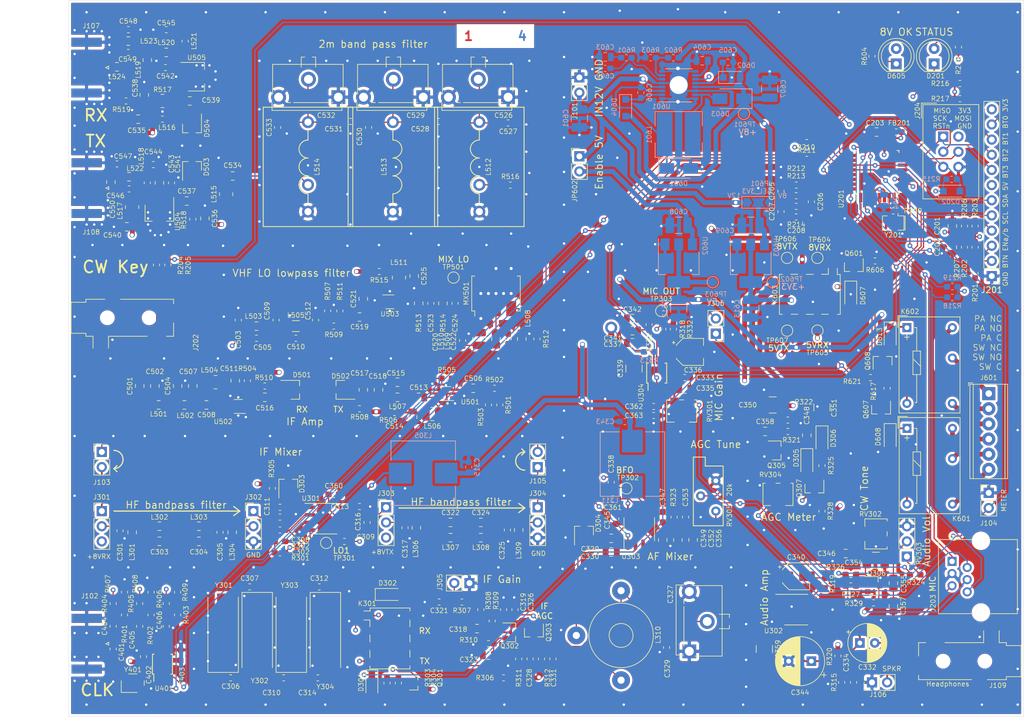
<source format=kicad_pcb>
(kicad_pcb (version 20171130) (host pcbnew 5.1.5)

  (general
    (thickness 1.6)
    (drawings 107)
    (tracks 2098)
    (zones 0)
    (modules 349)
    (nets 214)
  )

  (page A4)
  (layers
    (0 F.Cu signal)
    (1 In1.Cu signal)
    (2 In2.Cu signal)
    (31 B.Cu signal)
    (32 B.Adhes user hide)
    (33 F.Adhes user hide)
    (34 B.Paste user hide)
    (35 F.Paste user hide)
    (36 B.SilkS user)
    (37 F.SilkS user)
    (38 B.Mask user)
    (39 F.Mask user)
    (40 Dwgs.User user hide)
    (41 Cmts.User user hide)
    (42 Eco1.User user hide)
    (43 Eco2.User user hide)
    (44 Edge.Cuts user hide)
    (45 Margin user)
    (46 B.CrtYd user)
    (47 F.CrtYd user)
    (48 B.Fab user hide)
    (49 F.Fab user hide)
  )

  (setup
    (last_trace_width 0.2)
    (user_trace_width 0.2)
    (user_trace_width 0.3)
    (user_trace_width 0.8)
    (trace_clearance 0.2)
    (zone_clearance 0.8)
    (zone_45_only no)
    (trace_min 0.2)
    (via_size 0.8)
    (via_drill 0.4)
    (via_min_size 0.4)
    (via_min_drill 0.3)
    (user_via 0.8 0.4)
    (user_via 0.8 0.6)
    (uvia_size 0.3)
    (uvia_drill 0.1)
    (uvias_allowed no)
    (uvia_min_size 0.2)
    (uvia_min_drill 0.1)
    (edge_width 0.05)
    (segment_width 0.2)
    (pcb_text_width 0.3)
    (pcb_text_size 1.5 1.5)
    (mod_edge_width 0.1)
    (mod_text_size 0.8 0.8)
    (mod_text_width 0.1)
    (pad_size 1.524 1.524)
    (pad_drill 0.762)
    (pad_to_mask_clearance 0.051)
    (solder_mask_min_width 0.25)
    (aux_axis_origin 0 0)
    (visible_elements FFFFF77F)
    (pcbplotparams
      (layerselection 0x010fc_ffffffff)
      (usegerberextensions false)
      (usegerberattributes false)
      (usegerberadvancedattributes false)
      (creategerberjobfile false)
      (excludeedgelayer true)
      (linewidth 0.100000)
      (plotframeref false)
      (viasonmask false)
      (mode 1)
      (useauxorigin false)
      (hpglpennumber 1)
      (hpglpenspeed 20)
      (hpglpendiameter 15.000000)
      (psnegative false)
      (psa4output false)
      (plotreference true)
      (plotvalue true)
      (plotinvisibletext false)
      (padsonsilk false)
      (subtractmaskfromsilk false)
      (outputformat 1)
      (mirror false)
      (drillshape 0)
      (scaleselection 1)
      (outputdirectory "out"))
  )

  (net 0 "")
  (net 1 /Control/ENC_B)
  (net 2 GND)
  (net 3 /Control/ENC_A)
  (net 4 "Net-(C203-Pad2)")
  (net 5 +3V3)
  (net 6 "Net-(C205-Pad1)")
  (net 7 "Net-(C206-Pad1)")
  (net 8 "Net-(C207-Pad1)")
  (net 9 /Baseband/CW_TONE)
  (net 10 "Net-(C301-Pad2)")
  (net 11 "Net-(C302-Pad2)")
  (net 12 "Net-(C303-Pad2)")
  (net 13 "Net-(C304-Pad2)")
  (net 14 "Net-(C306-Pad2)")
  (net 15 "Net-(C307-Pad2)")
  (net 16 "Net-(C308-Pad2)")
  (net 17 "Net-(C308-Pad1)")
  (net 18 /Baseband/LO1)
  (net 19 "Net-(C309-Pad1)")
  (net 20 "Net-(C310-Pad2)")
  (net 21 "Net-(C311-Pad2)")
  (net 22 "Net-(C312-Pad2)")
  (net 23 "Net-(C313-Pad2)")
  (net 24 "Net-(C314-Pad2)")
  (net 25 +8V)
  (net 26 "Net-(C316-Pad2)")
  (net 27 "Net-(C316-Pad1)")
  (net 28 "Net-(C317-Pad2)")
  (net 29 "Net-(C318-Pad2)")
  (net 30 "Net-(C318-Pad1)")
  (net 31 "Net-(C320-Pad2)")
  (net 32 "Net-(C320-Pad1)")
  (net 33 "Net-(C321-Pad1)")
  (net 34 "Net-(C322-Pad2)")
  (net 35 "Net-(C323-Pad2)")
  (net 36 "Net-(C324-Pad2)")
  (net 37 "Net-(C327-Pad2)")
  (net 38 "Net-(C328-Pad2)")
  (net 39 "Net-(C330-Pad2)")
  (net 40 "Net-(C330-Pad1)")
  (net 41 +8VRX)
  (net 42 /Baseband/SPKR)
  (net 43 "Net-(C332-Pad1)")
  (net 44 "Net-(C333-Pad2)")
  (net 45 "Net-(C333-Pad1)")
  (net 46 "Net-(C334-Pad2)")
  (net 47 "Net-(C336-Pad1)")
  (net 48 "Net-(C337-Pad2)")
  (net 49 /Baseband/BFO)
  (net 50 "Net-(C338-Pad1)")
  (net 51 "Net-(C340-Pad2)")
  (net 52 "Net-(C340-Pad1)")
  (net 53 "Net-(C342-Pad2)")
  (net 54 "Net-(C344-Pad1)")
  (net 55 "Net-(C345-Pad2)")
  (net 56 "Net-(C346-Pad2)")
  (net 57 "Net-(C347-Pad2)")
  (net 58 "Net-(C347-Pad1)")
  (net 59 "Net-(C348-Pad2)")
  (net 60 "Net-(C348-Pad1)")
  (net 61 "Net-(C351-Pad1)")
  (net 62 "Net-(C352-Pad2)")
  (net 63 "Net-(C353-Pad1)")
  (net 64 "Net-(C354-Pad1)")
  (net 65 "Net-(C355-Pad2)")
  (net 66 "Net-(C355-Pad1)")
  (net 67 "Net-(C356-Pad2)")
  (net 68 "Net-(C358-Pad2)")
  (net 69 "Net-(C358-Pad1)")
  (net 70 "Net-(C401-Pad2)")
  (net 71 /Clock/REF_25MHz)
  (net 72 "Net-(C404-Pad2)")
  (net 73 "Net-(C404-Pad1)")
  (net 74 "Net-(C405-Pad2)")
  (net 75 "Net-(C405-Pad1)")
  (net 76 "Net-(C406-Pad2)")
  (net 77 "Net-(C406-Pad1)")
  (net 78 /HF_RX)
  (net 79 "Net-(C501-Pad1)")
  (net 80 /VHF_LO)
  (net 81 "Net-(C504-Pad1)")
  (net 82 "Net-(C505-Pad1)")
  (net 83 "Net-(C506-Pad2)")
  (net 84 "Net-(C506-Pad1)")
  (net 85 "Net-(C507-Pad1)")
  (net 86 "Net-(C508-Pad1)")
  (net 87 "Net-(C510-Pad1)")
  (net 88 "Net-(C511-Pad1)")
  (net 89 "Net-(C513-Pad2)")
  (net 90 "Net-(C513-Pad1)")
  (net 91 "Net-(C514-Pad1)")
  (net 92 "Net-(C516-Pad2)")
  (net 93 "Net-(C516-Pad1)")
  (net 94 "Net-(C517-Pad2)")
  (net 95 "Net-(C517-Pad1)")
  (net 96 "Net-(C519-Pad2)")
  (net 97 "Net-(C519-Pad1)")
  (net 98 "Net-(C520-Pad1)")
  (net 99 "Net-(C522-Pad2)")
  (net 100 "Net-(C522-Pad1)")
  (net 101 "Net-(C523-Pad2)")
  (net 102 "Net-(C523-Pad1)")
  (net 103 "Net-(C524-Pad2)")
  (net 104 "Net-(C524-Pad1)")
  (net 105 "Net-(C525-Pad1)")
  (net 106 "Net-(C526-Pad2)")
  (net 107 "Net-(C528-Pad2)")
  (net 108 "Net-(C531-Pad2)")
  (net 109 "Net-(C534-Pad2)")
  (net 110 "Net-(C534-Pad1)")
  (net 111 +5RX)
  (net 112 +5TX)
  (net 113 "Net-(C537-Pad2)")
  (net 114 "Net-(C537-Pad1)")
  (net 115 "Net-(C538-Pad2)")
  (net 116 "Net-(C539-Pad2)")
  (net 117 "Net-(C539-Pad1)")
  (net 118 "Net-(C541-Pad1)")
  (net 119 "Net-(C542-Pad2)")
  (net 120 "Net-(C542-Pad1)")
  (net 121 "Net-(C543-Pad1)")
  (net 122 "Net-(C545-Pad1)")
  (net 123 "Net-(C546-Pad1)")
  (net 124 "Net-(C548-Pad1)")
  (net 125 "Net-(C549-Pad2)")
  (net 126 "Net-(C549-Pad1)")
  (net 127 /VHF_TX)
  (net 128 +12V)
  (net 129 "Net-(C602-Pad1)")
  (net 130 "Net-(C603-Pad1)")
  (net 131 "Net-(C604-Pad1)")
  (net 132 "Net-(C605-Pad2)")
  (net 133 "Net-(C606-Pad2)")
  (net 134 "Net-(C606-Pad1)")
  (net 135 "Net-(C608-Pad1)")
  (net 136 "Net-(C609-Pad1)")
  (net 137 +5VA)
  (net 138 "Net-(D201-Pad2)")
  (net 139 /Control/RESETn)
  (net 140 "Net-(D301-Pad2)")
  (net 141 /Control/SEQ0n)
  (net 142 "Net-(D302-Pad1)")
  (net 143 "Net-(D603-Pad2)")
  (net 144 "Net-(D605-Pad1)")
  (net 145 /Control/SEQ2n)
  (net 146 /Baseband/METER)
  (net 147 /HF_TX)
  (net 148 /VHF_RX)
  (net 149 /Control/BTN0)
  (net 150 /Control/BTN1)
  (net 151 /Control/BTN2)
  (net 152 /Control/BTN3)
  (net 153 SDA)
  (net 154 SCL)
  (net 155 "Net-(J201-Pad4)")
  (net 156 "Net-(J201-Pad3)")
  (net 157 "Net-(J201-Pad2)")
  (net 158 "Net-(J202-PadT)")
  (net 159 "Net-(J202-PadR)")
  (net 160 /Control/MIC_SW2)
  (net 161 /Baseband/MIC)
  (net 162 /Control/MIC_SW1)
  (net 163 +8VTX)
  (net 164 "Net-(J601-Pad5)")
  (net 165 "Net-(J601-Pad4)")
  (net 166 "Net-(J601-Pad3)")
  (net 167 "Net-(J601-Pad2)")
  (net 168 "Net-(K301-Pad2)")
  (net 169 "Net-(K301-Pad4)")
  (net 170 "Net-(L512-Pad2)")
  (net 171 "Net-(L520-Pad2)")
  (net 172 "Net-(MX501-Pad3)")
  (net 173 "Net-(MX501-Pad6)")
  (net 174 "Net-(Q301-Pad1)")
  (net 175 "Net-(Q302-Pad3)")
  (net 176 "Net-(Q307-Pad2)")
  (net 177 "Net-(Q307-Pad1)")
  (net 178 "Net-(Q601-Pad1)")
  (net 179 "Net-(Q607-Pad1)")
  (net 180 /Control/ENC_BTN)
  (net 181 /Control/CW_INPUT)
  (net 182 /Control/XTAL1)
  (net 183 /Control/XTAL2)
  (net 184 /Baseband/CW_KEYn)
  (net 185 "Net-(R319-Pad1)")
  (net 186 "Net-(R324-Pad1)")
  (net 187 /Baseband/MUTE_SPKR)
  (net 188 "Net-(R602-Pad1)")
  (net 189 "Net-(U401-Pad3)")
  (net 190 /IF_RX)
  (net 191 /IF_TX)
  (net 192 /Control/SEQ1n)
  (net 193 "Net-(J106-Pad2)")
  (net 194 /AF_OUT)
  (net 195 "Net-(Q608-Pad1)")
  (net 196 "Net-(C362-Pad2)")
  (net 197 "Net-(C362-Pad1)")
  (net 198 "Net-(J601-Pad6)")
  (net 199 "Net-(J601-Pad1)")
  (net 200 /Baseband/MIC_SDn)
  (net 201 "Net-(R318-Pad2)")
  (net 202 "Net-(R332-Pad2)")
  (net 203 /Control/STATUSn)
  (net 204 /Control/PWM_CW)
  (net 205 "Net-(C359-Pad1)")
  (net 206 "Net-(C360-Pad1)")
  (net 207 "Net-(C361-Pad1)")
  (net 208 /Baseband/AGC)
  (net 209 "Net-(D607-Pad2)")
  (net 210 "Net-(D608-Pad2)")
  (net 211 "Net-(D613-Pad2)")
  (net 212 /Control/MOSI)
  (net 213 /Baseband/MIC_OUT)

  (net_class Default "This is the default net class."
    (clearance 0.2)
    (trace_width 0.2)
    (via_dia 0.8)
    (via_drill 0.4)
    (uvia_dia 0.3)
    (uvia_drill 0.1)
    (add_net /AF_OUT)
    (add_net /Baseband/AGC)
    (add_net /Baseband/BFO)
    (add_net /Baseband/CW_KEYn)
    (add_net /Baseband/CW_TONE)
    (add_net /Baseband/LO1)
    (add_net /Baseband/METER)
    (add_net /Baseband/MIC)
    (add_net /Baseband/MIC_OUT)
    (add_net /Baseband/MIC_SDn)
    (add_net /Baseband/MUTE_SPKR)
    (add_net /Baseband/SPKR)
    (add_net /Clock/REF_25MHz)
    (add_net /Control/BTN0)
    (add_net /Control/BTN1)
    (add_net /Control/BTN2)
    (add_net /Control/BTN3)
    (add_net /Control/CW_INPUT)
    (add_net /Control/ENC_A)
    (add_net /Control/ENC_B)
    (add_net /Control/ENC_BTN)
    (add_net /Control/MIC_SW1)
    (add_net /Control/MIC_SW2)
    (add_net /Control/MOSI)
    (add_net /Control/PWM_CW)
    (add_net /Control/RESETn)
    (add_net /Control/SEQ0n)
    (add_net /Control/SEQ1n)
    (add_net /Control/SEQ2n)
    (add_net /Control/STATUSn)
    (add_net /Control/XTAL1)
    (add_net /Control/XTAL2)
    (add_net /HF_RX)
    (add_net /HF_TX)
    (add_net /IF_RX)
    (add_net /IF_TX)
    (add_net /VHF_LO)
    (add_net /VHF_RX)
    (add_net /VHF_TX)
    (add_net "Net-(C203-Pad2)")
    (add_net "Net-(C205-Pad1)")
    (add_net "Net-(C206-Pad1)")
    (add_net "Net-(C207-Pad1)")
    (add_net "Net-(C301-Pad2)")
    (add_net "Net-(C302-Pad2)")
    (add_net "Net-(C303-Pad2)")
    (add_net "Net-(C304-Pad2)")
    (add_net "Net-(C306-Pad2)")
    (add_net "Net-(C307-Pad2)")
    (add_net "Net-(C308-Pad1)")
    (add_net "Net-(C308-Pad2)")
    (add_net "Net-(C309-Pad1)")
    (add_net "Net-(C310-Pad2)")
    (add_net "Net-(C311-Pad2)")
    (add_net "Net-(C312-Pad2)")
    (add_net "Net-(C313-Pad2)")
    (add_net "Net-(C314-Pad2)")
    (add_net "Net-(C316-Pad1)")
    (add_net "Net-(C316-Pad2)")
    (add_net "Net-(C317-Pad2)")
    (add_net "Net-(C318-Pad1)")
    (add_net "Net-(C318-Pad2)")
    (add_net "Net-(C320-Pad1)")
    (add_net "Net-(C320-Pad2)")
    (add_net "Net-(C321-Pad1)")
    (add_net "Net-(C322-Pad2)")
    (add_net "Net-(C323-Pad2)")
    (add_net "Net-(C324-Pad2)")
    (add_net "Net-(C327-Pad2)")
    (add_net "Net-(C328-Pad2)")
    (add_net "Net-(C330-Pad1)")
    (add_net "Net-(C330-Pad2)")
    (add_net "Net-(C332-Pad1)")
    (add_net "Net-(C333-Pad1)")
    (add_net "Net-(C333-Pad2)")
    (add_net "Net-(C334-Pad2)")
    (add_net "Net-(C336-Pad1)")
    (add_net "Net-(C337-Pad2)")
    (add_net "Net-(C338-Pad1)")
    (add_net "Net-(C340-Pad1)")
    (add_net "Net-(C340-Pad2)")
    (add_net "Net-(C342-Pad2)")
    (add_net "Net-(C344-Pad1)")
    (add_net "Net-(C345-Pad2)")
    (add_net "Net-(C346-Pad2)")
    (add_net "Net-(C347-Pad1)")
    (add_net "Net-(C347-Pad2)")
    (add_net "Net-(C348-Pad1)")
    (add_net "Net-(C348-Pad2)")
    (add_net "Net-(C351-Pad1)")
    (add_net "Net-(C352-Pad2)")
    (add_net "Net-(C353-Pad1)")
    (add_net "Net-(C354-Pad1)")
    (add_net "Net-(C355-Pad1)")
    (add_net "Net-(C355-Pad2)")
    (add_net "Net-(C356-Pad2)")
    (add_net "Net-(C358-Pad1)")
    (add_net "Net-(C358-Pad2)")
    (add_net "Net-(C359-Pad1)")
    (add_net "Net-(C360-Pad1)")
    (add_net "Net-(C361-Pad1)")
    (add_net "Net-(C362-Pad1)")
    (add_net "Net-(C362-Pad2)")
    (add_net "Net-(C401-Pad2)")
    (add_net "Net-(C404-Pad1)")
    (add_net "Net-(C404-Pad2)")
    (add_net "Net-(C405-Pad1)")
    (add_net "Net-(C405-Pad2)")
    (add_net "Net-(C406-Pad1)")
    (add_net "Net-(C406-Pad2)")
    (add_net "Net-(C501-Pad1)")
    (add_net "Net-(C504-Pad1)")
    (add_net "Net-(C505-Pad1)")
    (add_net "Net-(C506-Pad1)")
    (add_net "Net-(C506-Pad2)")
    (add_net "Net-(C507-Pad1)")
    (add_net "Net-(C508-Pad1)")
    (add_net "Net-(C510-Pad1)")
    (add_net "Net-(C511-Pad1)")
    (add_net "Net-(C513-Pad1)")
    (add_net "Net-(C513-Pad2)")
    (add_net "Net-(C514-Pad1)")
    (add_net "Net-(C516-Pad1)")
    (add_net "Net-(C516-Pad2)")
    (add_net "Net-(C517-Pad1)")
    (add_net "Net-(C517-Pad2)")
    (add_net "Net-(C519-Pad1)")
    (add_net "Net-(C519-Pad2)")
    (add_net "Net-(C520-Pad1)")
    (add_net "Net-(C522-Pad1)")
    (add_net "Net-(C522-Pad2)")
    (add_net "Net-(C523-Pad1)")
    (add_net "Net-(C523-Pad2)")
    (add_net "Net-(C524-Pad1)")
    (add_net "Net-(C524-Pad2)")
    (add_net "Net-(C525-Pad1)")
    (add_net "Net-(C526-Pad2)")
    (add_net "Net-(C528-Pad2)")
    (add_net "Net-(C531-Pad2)")
    (add_net "Net-(C534-Pad1)")
    (add_net "Net-(C534-Pad2)")
    (add_net "Net-(C537-Pad1)")
    (add_net "Net-(C537-Pad2)")
    (add_net "Net-(C538-Pad2)")
    (add_net "Net-(C539-Pad1)")
    (add_net "Net-(C539-Pad2)")
    (add_net "Net-(C541-Pad1)")
    (add_net "Net-(C542-Pad1)")
    (add_net "Net-(C542-Pad2)")
    (add_net "Net-(C543-Pad1)")
    (add_net "Net-(C545-Pad1)")
    (add_net "Net-(C546-Pad1)")
    (add_net "Net-(C548-Pad1)")
    (add_net "Net-(C549-Pad1)")
    (add_net "Net-(C549-Pad2)")
    (add_net "Net-(C602-Pad1)")
    (add_net "Net-(C603-Pad1)")
    (add_net "Net-(C604-Pad1)")
    (add_net "Net-(C605-Pad2)")
    (add_net "Net-(C606-Pad1)")
    (add_net "Net-(C606-Pad2)")
    (add_net "Net-(C608-Pad1)")
    (add_net "Net-(C609-Pad1)")
    (add_net "Net-(D201-Pad2)")
    (add_net "Net-(D301-Pad2)")
    (add_net "Net-(D302-Pad1)")
    (add_net "Net-(D603-Pad2)")
    (add_net "Net-(D605-Pad1)")
    (add_net "Net-(D607-Pad2)")
    (add_net "Net-(D608-Pad2)")
    (add_net "Net-(D613-Pad2)")
    (add_net "Net-(J106-Pad2)")
    (add_net "Net-(J109-PadR)")
    (add_net "Net-(J201-Pad2)")
    (add_net "Net-(J201-Pad3)")
    (add_net "Net-(J201-Pad4)")
    (add_net "Net-(J202-PadR)")
    (add_net "Net-(J202-PadT)")
    (add_net "Net-(J202-PadTN)")
    (add_net "Net-(J601-Pad1)")
    (add_net "Net-(J601-Pad2)")
    (add_net "Net-(J601-Pad3)")
    (add_net "Net-(J601-Pad4)")
    (add_net "Net-(J601-Pad5)")
    (add_net "Net-(J601-Pad6)")
    (add_net "Net-(K301-Pad2)")
    (add_net "Net-(K301-Pad4)")
    (add_net "Net-(L512-Pad2)")
    (add_net "Net-(L520-Pad2)")
    (add_net "Net-(MX501-Pad3)")
    (add_net "Net-(MX501-Pad6)")
    (add_net "Net-(Q301-Pad1)")
    (add_net "Net-(Q302-Pad3)")
    (add_net "Net-(Q307-Pad1)")
    (add_net "Net-(Q307-Pad2)")
    (add_net "Net-(Q601-Pad1)")
    (add_net "Net-(Q607-Pad1)")
    (add_net "Net-(Q608-Pad1)")
    (add_net "Net-(R318-Pad2)")
    (add_net "Net-(R319-Pad1)")
    (add_net "Net-(R324-Pad1)")
    (add_net "Net-(R332-Pad2)")
    (add_net "Net-(R602-Pad1)")
    (add_net "Net-(U401-Pad3)")
    (add_net SCL)
    (add_net SDA)
  )

  (net_class Power ""
    (clearance 0.2)
    (trace_width 0.8)
    (via_dia 0.8)
    (via_drill 0.6)
    (uvia_dia 0.3)
    (uvia_drill 0.1)
    (add_net +12V)
    (add_net +3V3)
    (add_net +5RX)
    (add_net +5TX)
    (add_net +5VA)
    (add_net +8V)
    (add_net +8VRX)
    (add_net +8VTX)
    (add_net GND)
  )

  (module Connector_PinHeader_2.54mm:PinHeader_1x02_P2.54mm_Vertical (layer F.Cu) (tedit 59FED5CC) (tstamp 5E812C37)
    (at 138.43 85.852 180)
    (descr "Through hole straight pin header, 1x02, 2.54mm pitch, single row")
    (tags "Through hole pin header THT 1x02 2.54mm single row")
    (path /5E3088F9/5E89C9A4)
    (fp_text reference J306 (at 0 5.08 180) (layer F.SilkS)
      (effects (font (size 0.8 0.8) (thickness 0.1)))
    )
    (fp_text value CW_TONE (at 0 4.87) (layer F.Fab)
      (effects (font (size 1 1) (thickness 0.15)))
    )
    (fp_text user %R (at 0 1.27 90) (layer F.Fab)
      (effects (font (size 1 1) (thickness 0.15)))
    )
    (fp_line (start 1.8 -1.8) (end -1.8 -1.8) (layer F.CrtYd) (width 0.05))
    (fp_line (start 1.8 4.35) (end 1.8 -1.8) (layer F.CrtYd) (width 0.05))
    (fp_line (start -1.8 4.35) (end 1.8 4.35) (layer F.CrtYd) (width 0.05))
    (fp_line (start -1.8 -1.8) (end -1.8 4.35) (layer F.CrtYd) (width 0.05))
    (fp_line (start -1.33 -1.33) (end 0 -1.33) (layer F.SilkS) (width 0.12))
    (fp_line (start -1.33 0) (end -1.33 -1.33) (layer F.SilkS) (width 0.12))
    (fp_line (start -1.33 1.27) (end 1.33 1.27) (layer F.SilkS) (width 0.12))
    (fp_line (start 1.33 1.27) (end 1.33 3.87) (layer F.SilkS) (width 0.12))
    (fp_line (start -1.33 1.27) (end -1.33 3.87) (layer F.SilkS) (width 0.12))
    (fp_line (start -1.33 3.87) (end 1.33 3.87) (layer F.SilkS) (width 0.12))
    (fp_line (start -1.27 -0.635) (end -0.635 -1.27) (layer F.Fab) (width 0.1))
    (fp_line (start -1.27 3.81) (end -1.27 -0.635) (layer F.Fab) (width 0.1))
    (fp_line (start 1.27 3.81) (end -1.27 3.81) (layer F.Fab) (width 0.1))
    (fp_line (start 1.27 -1.27) (end 1.27 3.81) (layer F.Fab) (width 0.1))
    (fp_line (start -0.635 -1.27) (end 1.27 -1.27) (layer F.Fab) (width 0.1))
    (pad 2 thru_hole oval (at 0 2.54 180) (size 1.7 1.7) (drill 1) (layers *.Cu *.Mask)
      (net 213 /Baseband/MIC_OUT))
    (pad 1 thru_hole rect (at 0 0 180) (size 1.7 1.7) (drill 1) (layers *.Cu *.Mask)
      (net 9 /Baseband/CW_TONE))
    (model ${KISYS3DMOD}/Connector_PinHeader_2.54mm.3dshapes/PinHeader_1x02_P2.54mm_Vertical.wrl
      (at (xyz 0 0 0))
      (scale (xyz 1 1 1))
      (rotate (xyz 0 0 0))
    )
  )

  (module Resistor_SMD:R_0603_1608Metric_Pad1.05x0.95mm_HandSolder (layer B.Cu) (tedit 5B301BBD) (tstamp 5E754A63)
    (at 178.054 77.978)
    (descr "Resistor SMD 0603 (1608 Metric), square (rectangular) end terminal, IPC_7351 nominal with elongated pad for handsoldering. (Body size source: http://www.tortai-tech.com/upload/download/2011102023233369053.pdf), generated with kicad-footprint-generator")
    (tags "resistor handsolder")
    (path /5E2FA006/5E75CF25)
    (attr smd)
    (fp_text reference R219 (at 0 -1.524 180) (layer B.SilkS)
      (effects (font (size 0.8 0.8) (thickness 0.1)) (justify mirror))
    )
    (fp_text value 120 (at 0 -1.43 180) (layer B.Fab)
      (effects (font (size 1 1) (thickness 0.15)) (justify mirror))
    )
    (fp_text user %R (at 0 0 180) (layer B.Fab)
      (effects (font (size 0.4 0.4) (thickness 0.06)) (justify mirror))
    )
    (fp_line (start 1.65 -0.73) (end -1.65 -0.73) (layer B.CrtYd) (width 0.05))
    (fp_line (start 1.65 0.73) (end 1.65 -0.73) (layer B.CrtYd) (width 0.05))
    (fp_line (start -1.65 0.73) (end 1.65 0.73) (layer B.CrtYd) (width 0.05))
    (fp_line (start -1.65 -0.73) (end -1.65 0.73) (layer B.CrtYd) (width 0.05))
    (fp_line (start -0.171267 -0.51) (end 0.171267 -0.51) (layer B.SilkS) (width 0.12))
    (fp_line (start -0.171267 0.51) (end 0.171267 0.51) (layer B.SilkS) (width 0.12))
    (fp_line (start 0.8 -0.4) (end -0.8 -0.4) (layer B.Fab) (width 0.1))
    (fp_line (start 0.8 0.4) (end 0.8 -0.4) (layer B.Fab) (width 0.1))
    (fp_line (start -0.8 0.4) (end 0.8 0.4) (layer B.Fab) (width 0.1))
    (fp_line (start -0.8 -0.4) (end -0.8 0.4) (layer B.Fab) (width 0.1))
    (pad 2 smd roundrect (at 0.875 0) (size 1.05 0.95) (layers B.Cu B.Paste B.Mask) (roundrect_rratio 0.25)
      (net 5 +3V3))
    (pad 1 smd roundrect (at -0.875 0) (size 1.05 0.95) (layers B.Cu B.Paste B.Mask) (roundrect_rratio 0.25)
      (net 162 /Control/MIC_SW1))
    (model ${KISYS3DMOD}/Resistor_SMD.3dshapes/R_0603_1608Metric.wrl
      (at (xyz 0 0 0))
      (scale (xyz 1 1 1))
      (rotate (xyz 0 0 0))
    )
  )

  (module Resistor_SMD:R_0603_1608Metric_Pad1.05x0.95mm_HandSolder (layer B.Cu) (tedit 5B301BBD) (tstamp 5E754A52)
    (at 178.054 79.756)
    (descr "Resistor SMD 0603 (1608 Metric), square (rectangular) end terminal, IPC_7351 nominal with elongated pad for handsoldering. (Body size source: http://www.tortai-tech.com/upload/download/2011102023233369053.pdf), generated with kicad-footprint-generator")
    (tags "resistor handsolder")
    (path /5E2FA006/5E75C12E)
    (attr smd)
    (fp_text reference R218 (at 0 1.43) (layer B.SilkS)
      (effects (font (size 0.8 0.8) (thickness 0.1)) (justify mirror))
    )
    (fp_text value 120 (at 0 -1.43) (layer B.Fab)
      (effects (font (size 1 1) (thickness 0.15)) (justify mirror))
    )
    (fp_text user %R (at 0 0) (layer B.Fab)
      (effects (font (size 0.4 0.4) (thickness 0.06)) (justify mirror))
    )
    (fp_line (start 1.65 -0.73) (end -1.65 -0.73) (layer B.CrtYd) (width 0.05))
    (fp_line (start 1.65 0.73) (end 1.65 -0.73) (layer B.CrtYd) (width 0.05))
    (fp_line (start -1.65 0.73) (end 1.65 0.73) (layer B.CrtYd) (width 0.05))
    (fp_line (start -1.65 -0.73) (end -1.65 0.73) (layer B.CrtYd) (width 0.05))
    (fp_line (start -0.171267 -0.51) (end 0.171267 -0.51) (layer B.SilkS) (width 0.12))
    (fp_line (start -0.171267 0.51) (end 0.171267 0.51) (layer B.SilkS) (width 0.12))
    (fp_line (start 0.8 -0.4) (end -0.8 -0.4) (layer B.Fab) (width 0.1))
    (fp_line (start 0.8 0.4) (end 0.8 -0.4) (layer B.Fab) (width 0.1))
    (fp_line (start -0.8 0.4) (end 0.8 0.4) (layer B.Fab) (width 0.1))
    (fp_line (start -0.8 -0.4) (end -0.8 0.4) (layer B.Fab) (width 0.1))
    (pad 2 smd roundrect (at 0.875 0) (size 1.05 0.95) (layers B.Cu B.Paste B.Mask) (roundrect_rratio 0.25)
      (net 5 +3V3))
    (pad 1 smd roundrect (at -0.875 0) (size 1.05 0.95) (layers B.Cu B.Paste B.Mask) (roundrect_rratio 0.25)
      (net 160 /Control/MIC_SW2))
    (model ${KISYS3DMOD}/Resistor_SMD.3dshapes/R_0603_1608Metric.wrl
      (at (xyz 0 0 0))
      (scale (xyz 1 1 1))
      (rotate (xyz 0 0 0))
    )
  )

  (module Resistor_SMD:R_0603_1608Metric_Pad1.05x0.95mm_HandSolder (layer F.Cu) (tedit 5B301BBD) (tstamp 5E7782BB)
    (at 179.324 46.482 180)
    (descr "Resistor SMD 0603 (1608 Metric), square (rectangular) end terminal, IPC_7351 nominal with elongated pad for handsoldering. (Body size source: http://www.tortai-tech.com/upload/download/2011102023233369053.pdf), generated with kicad-footprint-generator")
    (tags "resistor handsolder")
    (path /5E2FA006/5E769B25)
    (attr smd)
    (fp_text reference R217 (at 3.302 0 180) (layer F.SilkS)
      (effects (font (size 0.8 0.8) (thickness 0.1)))
    )
    (fp_text value 4k7 (at 0 1.43) (layer F.Fab)
      (effects (font (size 1 1) (thickness 0.15)))
    )
    (fp_text user %R (at 0 0) (layer F.Fab)
      (effects (font (size 0.4 0.4) (thickness 0.06)))
    )
    (fp_line (start 1.65 0.73) (end -1.65 0.73) (layer F.CrtYd) (width 0.05))
    (fp_line (start 1.65 -0.73) (end 1.65 0.73) (layer F.CrtYd) (width 0.05))
    (fp_line (start -1.65 -0.73) (end 1.65 -0.73) (layer F.CrtYd) (width 0.05))
    (fp_line (start -1.65 0.73) (end -1.65 -0.73) (layer F.CrtYd) (width 0.05))
    (fp_line (start -0.171267 0.51) (end 0.171267 0.51) (layer F.SilkS) (width 0.12))
    (fp_line (start -0.171267 -0.51) (end 0.171267 -0.51) (layer F.SilkS) (width 0.12))
    (fp_line (start 0.8 0.4) (end -0.8 0.4) (layer F.Fab) (width 0.1))
    (fp_line (start 0.8 -0.4) (end 0.8 0.4) (layer F.Fab) (width 0.1))
    (fp_line (start -0.8 -0.4) (end 0.8 -0.4) (layer F.Fab) (width 0.1))
    (fp_line (start -0.8 0.4) (end -0.8 -0.4) (layer F.Fab) (width 0.1))
    (pad 2 smd roundrect (at 0.875 0 180) (size 1.05 0.95) (layers F.Cu F.Paste F.Mask) (roundrect_rratio 0.25)
      (net 5 +3V3))
    (pad 1 smd roundrect (at -0.875 0 180) (size 1.05 0.95) (layers F.Cu F.Paste F.Mask) (roundrect_rratio 0.25)
      (net 150 /Control/BTN1))
    (model ${KISYS3DMOD}/Resistor_SMD.3dshapes/R_0603_1608Metric.wrl
      (at (xyz 0 0 0))
      (scale (xyz 1 1 1))
      (rotate (xyz 0 0 0))
    )
  )

  (module Resistor_SMD:R_0603_1608Metric_Pad1.05x0.95mm_HandSolder (layer F.Cu) (tedit 5B301BBD) (tstamp 5E78598D)
    (at 179.324 43.942 180)
    (descr "Resistor SMD 0603 (1608 Metric), square (rectangular) end terminal, IPC_7351 nominal with elongated pad for handsoldering. (Body size source: http://www.tortai-tech.com/upload/download/2011102023233369053.pdf), generated with kicad-footprint-generator")
    (tags "resistor handsolder")
    (path /5E2FA006/5E769B30)
    (attr smd)
    (fp_text reference R216 (at 3.302 0 180) (layer F.SilkS)
      (effects (font (size 0.8 0.8) (thickness 0.1)))
    )
    (fp_text value 4k7 (at 0 1.43) (layer F.Fab)
      (effects (font (size 1 1) (thickness 0.15)))
    )
    (fp_text user %R (at 0 0) (layer F.Fab)
      (effects (font (size 0.4 0.4) (thickness 0.06)))
    )
    (fp_line (start 1.65 0.73) (end -1.65 0.73) (layer F.CrtYd) (width 0.05))
    (fp_line (start 1.65 -0.73) (end 1.65 0.73) (layer F.CrtYd) (width 0.05))
    (fp_line (start -1.65 -0.73) (end 1.65 -0.73) (layer F.CrtYd) (width 0.05))
    (fp_line (start -1.65 0.73) (end -1.65 -0.73) (layer F.CrtYd) (width 0.05))
    (fp_line (start -0.171267 0.51) (end 0.171267 0.51) (layer F.SilkS) (width 0.12))
    (fp_line (start -0.171267 -0.51) (end 0.171267 -0.51) (layer F.SilkS) (width 0.12))
    (fp_line (start 0.8 0.4) (end -0.8 0.4) (layer F.Fab) (width 0.1))
    (fp_line (start 0.8 -0.4) (end 0.8 0.4) (layer F.Fab) (width 0.1))
    (fp_line (start -0.8 -0.4) (end 0.8 -0.4) (layer F.Fab) (width 0.1))
    (fp_line (start -0.8 0.4) (end -0.8 -0.4) (layer F.Fab) (width 0.1))
    (pad 2 smd roundrect (at 0.875 0 180) (size 1.05 0.95) (layers F.Cu F.Paste F.Mask) (roundrect_rratio 0.25)
      (net 5 +3V3))
    (pad 1 smd roundrect (at -0.875 0 180) (size 1.05 0.95) (layers F.Cu F.Paste F.Mask) (roundrect_rratio 0.25)
      (net 149 /Control/BTN0))
    (model ${KISYS3DMOD}/Resistor_SMD.3dshapes/R_0603_1608Metric.wrl
      (at (xyz 0 0 0))
      (scale (xyz 1 1 1))
      (rotate (xyz 0 0 0))
    )
  )

  (module Package_TO_SOT_SMD:SOT-23 (layer F.Cu) (tedit 5A02FF57) (tstamp 5E72976E)
    (at 166.37 90.424 90)
    (descr "SOT-23, Standard")
    (tags SOT-23)
    (path /5E2DC494/5E792F7E)
    (attr smd)
    (fp_text reference Q608 (at 0 -2.5 90) (layer F.SilkS)
      (effects (font (size 0.8 0.8) (thickness 0.1)))
    )
    (fp_text value MMBT3904 (at 0 2.5 90) (layer F.Fab)
      (effects (font (size 1 1) (thickness 0.15)))
    )
    (fp_line (start 0.76 1.58) (end -0.7 1.58) (layer F.SilkS) (width 0.12))
    (fp_line (start 0.76 -1.58) (end -1.4 -1.58) (layer F.SilkS) (width 0.12))
    (fp_line (start -1.7 1.75) (end -1.7 -1.75) (layer F.CrtYd) (width 0.05))
    (fp_line (start 1.7 1.75) (end -1.7 1.75) (layer F.CrtYd) (width 0.05))
    (fp_line (start 1.7 -1.75) (end 1.7 1.75) (layer F.CrtYd) (width 0.05))
    (fp_line (start -1.7 -1.75) (end 1.7 -1.75) (layer F.CrtYd) (width 0.05))
    (fp_line (start 0.76 -1.58) (end 0.76 -0.65) (layer F.SilkS) (width 0.12))
    (fp_line (start 0.76 1.58) (end 0.76 0.65) (layer F.SilkS) (width 0.12))
    (fp_line (start -0.7 1.52) (end 0.7 1.52) (layer F.Fab) (width 0.1))
    (fp_line (start 0.7 -1.52) (end 0.7 1.52) (layer F.Fab) (width 0.1))
    (fp_line (start -0.7 -0.95) (end -0.15 -1.52) (layer F.Fab) (width 0.1))
    (fp_line (start -0.15 -1.52) (end 0.7 -1.52) (layer F.Fab) (width 0.1))
    (fp_line (start -0.7 -0.95) (end -0.7 1.5) (layer F.Fab) (width 0.1))
    (fp_text user %R (at 0 0) (layer F.Fab)
      (effects (font (size 0.5 0.5) (thickness 0.075)))
    )
    (pad 3 smd rect (at 1 0 90) (size 0.9 0.8) (layers F.Cu F.Paste F.Mask)
      (net 211 "Net-(D613-Pad2)"))
    (pad 2 smd rect (at -1 0.95 90) (size 0.9 0.8) (layers F.Cu F.Paste F.Mask)
      (net 2 GND))
    (pad 1 smd rect (at -1 -0.95 90) (size 0.9 0.8) (layers F.Cu F.Paste F.Mask)
      (net 195 "Net-(Q608-Pad1)"))
    (model ${KISYS3DMOD}/Package_TO_SOT_SMD.3dshapes/SOT-23.wrl
      (at (xyz 0 0 0))
      (scale (xyz 1 1 1))
      (rotate (xyz 0 0 0))
    )
  )

  (module Package_TO_SOT_SMD:SOT-23 (layer F.Cu) (tedit 5A02FF57) (tstamp 5E729759)
    (at 166.116 98.552 270)
    (descr "SOT-23, Standard")
    (tags SOT-23)
    (path /5E2DC494/5E74ECB6)
    (attr smd)
    (fp_text reference Q607 (at 0 2.54 90) (layer F.SilkS)
      (effects (font (size 0.8 0.8) (thickness 0.1)))
    )
    (fp_text value MMBT3904 (at 0 2.5 90) (layer F.Fab)
      (effects (font (size 1 1) (thickness 0.15)))
    )
    (fp_line (start 0.76 1.58) (end -0.7 1.58) (layer F.SilkS) (width 0.12))
    (fp_line (start 0.76 -1.58) (end -1.4 -1.58) (layer F.SilkS) (width 0.12))
    (fp_line (start -1.7 1.75) (end -1.7 -1.75) (layer F.CrtYd) (width 0.05))
    (fp_line (start 1.7 1.75) (end -1.7 1.75) (layer F.CrtYd) (width 0.05))
    (fp_line (start 1.7 -1.75) (end 1.7 1.75) (layer F.CrtYd) (width 0.05))
    (fp_line (start -1.7 -1.75) (end 1.7 -1.75) (layer F.CrtYd) (width 0.05))
    (fp_line (start 0.76 -1.58) (end 0.76 -0.65) (layer F.SilkS) (width 0.12))
    (fp_line (start 0.76 1.58) (end 0.76 0.65) (layer F.SilkS) (width 0.12))
    (fp_line (start -0.7 1.52) (end 0.7 1.52) (layer F.Fab) (width 0.1))
    (fp_line (start 0.7 -1.52) (end 0.7 1.52) (layer F.Fab) (width 0.1))
    (fp_line (start -0.7 -0.95) (end -0.15 -1.52) (layer F.Fab) (width 0.1))
    (fp_line (start -0.15 -1.52) (end 0.7 -1.52) (layer F.Fab) (width 0.1))
    (fp_line (start -0.7 -0.95) (end -0.7 1.5) (layer F.Fab) (width 0.1))
    (fp_text user %R (at 0 0) (layer F.Fab)
      (effects (font (size 0.5 0.5) (thickness 0.075)))
    )
    (pad 3 smd rect (at 1 0 270) (size 0.9 0.8) (layers F.Cu F.Paste F.Mask)
      (net 210 "Net-(D608-Pad2)"))
    (pad 2 smd rect (at -1 0.95 270) (size 0.9 0.8) (layers F.Cu F.Paste F.Mask)
      (net 2 GND))
    (pad 1 smd rect (at -1 -0.95 270) (size 0.9 0.8) (layers F.Cu F.Paste F.Mask)
      (net 179 "Net-(Q607-Pad1)"))
    (model ${KISYS3DMOD}/Package_TO_SOT_SMD.3dshapes/SOT-23.wrl
      (at (xyz 0 0 0))
      (scale (xyz 1 1 1))
      (rotate (xyz 0 0 0))
    )
  )

  (module Package_TO_SOT_SMD:SOT-23 (layer F.Cu) (tedit 5A02FF57) (tstamp 5E729744)
    (at 161.544 74.676 270)
    (descr "SOT-23, Standard")
    (tags SOT-23)
    (path /5E2DC494/5E7C9B0E)
    (attr smd)
    (fp_text reference Q601 (at -2.286 0 180) (layer F.SilkS)
      (effects (font (size 0.8 0.8) (thickness 0.1)))
    )
    (fp_text value MMBT3904 (at 0 2.5 90) (layer F.Fab)
      (effects (font (size 1 1) (thickness 0.15)))
    )
    (fp_line (start 0.76 1.58) (end -0.7 1.58) (layer F.SilkS) (width 0.12))
    (fp_line (start 0.76 -1.58) (end -1.4 -1.58) (layer F.SilkS) (width 0.12))
    (fp_line (start -1.7 1.75) (end -1.7 -1.75) (layer F.CrtYd) (width 0.05))
    (fp_line (start 1.7 1.75) (end -1.7 1.75) (layer F.CrtYd) (width 0.05))
    (fp_line (start 1.7 -1.75) (end 1.7 1.75) (layer F.CrtYd) (width 0.05))
    (fp_line (start -1.7 -1.75) (end 1.7 -1.75) (layer F.CrtYd) (width 0.05))
    (fp_line (start 0.76 -1.58) (end 0.76 -0.65) (layer F.SilkS) (width 0.12))
    (fp_line (start 0.76 1.58) (end 0.76 0.65) (layer F.SilkS) (width 0.12))
    (fp_line (start -0.7 1.52) (end 0.7 1.52) (layer F.Fab) (width 0.1))
    (fp_line (start 0.7 -1.52) (end 0.7 1.52) (layer F.Fab) (width 0.1))
    (fp_line (start -0.7 -0.95) (end -0.15 -1.52) (layer F.Fab) (width 0.1))
    (fp_line (start -0.15 -1.52) (end 0.7 -1.52) (layer F.Fab) (width 0.1))
    (fp_line (start -0.7 -0.95) (end -0.7 1.5) (layer F.Fab) (width 0.1))
    (fp_text user %R (at 0 0) (layer F.Fab)
      (effects (font (size 0.5 0.5) (thickness 0.075)))
    )
    (pad 3 smd rect (at 1 0 270) (size 0.9 0.8) (layers F.Cu F.Paste F.Mask)
      (net 209 "Net-(D607-Pad2)"))
    (pad 2 smd rect (at -1 0.95 270) (size 0.9 0.8) (layers F.Cu F.Paste F.Mask)
      (net 2 GND))
    (pad 1 smd rect (at -1 -0.95 270) (size 0.9 0.8) (layers F.Cu F.Paste F.Mask)
      (net 178 "Net-(Q601-Pad1)"))
    (model ${KISYS3DMOD}/Package_TO_SOT_SMD.3dshapes/SOT-23.wrl
      (at (xyz 0 0 0))
      (scale (xyz 1 1 1))
      (rotate (xyz 0 0 0))
    )
  )

  (module Connector_PinHeader_2.54mm:PinHeader_1x03_P2.54mm_Vertical (layer F.Cu) (tedit 59FED5CC) (tstamp 5E5828AA)
    (at 170.434 123.19 180)
    (descr "Through hole straight pin header, 1x03, 2.54mm pitch, single row")
    (tags "Through hole pin header THT 1x03 2.54mm single row")
    (path /5E3088F9/5E501314)
    (fp_text reference RV303 (at -2.032 0.508 90) (layer F.SilkS)
      (effects (font (size 0.8 0.8) (thickness 0.1)))
    )
    (fp_text value 10k (at 0 7.41) (layer F.Fab)
      (effects (font (size 1 1) (thickness 0.15)))
    )
    (fp_text user %R (at 0 2.54 90) (layer F.Fab)
      (effects (font (size 1 1) (thickness 0.15)))
    )
    (fp_line (start 1.8 -1.8) (end -1.8 -1.8) (layer F.CrtYd) (width 0.05))
    (fp_line (start 1.8 6.85) (end 1.8 -1.8) (layer F.CrtYd) (width 0.05))
    (fp_line (start -1.8 6.85) (end 1.8 6.85) (layer F.CrtYd) (width 0.05))
    (fp_line (start -1.8 -1.8) (end -1.8 6.85) (layer F.CrtYd) (width 0.05))
    (fp_line (start -1.33 -1.33) (end 0 -1.33) (layer F.SilkS) (width 0.12))
    (fp_line (start -1.33 0) (end -1.33 -1.33) (layer F.SilkS) (width 0.12))
    (fp_line (start -1.33 1.27) (end 1.33 1.27) (layer F.SilkS) (width 0.12))
    (fp_line (start 1.33 1.27) (end 1.33 6.41) (layer F.SilkS) (width 0.12))
    (fp_line (start -1.33 1.27) (end -1.33 6.41) (layer F.SilkS) (width 0.12))
    (fp_line (start -1.33 6.41) (end 1.33 6.41) (layer F.SilkS) (width 0.12))
    (fp_line (start -1.27 -0.635) (end -0.635 -1.27) (layer F.Fab) (width 0.1))
    (fp_line (start -1.27 6.35) (end -1.27 -0.635) (layer F.Fab) (width 0.1))
    (fp_line (start 1.27 6.35) (end -1.27 6.35) (layer F.Fab) (width 0.1))
    (fp_line (start 1.27 -1.27) (end 1.27 6.35) (layer F.Fab) (width 0.1))
    (fp_line (start -0.635 -1.27) (end 1.27 -1.27) (layer F.Fab) (width 0.1))
    (pad 3 thru_hole oval (at 0 5.08 180) (size 1.7 1.7) (drill 1) (layers *.Cu *.Mask)
      (net 2 GND))
    (pad 2 thru_hole oval (at 0 2.54 180) (size 1.7 1.7) (drill 1) (layers *.Cu *.Mask)
      (net 65 "Net-(C355-Pad2)"))
    (pad 1 thru_hole rect (at 0 0 180) (size 1.7 1.7) (drill 1) (layers *.Cu *.Mask)
      (net 186 "Net-(R324-Pad1)"))
    (model ${KISYS3DMOD}/Connector_PinHeader_2.54mm.3dshapes/PinHeader_1x03_P2.54mm_Vertical.wrl
      (at (xyz 0 0 0))
      (scale (xyz 1 1 1))
      (rotate (xyz 0 0 0))
    )
  )

  (module Capacitor_SMD:C_0603_1608Metric_Pad1.05x0.95mm_HandSolder (layer F.Cu) (tedit 5B301BBE) (tstamp 5E70E965)
    (at 121.158 113.538 180)
    (descr "Capacitor SMD 0603 (1608 Metric), square (rectangular) end terminal, IPC_7351 nominal with elongated pad for handsoldering. (Body size source: http://www.tortai-tech.com/upload/download/2011102023233369053.pdf), generated with kicad-footprint-generator")
    (tags "capacitor handsolder")
    (path /5E3088F9/5E81CE48)
    (attr smd)
    (fp_text reference C361 (at 0 -1.43) (layer F.SilkS)
      (effects (font (size 0.8 0.8) (thickness 0.1)))
    )
    (fp_text value DNF (at 0 1.43) (layer F.Fab)
      (effects (font (size 1 1) (thickness 0.15)))
    )
    (fp_text user %R (at 0 0) (layer F.Fab)
      (effects (font (size 0.4 0.4) (thickness 0.06)))
    )
    (fp_line (start 1.65 0.73) (end -1.65 0.73) (layer F.CrtYd) (width 0.05))
    (fp_line (start 1.65 -0.73) (end 1.65 0.73) (layer F.CrtYd) (width 0.05))
    (fp_line (start -1.65 -0.73) (end 1.65 -0.73) (layer F.CrtYd) (width 0.05))
    (fp_line (start -1.65 0.73) (end -1.65 -0.73) (layer F.CrtYd) (width 0.05))
    (fp_line (start -0.171267 0.51) (end 0.171267 0.51) (layer F.SilkS) (width 0.12))
    (fp_line (start -0.171267 -0.51) (end 0.171267 -0.51) (layer F.SilkS) (width 0.12))
    (fp_line (start 0.8 0.4) (end -0.8 0.4) (layer F.Fab) (width 0.1))
    (fp_line (start 0.8 -0.4) (end 0.8 0.4) (layer F.Fab) (width 0.1))
    (fp_line (start -0.8 -0.4) (end 0.8 -0.4) (layer F.Fab) (width 0.1))
    (fp_line (start -0.8 0.4) (end -0.8 -0.4) (layer F.Fab) (width 0.1))
    (pad 2 smd roundrect (at 0.875 0 180) (size 1.05 0.95) (layers F.Cu F.Paste F.Mask) (roundrect_rratio 0.25)
      (net 2 GND))
    (pad 1 smd roundrect (at -0.875 0 180) (size 1.05 0.95) (layers F.Cu F.Paste F.Mask) (roundrect_rratio 0.25)
      (net 207 "Net-(C361-Pad1)"))
    (model ${KISYS3DMOD}/Capacitor_SMD.3dshapes/C_0603_1608Metric.wrl
      (at (xyz 0 0 0))
      (scale (xyz 1 1 1))
      (rotate (xyz 0 0 0))
    )
  )

  (module Capacitor_SMD:C_0603_1608Metric_Pad1.05x0.95mm_HandSolder (layer F.Cu) (tedit 5B301BBE) (tstamp 5E70E954)
    (at 74.422 112.776)
    (descr "Capacitor SMD 0603 (1608 Metric), square (rectangular) end terminal, IPC_7351 nominal with elongated pad for handsoldering. (Body size source: http://www.tortai-tech.com/upload/download/2011102023233369053.pdf), generated with kicad-footprint-generator")
    (tags "capacitor handsolder")
    (path /5E3088F9/5E75D590)
    (attr smd)
    (fp_text reference C360 (at 0 -1.43) (layer F.SilkS)
      (effects (font (size 0.8 0.8) (thickness 0.1)))
    )
    (fp_text value DNF (at 0 1.43) (layer F.Fab)
      (effects (font (size 1 1) (thickness 0.15)))
    )
    (fp_text user %R (at 0 0) (layer F.Fab)
      (effects (font (size 0.4 0.4) (thickness 0.06)))
    )
    (fp_line (start 1.65 0.73) (end -1.65 0.73) (layer F.CrtYd) (width 0.05))
    (fp_line (start 1.65 -0.73) (end 1.65 0.73) (layer F.CrtYd) (width 0.05))
    (fp_line (start -1.65 -0.73) (end 1.65 -0.73) (layer F.CrtYd) (width 0.05))
    (fp_line (start -1.65 0.73) (end -1.65 -0.73) (layer F.CrtYd) (width 0.05))
    (fp_line (start -0.171267 0.51) (end 0.171267 0.51) (layer F.SilkS) (width 0.12))
    (fp_line (start -0.171267 -0.51) (end 0.171267 -0.51) (layer F.SilkS) (width 0.12))
    (fp_line (start 0.8 0.4) (end -0.8 0.4) (layer F.Fab) (width 0.1))
    (fp_line (start 0.8 -0.4) (end 0.8 0.4) (layer F.Fab) (width 0.1))
    (fp_line (start -0.8 -0.4) (end 0.8 -0.4) (layer F.Fab) (width 0.1))
    (fp_line (start -0.8 0.4) (end -0.8 -0.4) (layer F.Fab) (width 0.1))
    (pad 2 smd roundrect (at 0.875 0) (size 1.05 0.95) (layers F.Cu F.Paste F.Mask) (roundrect_rratio 0.25)
      (net 2 GND))
    (pad 1 smd roundrect (at -0.875 0) (size 1.05 0.95) (layers F.Cu F.Paste F.Mask) (roundrect_rratio 0.25)
      (net 206 "Net-(C360-Pad1)"))
    (model ${KISYS3DMOD}/Capacitor_SMD.3dshapes/C_0603_1608Metric.wrl
      (at (xyz 0 0 0))
      (scale (xyz 1 1 1))
      (rotate (xyz 0 0 0))
    )
  )

  (module Inductor_SMD:L_Wuerth_HCI-1030 (layer B.Cu) (tedit 5990349D) (tstamp 5E6FC55F)
    (at 124.46 107.696 270)
    (descr "Inductor, Wuerth Elektronik, Wuerth_HCI-1030, 10.6mmx10.6mm")
    (tags "inductor Wuerth hci smd")
    (path /5E3088F9/5E58690F)
    (attr smd)
    (fp_text reference L311 (at 6.096 3.81 180) (layer B.SilkS)
      (effects (font (size 0.8 0.8) (thickness 0.1)) (justify mirror))
    )
    (fp_text value 100uH (at 0 -6.8 90) (layer B.Fab)
      (effects (font (size 1 1) (thickness 0.15)) (justify mirror))
    )
    (fp_line (start 5.4 5.4) (end 5.4 2.15) (layer B.SilkS) (width 0.12))
    (fp_line (start -5.4 5.4) (end 5.4 5.4) (layer B.SilkS) (width 0.12))
    (fp_line (start -5.4 2.15) (end -5.4 5.4) (layer B.SilkS) (width 0.12))
    (fp_line (start 5.4 -5.4) (end 5.4 -2.15) (layer B.SilkS) (width 0.12))
    (fp_line (start -5.4 -5.4) (end 5.4 -5.4) (layer B.SilkS) (width 0.12))
    (fp_line (start -5.4 -2.15) (end -5.4 -5.4) (layer B.SilkS) (width 0.12))
    (fp_line (start 6 5.55) (end -6 5.55) (layer B.CrtYd) (width 0.05))
    (fp_line (start 6 -5.55) (end 6 5.55) (layer B.CrtYd) (width 0.05))
    (fp_line (start -6 -5.55) (end 6 -5.55) (layer B.CrtYd) (width 0.05))
    (fp_line (start -6 5.55) (end -6 -5.55) (layer B.CrtYd) (width 0.05))
    (fp_line (start 5.3 5.3) (end -5.3 5.3) (layer B.Fab) (width 0.1))
    (fp_line (start 5.3 -5.3) (end 5.3 5.3) (layer B.Fab) (width 0.1))
    (fp_line (start -5.3 -5.3) (end 5.3 -5.3) (layer B.Fab) (width 0.1))
    (fp_line (start -5.3 5.3) (end -5.3 -5.3) (layer B.Fab) (width 0.1))
    (fp_text user %R (at 0 0 90) (layer B.Fab)
      (effects (font (size 1 1) (thickness 0.15)) (justify mirror))
    )
    (pad 2 smd rect (at 3.85 0 270) (size 3.8 3.5) (layers B.Cu B.Paste B.Mask)
      (net 55 "Net-(C345-Pad2)"))
    (pad 1 smd rect (at -3.85 0 270) (size 3.8 3.5) (layers B.Cu B.Paste B.Mask)
      (net 25 +8V))
    (model ${KISYS3DMOD}/Inductor_SMD.3dshapes/L_Wuerth_HCI-1030.wrl
      (at (xyz 0 0 0))
      (scale (xyz 1 1 1))
      (rotate (xyz 0 0 0))
    )
  )

  (module Inductor_SMD:L_Wuerth_HCI-1030 (layer B.Cu) (tedit 5990349D) (tstamp 5E5D7FEA)
    (at 89.408 109.22 180)
    (descr "Inductor, Wuerth Elektronik, Wuerth_HCI-1030, 10.6mmx10.6mm")
    (tags "inductor Wuerth hci smd")
    (path /5E3088F9/5E56EE9F)
    (attr smd)
    (fp_text reference L305 (at 0 6.3) (layer B.SilkS)
      (effects (font (size 0.8 0.8) (thickness 0.1)) (justify mirror))
    )
    (fp_text value 100uH (at 0 -6.8) (layer B.Fab)
      (effects (font (size 1 1) (thickness 0.15)) (justify mirror))
    )
    (fp_line (start 5.4 5.4) (end 5.4 2.15) (layer B.SilkS) (width 0.12))
    (fp_line (start -5.4 5.4) (end 5.4 5.4) (layer B.SilkS) (width 0.12))
    (fp_line (start -5.4 2.15) (end -5.4 5.4) (layer B.SilkS) (width 0.12))
    (fp_line (start 5.4 -5.4) (end 5.4 -2.15) (layer B.SilkS) (width 0.12))
    (fp_line (start -5.4 -5.4) (end 5.4 -5.4) (layer B.SilkS) (width 0.12))
    (fp_line (start -5.4 -2.15) (end -5.4 -5.4) (layer B.SilkS) (width 0.12))
    (fp_line (start 6 5.55) (end -6 5.55) (layer B.CrtYd) (width 0.05))
    (fp_line (start 6 -5.55) (end 6 5.55) (layer B.CrtYd) (width 0.05))
    (fp_line (start -6 -5.55) (end 6 -5.55) (layer B.CrtYd) (width 0.05))
    (fp_line (start -6 5.55) (end -6 -5.55) (layer B.CrtYd) (width 0.05))
    (fp_line (start 5.3 5.3) (end -5.3 5.3) (layer B.Fab) (width 0.1))
    (fp_line (start 5.3 -5.3) (end 5.3 5.3) (layer B.Fab) (width 0.1))
    (fp_line (start -5.3 -5.3) (end 5.3 -5.3) (layer B.Fab) (width 0.1))
    (fp_line (start -5.3 5.3) (end -5.3 -5.3) (layer B.Fab) (width 0.1))
    (fp_text user %R (at 0 0) (layer B.Fab)
      (effects (font (size 1 1) (thickness 0.15)) (justify mirror))
    )
    (pad 2 smd rect (at 3.85 0 180) (size 3.8 3.5) (layers B.Cu B.Paste B.Mask)
      (net 23 "Net-(C313-Pad2)"))
    (pad 1 smd rect (at -3.85 0 180) (size 3.8 3.5) (layers B.Cu B.Paste B.Mask)
      (net 25 +8V))
    (model ${KISYS3DMOD}/Inductor_SMD.3dshapes/L_Wuerth_HCI-1030.wrl
      (at (xyz 0 0 0))
      (scale (xyz 1 1 1))
      (rotate (xyz 0 0 0))
    )
  )

  (module Capacitor_SMD:C_1210_3225Metric_Pad1.42x2.65mm_HandSolder (layer F.Cu) (tedit 5B301BBE) (tstamp 5E6E9D6E)
    (at 146.558 138.684 270)
    (descr "Capacitor SMD 1210 (3225 Metric), square (rectangular) end terminal, IPC_7351 nominal with elongated pad for handsoldering. (Body size source: http://www.tortai-tech.com/upload/download/2011102023233369053.pdf), generated with kicad-footprint-generator")
    (tags "capacitor handsolder")
    (path /5E3088F9/5E708438)
    (attr smd)
    (fp_text reference C359 (at 0 -2.28 90) (layer F.SilkS)
      (effects (font (size 0.8 0.8) (thickness 0.1)))
    )
    (fp_text value 10uF (at 0 2.28 90) (layer F.Fab)
      (effects (font (size 1 1) (thickness 0.15)))
    )
    (fp_text user %R (at 0 0 90) (layer F.Fab)
      (effects (font (size 0.8 0.8) (thickness 0.12)))
    )
    (fp_line (start 2.45 1.58) (end -2.45 1.58) (layer F.CrtYd) (width 0.05))
    (fp_line (start 2.45 -1.58) (end 2.45 1.58) (layer F.CrtYd) (width 0.05))
    (fp_line (start -2.45 -1.58) (end 2.45 -1.58) (layer F.CrtYd) (width 0.05))
    (fp_line (start -2.45 1.58) (end -2.45 -1.58) (layer F.CrtYd) (width 0.05))
    (fp_line (start -0.602064 1.36) (end 0.602064 1.36) (layer F.SilkS) (width 0.12))
    (fp_line (start -0.602064 -1.36) (end 0.602064 -1.36) (layer F.SilkS) (width 0.12))
    (fp_line (start 1.6 1.25) (end -1.6 1.25) (layer F.Fab) (width 0.1))
    (fp_line (start 1.6 -1.25) (end 1.6 1.25) (layer F.Fab) (width 0.1))
    (fp_line (start -1.6 -1.25) (end 1.6 -1.25) (layer F.Fab) (width 0.1))
    (fp_line (start -1.6 1.25) (end -1.6 -1.25) (layer F.Fab) (width 0.1))
    (pad 2 smd roundrect (at 1.4875 0 270) (size 1.425 2.65) (layers F.Cu F.Paste F.Mask) (roundrect_rratio 0.175439)
      (net 2 GND))
    (pad 1 smd roundrect (at -1.4875 0 270) (size 1.425 2.65) (layers F.Cu F.Paste F.Mask) (roundrect_rratio 0.175439)
      (net 205 "Net-(C359-Pad1)"))
    (model ${KISYS3DMOD}/Capacitor_SMD.3dshapes/C_1210_3225Metric.wrl
      (at (xyz 0 0 0))
      (scale (xyz 1 1 1))
      (rotate (xyz 0 0 0))
    )
  )

  (module Capacitor_THT:CP_Radial_D8.0mm_P3.80mm (layer F.Cu) (tedit 5AE50EF0) (tstamp 5E58135A)
    (at 154.432 140.716 180)
    (descr "CP, Radial series, Radial, pin pitch=3.80mm, , diameter=8mm, Electrolytic Capacitor")
    (tags "CP Radial series Radial pin pitch 3.80mm  diameter 8mm Electrolytic Capacitor")
    (path /5E3088F9/5E56839B)
    (fp_text reference C344 (at 1.9 -5.25) (layer F.SilkS)
      (effects (font (size 0.8 0.8) (thickness 0.1)))
    )
    (fp_text value 470uF (at 1.9 5.25) (layer F.Fab)
      (effects (font (size 1 1) (thickness 0.15)))
    )
    (fp_text user %R (at 1.9 0) (layer F.Fab)
      (effects (font (size 1 1) (thickness 0.15)))
    )
    (fp_line (start -2.109698 -2.715) (end -2.109698 -1.915) (layer F.SilkS) (width 0.12))
    (fp_line (start -2.509698 -2.315) (end -1.709698 -2.315) (layer F.SilkS) (width 0.12))
    (fp_line (start 5.981 -0.533) (end 5.981 0.533) (layer F.SilkS) (width 0.12))
    (fp_line (start 5.941 -0.768) (end 5.941 0.768) (layer F.SilkS) (width 0.12))
    (fp_line (start 5.901 -0.948) (end 5.901 0.948) (layer F.SilkS) (width 0.12))
    (fp_line (start 5.861 -1.098) (end 5.861 1.098) (layer F.SilkS) (width 0.12))
    (fp_line (start 5.821 -1.229) (end 5.821 1.229) (layer F.SilkS) (width 0.12))
    (fp_line (start 5.781 -1.346) (end 5.781 1.346) (layer F.SilkS) (width 0.12))
    (fp_line (start 5.741 -1.453) (end 5.741 1.453) (layer F.SilkS) (width 0.12))
    (fp_line (start 5.701 -1.552) (end 5.701 1.552) (layer F.SilkS) (width 0.12))
    (fp_line (start 5.661 -1.645) (end 5.661 1.645) (layer F.SilkS) (width 0.12))
    (fp_line (start 5.621 -1.731) (end 5.621 1.731) (layer F.SilkS) (width 0.12))
    (fp_line (start 5.581 -1.813) (end 5.581 1.813) (layer F.SilkS) (width 0.12))
    (fp_line (start 5.541 -1.89) (end 5.541 1.89) (layer F.SilkS) (width 0.12))
    (fp_line (start 5.501 -1.964) (end 5.501 1.964) (layer F.SilkS) (width 0.12))
    (fp_line (start 5.461 -2.034) (end 5.461 2.034) (layer F.SilkS) (width 0.12))
    (fp_line (start 5.421 -2.102) (end 5.421 2.102) (layer F.SilkS) (width 0.12))
    (fp_line (start 5.381 -2.166) (end 5.381 2.166) (layer F.SilkS) (width 0.12))
    (fp_line (start 5.341 -2.228) (end 5.341 2.228) (layer F.SilkS) (width 0.12))
    (fp_line (start 5.301 -2.287) (end 5.301 2.287) (layer F.SilkS) (width 0.12))
    (fp_line (start 5.261 -2.345) (end 5.261 2.345) (layer F.SilkS) (width 0.12))
    (fp_line (start 5.221 -2.4) (end 5.221 2.4) (layer F.SilkS) (width 0.12))
    (fp_line (start 5.181 -2.454) (end 5.181 2.454) (layer F.SilkS) (width 0.12))
    (fp_line (start 5.141 -2.505) (end 5.141 2.505) (layer F.SilkS) (width 0.12))
    (fp_line (start 5.101 -2.556) (end 5.101 2.556) (layer F.SilkS) (width 0.12))
    (fp_line (start 5.061 -2.604) (end 5.061 2.604) (layer F.SilkS) (width 0.12))
    (fp_line (start 5.021 -2.651) (end 5.021 2.651) (layer F.SilkS) (width 0.12))
    (fp_line (start 4.981 -2.697) (end 4.981 2.697) (layer F.SilkS) (width 0.12))
    (fp_line (start 4.941 -2.741) (end 4.941 2.741) (layer F.SilkS) (width 0.12))
    (fp_line (start 4.901 -2.784) (end 4.901 2.784) (layer F.SilkS) (width 0.12))
    (fp_line (start 4.861 -2.826) (end 4.861 2.826) (layer F.SilkS) (width 0.12))
    (fp_line (start 4.821 1.04) (end 4.821 2.867) (layer F.SilkS) (width 0.12))
    (fp_line (start 4.821 -2.867) (end 4.821 -1.04) (layer F.SilkS) (width 0.12))
    (fp_line (start 4.781 1.04) (end 4.781 2.907) (layer F.SilkS) (width 0.12))
    (fp_line (start 4.781 -2.907) (end 4.781 -1.04) (layer F.SilkS) (width 0.12))
    (fp_line (start 4.741 1.04) (end 4.741 2.945) (layer F.SilkS) (width 0.12))
    (fp_line (start 4.741 -2.945) (end 4.741 -1.04) (layer F.SilkS) (width 0.12))
    (fp_line (start 4.701 1.04) (end 4.701 2.983) (layer F.SilkS) (width 0.12))
    (fp_line (start 4.701 -2.983) (end 4.701 -1.04) (layer F.SilkS) (width 0.12))
    (fp_line (start 4.661 1.04) (end 4.661 3.019) (layer F.SilkS) (width 0.12))
    (fp_line (start 4.661 -3.019) (end 4.661 -1.04) (layer F.SilkS) (width 0.12))
    (fp_line (start 4.621 1.04) (end 4.621 3.055) (layer F.SilkS) (width 0.12))
    (fp_line (start 4.621 -3.055) (end 4.621 -1.04) (layer F.SilkS) (width 0.12))
    (fp_line (start 4.581 1.04) (end 4.581 3.09) (layer F.SilkS) (width 0.12))
    (fp_line (start 4.581 -3.09) (end 4.581 -1.04) (layer F.SilkS) (width 0.12))
    (fp_line (start 4.541 1.04) (end 4.541 3.124) (layer F.SilkS) (width 0.12))
    (fp_line (start 4.541 -3.124) (end 4.541 -1.04) (layer F.SilkS) (width 0.12))
    (fp_line (start 4.501 1.04) (end 4.501 3.156) (layer F.SilkS) (width 0.12))
    (fp_line (start 4.501 -3.156) (end 4.501 -1.04) (layer F.SilkS) (width 0.12))
    (fp_line (start 4.461 1.04) (end 4.461 3.189) (layer F.SilkS) (width 0.12))
    (fp_line (start 4.461 -3.189) (end 4.461 -1.04) (layer F.SilkS) (width 0.12))
    (fp_line (start 4.421 1.04) (end 4.421 3.22) (layer F.SilkS) (width 0.12))
    (fp_line (start 4.421 -3.22) (end 4.421 -1.04) (layer F.SilkS) (width 0.12))
    (fp_line (start 4.381 1.04) (end 4.381 3.25) (layer F.SilkS) (width 0.12))
    (fp_line (start 4.381 -3.25) (end 4.381 -1.04) (layer F.SilkS) (width 0.12))
    (fp_line (start 4.341 1.04) (end 4.341 3.28) (layer F.SilkS) (width 0.12))
    (fp_line (start 4.341 -3.28) (end 4.341 -1.04) (layer F.SilkS) (width 0.12))
    (fp_line (start 4.301 1.04) (end 4.301 3.309) (layer F.SilkS) (width 0.12))
    (fp_line (start 4.301 -3.309) (end 4.301 -1.04) (layer F.SilkS) (width 0.12))
    (fp_line (start 4.261 1.04) (end 4.261 3.338) (layer F.SilkS) (width 0.12))
    (fp_line (start 4.261 -3.338) (end 4.261 -1.04) (layer F.SilkS) (width 0.12))
    (fp_line (start 4.221 1.04) (end 4.221 3.365) (layer F.SilkS) (width 0.12))
    (fp_line (start 4.221 -3.365) (end 4.221 -1.04) (layer F.SilkS) (width 0.12))
    (fp_line (start 4.181 1.04) (end 4.181 3.392) (layer F.SilkS) (width 0.12))
    (fp_line (start 4.181 -3.392) (end 4.181 -1.04) (layer F.SilkS) (width 0.12))
    (fp_line (start 4.141 1.04) (end 4.141 3.418) (layer F.SilkS) (width 0.12))
    (fp_line (start 4.141 -3.418) (end 4.141 -1.04) (layer F.SilkS) (width 0.12))
    (fp_line (start 4.101 1.04) (end 4.101 3.444) (layer F.SilkS) (width 0.12))
    (fp_line (start 4.101 -3.444) (end 4.101 -1.04) (layer F.SilkS) (width 0.12))
    (fp_line (start 4.061 1.04) (end 4.061 3.469) (layer F.SilkS) (width 0.12))
    (fp_line (start 4.061 -3.469) (end 4.061 -1.04) (layer F.SilkS) (width 0.12))
    (fp_line (start 4.021 1.04) (end 4.021 3.493) (layer F.SilkS) (width 0.12))
    (fp_line (start 4.021 -3.493) (end 4.021 -1.04) (layer F.SilkS) (width 0.12))
    (fp_line (start 3.981 1.04) (end 3.981 3.517) (layer F.SilkS) (width 0.12))
    (fp_line (start 3.981 -3.517) (end 3.981 -1.04) (layer F.SilkS) (width 0.12))
    (fp_line (start 3.941 1.04) (end 3.941 3.54) (layer F.SilkS) (width 0.12))
    (fp_line (start 3.941 -3.54) (end 3.941 -1.04) (layer F.SilkS) (width 0.12))
    (fp_line (start 3.901 1.04) (end 3.901 3.562) (layer F.SilkS) (width 0.12))
    (fp_line (start 3.901 -3.562) (end 3.901 -1.04) (layer F.SilkS) (width 0.12))
    (fp_line (start 3.861 1.04) (end 3.861 3.584) (layer F.SilkS) (width 0.12))
    (fp_line (start 3.861 -3.584) (end 3.861 -1.04) (layer F.SilkS) (width 0.12))
    (fp_line (start 3.821 1.04) (end 3.821 3.606) (layer F.SilkS) (width 0.12))
    (fp_line (start 3.821 -3.606) (end 3.821 -1.04) (layer F.SilkS) (width 0.12))
    (fp_line (start 3.781 1.04) (end 3.781 3.627) (layer F.SilkS) (width 0.12))
    (fp_line (start 3.781 -3.627) (end 3.781 -1.04) (layer F.SilkS) (width 0.12))
    (fp_line (start 3.741 1.04) (end 3.741 3.647) (layer F.SilkS) (width 0.12))
    (fp_line (start 3.741 -3.647) (end 3.741 -1.04) (layer F.SilkS) (width 0.12))
    (fp_line (start 3.701 1.04) (end 3.701 3.666) (layer F.SilkS) (width 0.12))
    (fp_line (start 3.701 -3.666) (end 3.701 -1.04) (layer F.SilkS) (width 0.12))
    (fp_line (start 3.661 1.04) (end 3.661 3.686) (layer F.SilkS) (width 0.12))
    (fp_line (start 3.661 -3.686) (end 3.661 -1.04) (layer F.SilkS) (width 0.12))
    (fp_line (start 3.621 1.04) (end 3.621 3.704) (layer F.SilkS) (width 0.12))
    (fp_line (start 3.621 -3.704) (end 3.621 -1.04) (layer F.SilkS) (width 0.12))
    (fp_line (start 3.581 1.04) (end 3.581 3.722) (layer F.SilkS) (width 0.12))
    (fp_line (start 3.581 -3.722) (end 3.581 -1.04) (layer F.SilkS) (width 0.12))
    (fp_line (start 3.541 1.04) (end 3.541 3.74) (layer F.SilkS) (width 0.12))
    (fp_line (start 3.541 -3.74) (end 3.541 -1.04) (layer F.SilkS) (width 0.12))
    (fp_line (start 3.501 1.04) (end 3.501 3.757) (layer F.SilkS) (width 0.12))
    (fp_line (start 3.501 -3.757) (end 3.501 -1.04) (layer F.SilkS) (width 0.12))
    (fp_line (start 3.461 1.04) (end 3.461 3.774) (layer F.SilkS) (width 0.12))
    (fp_line (start 3.461 -3.774) (end 3.461 -1.04) (layer F.SilkS) (width 0.12))
    (fp_line (start 3.421 1.04) (end 3.421 3.79) (layer F.SilkS) (width 0.12))
    (fp_line (start 3.421 -3.79) (end 3.421 -1.04) (layer F.SilkS) (width 0.12))
    (fp_line (start 3.381 1.04) (end 3.381 3.805) (layer F.SilkS) (width 0.12))
    (fp_line (start 3.381 -3.805) (end 3.381 -1.04) (layer F.SilkS) (width 0.12))
    (fp_line (start 3.341 1.04) (end 3.341 3.821) (layer F.SilkS) (width 0.12))
    (fp_line (start 3.341 -3.821) (end 3.341 -1.04) (layer F.SilkS) (width 0.12))
    (fp_line (start 3.301 1.04) (end 3.301 3.835) (layer F.SilkS) (width 0.12))
    (fp_line (start 3.301 -3.835) (end 3.301 -1.04) (layer F.SilkS) (width 0.12))
    (fp_line (start 3.261 1.04) (end 3.261 3.85) (layer F.SilkS) (width 0.12))
    (fp_line (start 3.261 -3.85) (end 3.261 -1.04) (layer F.SilkS) (width 0.12))
    (fp_line (start 3.221 1.04) (end 3.221 3.863) (layer F.SilkS) (width 0.12))
    (fp_line (start 3.221 -3.863) (end 3.221 -1.04) (layer F.SilkS) (width 0.12))
    (fp_line (start 3.181 1.04) (end 3.181 3.877) (layer F.SilkS) (width 0.12))
    (fp_line (start 3.181 -3.877) (end 3.181 -1.04) (layer F.SilkS) (width 0.12))
    (fp_line (start 3.141 1.04) (end 3.141 3.889) (layer F.SilkS) (width 0.12))
    (fp_line (start 3.141 -3.889) (end 3.141 -1.04) (layer F.SilkS) (width 0.12))
    (fp_line (start 3.101 1.04) (end 3.101 3.902) (layer F.SilkS) (width 0.12))
    (fp_line (start 3.101 -3.902) (end 3.101 -1.04) (layer F.SilkS) (width 0.12))
    (fp_line (start 3.061 1.04) (end 3.061 3.914) (layer F.SilkS) (width 0.12))
    (fp_line (start 3.061 -3.914) (end 3.061 -1.04) (layer F.SilkS) (width 0.12))
    (fp_line (start 3.021 1.04) (end 3.021 3.925) (layer F.SilkS) (width 0.12))
    (fp_line (start 3.021 -3.925) (end 3.021 -1.04) (layer F.SilkS) (width 0.12))
    (fp_line (start 2.981 1.04) (end 2.981 3.936) (layer F.SilkS) (width 0.12))
    (fp_line (start 2.981 -3.936) (end 2.981 -1.04) (layer F.SilkS) (width 0.12))
    (fp_line (start 2.941 1.04) (end 2.941 3.947) (layer F.SilkS) (width 0.12))
    (fp_line (start 2.941 -3.947) (end 2.941 -1.04) (layer F.SilkS) (width 0.12))
    (fp_line (start 2.901 1.04) (end 2.901 3.957) (layer F.SilkS) (width 0.12))
    (fp_line (start 2.901 -3.957) (end 2.901 -1.04) (layer F.SilkS) (width 0.12))
    (fp_line (start 2.861 1.04) (end 2.861 3.967) (layer F.SilkS) (width 0.12))
    (fp_line (start 2.861 -3.967) (end 2.861 -1.04) (layer F.SilkS) (width 0.12))
    (fp_line (start 2.821 1.04) (end 2.821 3.976) (layer F.SilkS) (width 0.12))
    (fp_line (start 2.821 -3.976) (end 2.821 -1.04) (layer F.SilkS) (width 0.12))
    (fp_line (start 2.781 1.04) (end 2.781 3.985) (layer F.SilkS) (width 0.12))
    (fp_line (start 2.781 -3.985) (end 2.781 -1.04) (layer F.SilkS) (width 0.12))
    (fp_line (start 2.741 -3.994) (end 2.741 3.994) (layer F.SilkS) (width 0.12))
    (fp_line (start 2.701 -4.002) (end 2.701 4.002) (layer F.SilkS) (width 0.12))
    (fp_line (start 2.661 -4.01) (end 2.661 4.01) (layer F.SilkS) (width 0.12))
    (fp_line (start 2.621 -4.017) (end 2.621 4.017) (layer F.SilkS) (width 0.12))
    (fp_line (start 2.58 -4.024) (end 2.58 4.024) (layer F.SilkS) (width 0.12))
    (fp_line (start 2.54 -4.03) (end 2.54 4.03) (layer F.SilkS) (width 0.12))
    (fp_line (start 2.5 -4.037) (end 2.5 4.037) (layer F.SilkS) (width 0.12))
    (fp_line (start 2.46 -4.042) (end 2.46 4.042) (layer F.SilkS) (width 0.12))
    (fp_line (start 2.42 -4.048) (end 2.42 4.048) (layer F.SilkS) (width 0.12))
    (fp_line (start 2.38 -4.052) (end 2.38 4.052) (layer F.SilkS) (width 0.12))
    (fp_line (start 2.34 -4.057) (end 2.34 4.057) (layer F.SilkS) (width 0.12))
    (fp_line (start 2.3 -4.061) (end 2.3 4.061) (layer F.SilkS) (width 0.12))
    (fp_line (start 2.26 -4.065) (end 2.26 4.065) (layer F.SilkS) (width 0.12))
    (fp_line (start 2.22 -4.068) (end 2.22 4.068) (layer F.SilkS) (width 0.12))
    (fp_line (start 2.18 -4.071) (end 2.18 4.071) (layer F.SilkS) (width 0.12))
    (fp_line (start 2.14 -4.074) (end 2.14 4.074) (layer F.SilkS) (width 0.12))
    (fp_line (start 2.1 -4.076) (end 2.1 4.076) (layer F.SilkS) (width 0.12))
    (fp_line (start 2.06 -4.077) (end 2.06 4.077) (layer F.SilkS) (width 0.12))
    (fp_line (start 2.02 -4.079) (end 2.02 4.079) (layer F.SilkS) (width 0.12))
    (fp_line (start 1.98 -4.08) (end 1.98 4.08) (layer F.SilkS) (width 0.12))
    (fp_line (start 1.94 -4.08) (end 1.94 4.08) (layer F.SilkS) (width 0.12))
    (fp_line (start 1.9 -4.08) (end 1.9 4.08) (layer F.SilkS) (width 0.12))
    (fp_line (start -1.126759 -2.1475) (end -1.126759 -1.3475) (layer F.Fab) (width 0.1))
    (fp_line (start -1.526759 -1.7475) (end -0.726759 -1.7475) (layer F.Fab) (width 0.1))
    (fp_circle (center 1.9 0) (end 6.15 0) (layer F.CrtYd) (width 0.05))
    (fp_circle (center 1.9 0) (end 6.02 0) (layer F.SilkS) (width 0.12))
    (fp_circle (center 1.9 0) (end 5.9 0) (layer F.Fab) (width 0.1))
    (pad 2 thru_hole circle (at 3.8 0 180) (size 1.6 1.6) (drill 0.8) (layers *.Cu *.Mask)
      (net 2 GND))
    (pad 1 thru_hole rect (at 0 0 180) (size 1.6 1.6) (drill 0.8) (layers *.Cu *.Mask)
      (net 54 "Net-(C344-Pad1)"))
    (model ${KISYS3DMOD}/Capacitor_THT.3dshapes/CP_Radial_D8.0mm_P3.80mm.wrl
      (at (xyz 0 0 0))
      (scale (xyz 1 1 1))
      (rotate (xyz 0 0 0))
    )
  )

  (module Capacitor_THT:CP_Radial_D6.3mm_P2.50mm (layer F.Cu) (tedit 5AE50EF0) (tstamp 5E5811A5)
    (at 162.56 137.668)
    (descr "CP, Radial series, Radial, pin pitch=2.50mm, , diameter=6.3mm, Electrolytic Capacitor")
    (tags "CP Radial series Radial pin pitch 2.50mm  diameter 6.3mm Electrolytic Capacitor")
    (path /5E3088F9/5E5BAD46)
    (fp_text reference C332 (at 1.25 4.064) (layer F.SilkS)
      (effects (font (size 0.8 0.8) (thickness 0.1)))
    )
    (fp_text value 220uF (at 1.25 4.4) (layer F.Fab)
      (effects (font (size 1 1) (thickness 0.15)))
    )
    (fp_text user %R (at 1.25 0) (layer F.Fab)
      (effects (font (size 1 1) (thickness 0.15)))
    )
    (fp_line (start -1.935241 -2.154) (end -1.935241 -1.524) (layer F.SilkS) (width 0.12))
    (fp_line (start -2.250241 -1.839) (end -1.620241 -1.839) (layer F.SilkS) (width 0.12))
    (fp_line (start 4.491 -0.402) (end 4.491 0.402) (layer F.SilkS) (width 0.12))
    (fp_line (start 4.451 -0.633) (end 4.451 0.633) (layer F.SilkS) (width 0.12))
    (fp_line (start 4.411 -0.802) (end 4.411 0.802) (layer F.SilkS) (width 0.12))
    (fp_line (start 4.371 -0.94) (end 4.371 0.94) (layer F.SilkS) (width 0.12))
    (fp_line (start 4.331 -1.059) (end 4.331 1.059) (layer F.SilkS) (width 0.12))
    (fp_line (start 4.291 -1.165) (end 4.291 1.165) (layer F.SilkS) (width 0.12))
    (fp_line (start 4.251 -1.262) (end 4.251 1.262) (layer F.SilkS) (width 0.12))
    (fp_line (start 4.211 -1.35) (end 4.211 1.35) (layer F.SilkS) (width 0.12))
    (fp_line (start 4.171 -1.432) (end 4.171 1.432) (layer F.SilkS) (width 0.12))
    (fp_line (start 4.131 -1.509) (end 4.131 1.509) (layer F.SilkS) (width 0.12))
    (fp_line (start 4.091 -1.581) (end 4.091 1.581) (layer F.SilkS) (width 0.12))
    (fp_line (start 4.051 -1.65) (end 4.051 1.65) (layer F.SilkS) (width 0.12))
    (fp_line (start 4.011 -1.714) (end 4.011 1.714) (layer F.SilkS) (width 0.12))
    (fp_line (start 3.971 -1.776) (end 3.971 1.776) (layer F.SilkS) (width 0.12))
    (fp_line (start 3.931 -1.834) (end 3.931 1.834) (layer F.SilkS) (width 0.12))
    (fp_line (start 3.891 -1.89) (end 3.891 1.89) (layer F.SilkS) (width 0.12))
    (fp_line (start 3.851 -1.944) (end 3.851 1.944) (layer F.SilkS) (width 0.12))
    (fp_line (start 3.811 -1.995) (end 3.811 1.995) (layer F.SilkS) (width 0.12))
    (fp_line (start 3.771 -2.044) (end 3.771 2.044) (layer F.SilkS) (width 0.12))
    (fp_line (start 3.731 -2.092) (end 3.731 2.092) (layer F.SilkS) (width 0.12))
    (fp_line (start 3.691 -2.137) (end 3.691 2.137) (layer F.SilkS) (width 0.12))
    (fp_line (start 3.651 -2.182) (end 3.651 2.182) (layer F.SilkS) (width 0.12))
    (fp_line (start 3.611 -2.224) (end 3.611 2.224) (layer F.SilkS) (width 0.12))
    (fp_line (start 3.571 -2.265) (end 3.571 2.265) (layer F.SilkS) (width 0.12))
    (fp_line (start 3.531 1.04) (end 3.531 2.305) (layer F.SilkS) (width 0.12))
    (fp_line (start 3.531 -2.305) (end 3.531 -1.04) (layer F.SilkS) (width 0.12))
    (fp_line (start 3.491 1.04) (end 3.491 2.343) (layer F.SilkS) (width 0.12))
    (fp_line (start 3.491 -2.343) (end 3.491 -1.04) (layer F.SilkS) (width 0.12))
    (fp_line (start 3.451 1.04) (end 3.451 2.38) (layer F.SilkS) (width 0.12))
    (fp_line (start 3.451 -2.38) (end 3.451 -1.04) (layer F.SilkS) (width 0.12))
    (fp_line (start 3.411 1.04) (end 3.411 2.416) (layer F.SilkS) (width 0.12))
    (fp_line (start 3.411 -2.416) (end 3.411 -1.04) (layer F.SilkS) (width 0.12))
    (fp_line (start 3.371 1.04) (end 3.371 2.45) (layer F.SilkS) (width 0.12))
    (fp_line (start 3.371 -2.45) (end 3.371 -1.04) (layer F.SilkS) (width 0.12))
    (fp_line (start 3.331 1.04) (end 3.331 2.484) (layer F.SilkS) (width 0.12))
    (fp_line (start 3.331 -2.484) (end 3.331 -1.04) (layer F.SilkS) (width 0.12))
    (fp_line (start 3.291 1.04) (end 3.291 2.516) (layer F.SilkS) (width 0.12))
    (fp_line (start 3.291 -2.516) (end 3.291 -1.04) (layer F.SilkS) (width 0.12))
    (fp_line (start 3.251 1.04) (end 3.251 2.548) (layer F.SilkS) (width 0.12))
    (fp_line (start 3.251 -2.548) (end 3.251 -1.04) (layer F.SilkS) (width 0.12))
    (fp_line (start 3.211 1.04) (end 3.211 2.578) (layer F.SilkS) (width 0.12))
    (fp_line (start 3.211 -2.578) (end 3.211 -1.04) (layer F.SilkS) (width 0.12))
    (fp_line (start 3.171 1.04) (end 3.171 2.607) (layer F.SilkS) (width 0.12))
    (fp_line (start 3.171 -2.607) (end 3.171 -1.04) (layer F.SilkS) (width 0.12))
    (fp_line (start 3.131 1.04) (end 3.131 2.636) (layer F.SilkS) (width 0.12))
    (fp_line (start 3.131 -2.636) (end 3.131 -1.04) (layer F.SilkS) (width 0.12))
    (fp_line (start 3.091 1.04) (end 3.091 2.664) (layer F.SilkS) (width 0.12))
    (fp_line (start 3.091 -2.664) (end 3.091 -1.04) (layer F.SilkS) (width 0.12))
    (fp_line (start 3.051 1.04) (end 3.051 2.69) (layer F.SilkS) (width 0.12))
    (fp_line (start 3.051 -2.69) (end 3.051 -1.04) (layer F.SilkS) (width 0.12))
    (fp_line (start 3.011 1.04) (end 3.011 2.716) (layer F.SilkS) (width 0.12))
    (fp_line (start 3.011 -2.716) (end 3.011 -1.04) (layer F.SilkS) (width 0.12))
    (fp_line (start 2.971 1.04) (end 2.971 2.742) (layer F.SilkS) (width 0.12))
    (fp_line (start 2.971 -2.742) (end 2.971 -1.04) (layer F.SilkS) (width 0.12))
    (fp_line (start 2.931 1.04) (end 2.931 2.766) (layer F.SilkS) (width 0.12))
    (fp_line (start 2.931 -2.766) (end 2.931 -1.04) (layer F.SilkS) (width 0.12))
    (fp_line (start 2.891 1.04) (end 2.891 2.79) (layer F.SilkS) (width 0.12))
    (fp_line (start 2.891 -2.79) (end 2.891 -1.04) (layer F.SilkS) (width 0.12))
    (fp_line (start 2.851 1.04) (end 2.851 2.812) (layer F.SilkS) (width 0.12))
    (fp_line (start 2.851 -2.812) (end 2.851 -1.04) (layer F.SilkS) (width 0.12))
    (fp_line (start 2.811 1.04) (end 2.811 2.834) (layer F.SilkS) (width 0.12))
    (fp_line (start 2.811 -2.834) (end 2.811 -1.04) (layer F.SilkS) (width 0.12))
    (fp_line (start 2.771 1.04) (end 2.771 2.856) (layer F.SilkS) (width 0.12))
    (fp_line (start 2.771 -2.856) (end 2.771 -1.04) (layer F.SilkS) (width 0.12))
    (fp_line (start 2.731 1.04) (end 2.731 2.876) (layer F.SilkS) (width 0.12))
    (fp_line (start 2.731 -2.876) (end 2.731 -1.04) (layer F.SilkS) (width 0.12))
    (fp_line (start 2.691 1.04) (end 2.691 2.896) (layer F.SilkS) (width 0.12))
    (fp_line (start 2.691 -2.896) (end 2.691 -1.04) (layer F.SilkS) (width 0.12))
    (fp_line (start 2.651 1.04) (end 2.651 2.916) (layer F.SilkS) (width 0.12))
    (fp_line (start 2.651 -2.916) (end 2.651 -1.04) (layer F.SilkS) (width 0.12))
    (fp_line (start 2.611 1.04) (end 2.611 2.934) (layer F.SilkS) (width 0.12))
    (fp_line (start 2.611 -2.934) (end 2.611 -1.04) (layer F.SilkS) (width 0.12))
    (fp_line (start 2.571 1.04) (end 2.571 2.952) (layer F.SilkS) (width 0.12))
    (fp_line (start 2.571 -2.952) (end 2.571 -1.04) (layer F.SilkS) (width 0.12))
    (fp_line (start 2.531 1.04) (end 2.531 2.97) (layer F.SilkS) (width 0.12))
    (fp_line (start 2.531 -2.97) (end 2.531 -1.04) (layer F.SilkS) (width 0.12))
    (fp_line (start 2.491 1.04) (end 2.491 2.986) (layer F.SilkS) (width 0.12))
    (fp_line (start 2.491 -2.986) (end 2.491 -1.04) (layer F.SilkS) (width 0.12))
    (fp_line (start 2.451 1.04) (end 2.451 3.002) (layer F.SilkS) (width 0.12))
    (fp_line (start 2.451 -3.002) (end 2.451 -1.04) (layer F.SilkS) (width 0.12))
    (fp_line (start 2.411 1.04) (end 2.411 3.018) (layer F.SilkS) (width 0.12))
    (fp_line (start 2.411 -3.018) (end 2.411 -1.04) (layer F.SilkS) (width 0.12))
    (fp_line (start 2.371 1.04) (end 2.371 3.033) (layer F.SilkS) (width 0.12))
    (fp_line (start 2.371 -3.033) (end 2.371 -1.04) (layer F.SilkS) (width 0.12))
    (fp_line (start 2.331 1.04) (end 2.331 3.047) (layer F.SilkS) (width 0.12))
    (fp_line (start 2.331 -3.047) (end 2.331 -1.04) (layer F.SilkS) (width 0.12))
    (fp_line (start 2.291 1.04) (end 2.291 3.061) (layer F.SilkS) (width 0.12))
    (fp_line (start 2.291 -3.061) (end 2.291 -1.04) (layer F.SilkS) (width 0.12))
    (fp_line (start 2.251 1.04) (end 2.251 3.074) (layer F.SilkS) (width 0.12))
    (fp_line (start 2.251 -3.074) (end 2.251 -1.04) (layer F.SilkS) (width 0.12))
    (fp_line (start 2.211 1.04) (end 2.211 3.086) (layer F.SilkS) (width 0.12))
    (fp_line (start 2.211 -3.086) (end 2.211 -1.04) (layer F.SilkS) (width 0.12))
    (fp_line (start 2.171 1.04) (end 2.171 3.098) (layer F.SilkS) (width 0.12))
    (fp_line (start 2.171 -3.098) (end 2.171 -1.04) (layer F.SilkS) (width 0.12))
    (fp_line (start 2.131 1.04) (end 2.131 3.11) (layer F.SilkS) (width 0.12))
    (fp_line (start 2.131 -3.11) (end 2.131 -1.04) (layer F.SilkS) (width 0.12))
    (fp_line (start 2.091 1.04) (end 2.091 3.121) (layer F.SilkS) (width 0.12))
    (fp_line (start 2.091 -3.121) (end 2.091 -1.04) (layer F.SilkS) (width 0.12))
    (fp_line (start 2.051 1.04) (end 2.051 3.131) (layer F.SilkS) (width 0.12))
    (fp_line (start 2.051 -3.131) (end 2.051 -1.04) (layer F.SilkS) (width 0.12))
    (fp_line (start 2.011 1.04) (end 2.011 3.141) (layer F.SilkS) (width 0.12))
    (fp_line (start 2.011 -3.141) (end 2.011 -1.04) (layer F.SilkS) (width 0.12))
    (fp_line (start 1.971 1.04) (end 1.971 3.15) (layer F.SilkS) (width 0.12))
    (fp_line (start 1.971 -3.15) (end 1.971 -1.04) (layer F.SilkS) (width 0.12))
    (fp_line (start 1.93 1.04) (end 1.93 3.159) (layer F.SilkS) (width 0.12))
    (fp_line (start 1.93 -3.159) (end 1.93 -1.04) (layer F.SilkS) (width 0.12))
    (fp_line (start 1.89 1.04) (end 1.89 3.167) (layer F.SilkS) (width 0.12))
    (fp_line (start 1.89 -3.167) (end 1.89 -1.04) (layer F.SilkS) (width 0.12))
    (fp_line (start 1.85 1.04) (end 1.85 3.175) (layer F.SilkS) (width 0.12))
    (fp_line (start 1.85 -3.175) (end 1.85 -1.04) (layer F.SilkS) (width 0.12))
    (fp_line (start 1.81 1.04) (end 1.81 3.182) (layer F.SilkS) (width 0.12))
    (fp_line (start 1.81 -3.182) (end 1.81 -1.04) (layer F.SilkS) (width 0.12))
    (fp_line (start 1.77 1.04) (end 1.77 3.189) (layer F.SilkS) (width 0.12))
    (fp_line (start 1.77 -3.189) (end 1.77 -1.04) (layer F.SilkS) (width 0.12))
    (fp_line (start 1.73 1.04) (end 1.73 3.195) (layer F.SilkS) (width 0.12))
    (fp_line (start 1.73 -3.195) (end 1.73 -1.04) (layer F.SilkS) (width 0.12))
    (fp_line (start 1.69 1.04) (end 1.69 3.201) (layer F.SilkS) (width 0.12))
    (fp_line (start 1.69 -3.201) (end 1.69 -1.04) (layer F.SilkS) (width 0.12))
    (fp_line (start 1.65 1.04) (end 1.65 3.206) (layer F.SilkS) (width 0.12))
    (fp_line (start 1.65 -3.206) (end 1.65 -1.04) (layer F.SilkS) (width 0.12))
    (fp_line (start 1.61 1.04) (end 1.61 3.211) (layer F.SilkS) (width 0.12))
    (fp_line (start 1.61 -3.211) (end 1.61 -1.04) (layer F.SilkS) (width 0.12))
    (fp_line (start 1.57 1.04) (end 1.57 3.215) (layer F.SilkS) (width 0.12))
    (fp_line (start 1.57 -3.215) (end 1.57 -1.04) (layer F.SilkS) (width 0.12))
    (fp_line (start 1.53 1.04) (end 1.53 3.218) (layer F.SilkS) (width 0.12))
    (fp_line (start 1.53 -3.218) (end 1.53 -1.04) (layer F.SilkS) (width 0.12))
    (fp_line (start 1.49 1.04) (end 1.49 3.222) (layer F.SilkS) (width 0.12))
    (fp_line (start 1.49 -3.222) (end 1.49 -1.04) (layer F.SilkS) (width 0.12))
    (fp_line (start 1.45 -3.224) (end 1.45 3.224) (layer F.SilkS) (width 0.12))
    (fp_line (start 1.41 -3.227) (end 1.41 3.227) (layer F.SilkS) (width 0.12))
    (fp_line (start 1.37 -3.228) (end 1.37 3.228) (layer F.SilkS) (width 0.12))
    (fp_line (start 1.33 -3.23) (end 1.33 3.23) (layer F.SilkS) (width 0.12))
    (fp_line (start 1.29 -3.23) (end 1.29 3.23) (layer F.SilkS) (width 0.12))
    (fp_line (start 1.25 -3.23) (end 1.25 3.23) (layer F.SilkS) (width 0.12))
    (fp_line (start -1.128972 -1.6885) (end -1.128972 -1.0585) (layer F.Fab) (width 0.1))
    (fp_line (start -1.443972 -1.3735) (end -0.813972 -1.3735) (layer F.Fab) (width 0.1))
    (fp_circle (center 1.25 0) (end 4.65 0) (layer F.CrtYd) (width 0.05))
    (fp_circle (center 1.25 0) (end 4.52 0) (layer F.SilkS) (width 0.12))
    (fp_circle (center 1.25 0) (end 4.4 0) (layer F.Fab) (width 0.1))
    (pad 2 thru_hole circle (at 2.5 0) (size 1.6 1.6) (drill 0.8) (layers *.Cu *.Mask)
      (net 42 /Baseband/SPKR))
    (pad 1 thru_hole rect (at 0 0) (size 1.6 1.6) (drill 0.8) (layers *.Cu *.Mask)
      (net 43 "Net-(C332-Pad1)"))
    (model ${KISYS3DMOD}/Capacitor_THT.3dshapes/CP_Radial_D6.3mm_P2.50mm.wrl
      (at (xyz 0 0 0))
      (scale (xyz 1 1 1))
      (rotate (xyz 0 0 0))
    )
  )

  (module Relay_SMD:Relay_DPDT_Omron_G6K-2F (layer F.Cu) (tedit 5A57072F) (tstamp 5E6C4933)
    (at 154.178 79.248 270)
    (descr "Omron G6K-2F relay package http://omronfs.omron.com/en_US/ecb/products/pdf/en-g6k.pdf")
    (tags "Omron G6K-2F relay")
    (path /5E2DC494/5E6E8813)
    (attr smd)
    (fp_text reference K603 (at 0 5.842 90) (layer F.SilkS)
      (effects (font (size 0.8 0.8) (thickness 0.1)))
    )
    (fp_text value G6K-2F-RF-3V (at -0.04 6.3 90) (layer F.Fab)
      (effects (font (size 1 1) (thickness 0.15)))
    )
    (fp_line (start 4.65 5.25) (end -4.65 5.25) (layer F.CrtYd) (width 0.05))
    (fp_line (start 4.65 5.25) (end 4.65 -5.25) (layer F.CrtYd) (width 0.05))
    (fp_line (start -4.65 -5.25) (end -4.65 5.25) (layer F.CrtYd) (width 0.05))
    (fp_line (start -4.65 -5.25) (end 4.65 -5.25) (layer F.CrtYd) (width 0.05))
    (fp_line (start -2.24 -5) (end 3.26 -5) (layer F.Fab) (width 0.12))
    (fp_line (start 3.26 -5) (end 3.26 5) (layer F.Fab) (width 0.12))
    (fp_line (start 3.26 5) (end -3.24 5) (layer F.Fab) (width 0.12))
    (fp_line (start -3.24 5) (end -3.24 -4) (layer F.Fab) (width 0.12))
    (fp_line (start -3.24 -4) (end -2.24 -5) (layer F.Fab) (width 0.12))
    (fp_line (start -3.3 -5.09) (end 3.36 -5.1) (layer F.SilkS) (width 0.12))
    (fp_line (start 3.36 -5.1) (end 3.36 -4.6) (layer F.SilkS) (width 0.12))
    (fp_line (start 3.35 -3.1) (end 3.35 -1.95) (layer F.SilkS) (width 0.12))
    (fp_line (start 3.35 -0.6) (end 3.36 0.6) (layer F.SilkS) (width 0.12))
    (fp_line (start 3.35 2) (end 3.35 3.15) (layer F.SilkS) (width 0.12))
    (fp_line (start 3.36 4.6) (end 3.36 5.1) (layer F.SilkS) (width 0.12))
    (fp_line (start 3.36 5.1) (end -3.34 5.1) (layer F.SilkS) (width 0.12))
    (fp_line (start -3.34 5.1) (end -3.34 4.6) (layer F.SilkS) (width 0.12))
    (fp_line (start -3.35 3.2) (end -3.35 2) (layer F.SilkS) (width 0.12))
    (fp_line (start -3.34 0.6) (end -3.35 -0.6) (layer F.SilkS) (width 0.12))
    (fp_line (start -3.35 -1.95) (end -3.35 -3.1) (layer F.SilkS) (width 0.12))
    (fp_line (start -3.3 -5.09) (end -3.3 -4.59) (layer F.SilkS) (width 0.12))
    (fp_line (start -3.3 -4.59) (end -4.35 -4.6) (layer F.SilkS) (width 0.12))
    (fp_line (start -3.35 -3.09) (end -4.35 -3.1) (layer F.SilkS) (width 0.12))
    (fp_text user %R (at 0.01 0 90) (layer F.Fab)
      (effects (font (size 1 1) (thickness 0.15)))
    )
    (pad 1 smd rect (at -3.5 -3.81 270) (size 1.8 0.8) (layers F.Cu F.Paste F.Mask)
      (net 5 +3V3))
    (pad 2 smd rect (at -3.5 -1.27 270) (size 1.8 0.8) (layers F.Cu F.Paste F.Mask)
      (net 41 +8VRX))
    (pad 3 smd rect (at -3.5 1.27 270) (size 1.8 0.8) (layers F.Cu F.Paste F.Mask)
      (net 25 +8V))
    (pad 4 smd rect (at -3.5 3.81 270) (size 1.8 0.8) (layers F.Cu F.Paste F.Mask)
      (net 163 +8VTX))
    (pad 5 smd rect (at 3.5 3.81 270) (size 1.8 0.8) (layers F.Cu F.Paste F.Mask)
      (net 112 +5TX))
    (pad 6 smd rect (at 3.5 1.27 270) (size 1.8 0.8) (layers F.Cu F.Paste F.Mask)
      (net 137 +5VA))
    (pad 7 smd rect (at 3.5 -1.27 270) (size 1.8 0.8) (layers F.Cu F.Paste F.Mask)
      (net 111 +5RX))
    (pad 8 smd rect (at 3.5 -3.81 270) (size 1.8 0.8) (layers F.Cu F.Paste F.Mask)
      (net 209 "Net-(D607-Pad2)"))
    (model ${KISYS3DMOD}/Relay_SMD.3dshapes/Relay_DPDT_Omron_G6K-2F.wrl
      (at (xyz 0 0 0))
      (scale (xyz 1 1 1))
      (rotate (xyz 0 0 0))
    )
  )

  (module Connector_IDC:IDC-Header_2x03_P2.54mm_Vertical (layer F.Cu) (tedit 59DE0819) (tstamp 5E778331)
    (at 176.53 52.832)
    (descr "Through hole straight IDC box header, 2x03, 2.54mm pitch, double rows")
    (tags "Through hole IDC box header THT 2x03 2.54mm double row")
    (path /5E2FA006/5E2FAB7B)
    (fp_text reference J204 (at -4.318 -4.318 90) (layer F.SilkS)
      (effects (font (size 0.8 0.8) (thickness 0.1)))
    )
    (fp_text value AVR-ISP-6 (at 1.27 11.684) (layer F.Fab)
      (effects (font (size 0.8 0.8) (thickness 0.1)))
    )
    (fp_line (start -3.655 -5.6) (end -1.115 -5.6) (layer F.SilkS) (width 0.12))
    (fp_line (start -3.655 -5.6) (end -3.655 -3.06) (layer F.SilkS) (width 0.12))
    (fp_line (start -3.405 -5.35) (end 5.945 -5.35) (layer F.SilkS) (width 0.12))
    (fp_line (start -3.405 10.43) (end -3.405 -5.35) (layer F.SilkS) (width 0.12))
    (fp_line (start 5.945 10.43) (end -3.405 10.43) (layer F.SilkS) (width 0.12))
    (fp_line (start 5.945 -5.35) (end 5.945 10.43) (layer F.SilkS) (width 0.12))
    (fp_line (start -3.41 -5.35) (end 5.95 -5.35) (layer F.CrtYd) (width 0.05))
    (fp_line (start -3.41 10.43) (end -3.41 -5.35) (layer F.CrtYd) (width 0.05))
    (fp_line (start 5.95 10.43) (end -3.41 10.43) (layer F.CrtYd) (width 0.05))
    (fp_line (start 5.95 -5.35) (end 5.95 10.43) (layer F.CrtYd) (width 0.05))
    (fp_line (start -3.155 10.18) (end -2.605 9.62) (layer F.Fab) (width 0.1))
    (fp_line (start -3.155 -5.1) (end -2.605 -4.56) (layer F.Fab) (width 0.1))
    (fp_line (start 5.695 10.18) (end 5.145 9.62) (layer F.Fab) (width 0.1))
    (fp_line (start 5.695 -5.1) (end 5.145 -4.56) (layer F.Fab) (width 0.1))
    (fp_line (start 5.145 9.62) (end -2.605 9.62) (layer F.Fab) (width 0.1))
    (fp_line (start 5.695 10.18) (end -3.155 10.18) (layer F.Fab) (width 0.1))
    (fp_line (start 5.145 -4.56) (end -2.605 -4.56) (layer F.Fab) (width 0.1))
    (fp_line (start 5.695 -5.1) (end -3.155 -5.1) (layer F.Fab) (width 0.1))
    (fp_line (start -2.605 4.79) (end -3.155 4.79) (layer F.Fab) (width 0.1))
    (fp_line (start -2.605 0.29) (end -3.155 0.29) (layer F.Fab) (width 0.1))
    (fp_line (start -2.605 4.79) (end -2.605 9.62) (layer F.Fab) (width 0.1))
    (fp_line (start -2.605 -4.56) (end -2.605 0.29) (layer F.Fab) (width 0.1))
    (fp_line (start -3.155 -5.1) (end -3.155 10.18) (layer F.Fab) (width 0.1))
    (fp_line (start 5.145 -4.56) (end 5.145 9.62) (layer F.Fab) (width 0.1))
    (fp_line (start 5.695 -5.1) (end 5.695 10.18) (layer F.Fab) (width 0.1))
    (fp_text user %R (at 1.27 2.54) (layer F.Fab)
      (effects (font (size 0.8 0.8) (thickness 0.1)))
    )
    (pad 6 thru_hole oval (at 2.54 5.08) (size 1.7272 1.7272) (drill 1.016) (layers *.Cu *.Mask)
      (net 2 GND))
    (pad 5 thru_hole oval (at 0 5.08) (size 1.7272 1.7272) (drill 1.016) (layers *.Cu *.Mask)
      (net 139 /Control/RESETn))
    (pad 4 thru_hole oval (at 2.54 2.54) (size 1.7272 1.7272) (drill 1.016) (layers *.Cu *.Mask)
      (net 212 /Control/MOSI))
    (pad 3 thru_hole oval (at 0 2.54) (size 1.7272 1.7272) (drill 1.016) (layers *.Cu *.Mask)
      (net 151 /Control/BTN2))
    (pad 2 thru_hole oval (at 2.54 0) (size 1.7272 1.7272) (drill 1.016) (layers *.Cu *.Mask)
      (net 5 +3V3))
    (pad 1 thru_hole rect (at 0 0) (size 1.7272 1.7272) (drill 1.016) (layers *.Cu *.Mask)
      (net 152 /Control/BTN3))
    (model ${KISYS3DMOD}/Connector_IDC.3dshapes/IDC-Header_2x03_P2.54mm_Vertical.wrl
      (at (xyz 0 0 0))
      (scale (xyz 1 1 1))
      (rotate (xyz 0 0 0))
    )
  )

  (module Connector_PinHeader_2.54mm:PinHeader_1x12_P2.54mm_Vertical (layer F.Cu) (tedit 59FED5CC) (tstamp 5E6B6646)
    (at 184.658 76.2 180)
    (descr "Through hole straight pin header, 1x12, 2.54mm pitch, single row")
    (tags "Through hole pin header THT 1x12 2.54mm single row")
    (path /5E2FA006/5E523241)
    (fp_text reference J201 (at 0 -2.33) (layer F.SilkS)
      (effects (font (size 1 1) (thickness 0.15)))
    )
    (fp_text value UI (at 0 30.27) (layer F.Fab)
      (effects (font (size 1 1) (thickness 0.15)))
    )
    (fp_text user %R (at 0 13.97 90) (layer F.Fab)
      (effects (font (size 1 1) (thickness 0.15)))
    )
    (fp_line (start 1.8 -1.8) (end -1.8 -1.8) (layer F.CrtYd) (width 0.05))
    (fp_line (start 1.8 29.75) (end 1.8 -1.8) (layer F.CrtYd) (width 0.05))
    (fp_line (start -1.8 29.75) (end 1.8 29.75) (layer F.CrtYd) (width 0.05))
    (fp_line (start -1.8 -1.8) (end -1.8 29.75) (layer F.CrtYd) (width 0.05))
    (fp_line (start -1.33 -1.33) (end 0 -1.33) (layer F.SilkS) (width 0.12))
    (fp_line (start -1.33 0) (end -1.33 -1.33) (layer F.SilkS) (width 0.12))
    (fp_line (start -1.33 1.27) (end 1.33 1.27) (layer F.SilkS) (width 0.12))
    (fp_line (start 1.33 1.27) (end 1.33 29.27) (layer F.SilkS) (width 0.12))
    (fp_line (start -1.33 1.27) (end -1.33 29.27) (layer F.SilkS) (width 0.12))
    (fp_line (start -1.33 29.27) (end 1.33 29.27) (layer F.SilkS) (width 0.12))
    (fp_line (start -1.27 -0.635) (end -0.635 -1.27) (layer F.Fab) (width 0.1))
    (fp_line (start -1.27 29.21) (end -1.27 -0.635) (layer F.Fab) (width 0.1))
    (fp_line (start 1.27 29.21) (end -1.27 29.21) (layer F.Fab) (width 0.1))
    (fp_line (start 1.27 -1.27) (end 1.27 29.21) (layer F.Fab) (width 0.1))
    (fp_line (start -0.635 -1.27) (end 1.27 -1.27) (layer F.Fab) (width 0.1))
    (pad 12 thru_hole oval (at 0 27.94 180) (size 1.7 1.7) (drill 1) (layers *.Cu *.Mask)
      (net 5 +3V3))
    (pad 11 thru_hole oval (at 0 25.4 180) (size 1.7 1.7) (drill 1) (layers *.Cu *.Mask)
      (net 149 /Control/BTN0))
    (pad 10 thru_hole oval (at 0 22.86 180) (size 1.7 1.7) (drill 1) (layers *.Cu *.Mask)
      (net 150 /Control/BTN1))
    (pad 9 thru_hole oval (at 0 20.32 180) (size 1.7 1.7) (drill 1) (layers *.Cu *.Mask)
      (net 151 /Control/BTN2))
    (pad 8 thru_hole oval (at 0 17.78 180) (size 1.7 1.7) (drill 1) (layers *.Cu *.Mask)
      (net 152 /Control/BTN3))
    (pad 7 thru_hole oval (at 0 15.24 180) (size 1.7 1.7) (drill 1) (layers *.Cu *.Mask)
      (net 137 +5VA))
    (pad 6 thru_hole oval (at 0 12.7 180) (size 1.7 1.7) (drill 1) (layers *.Cu *.Mask)
      (net 153 SDA))
    (pad 5 thru_hole oval (at 0 10.16 180) (size 1.7 1.7) (drill 1) (layers *.Cu *.Mask)
      (net 154 SCL))
    (pad 4 thru_hole oval (at 0 7.62 180) (size 1.7 1.7) (drill 1) (layers *.Cu *.Mask)
      (net 155 "Net-(J201-Pad4)"))
    (pad 3 thru_hole oval (at 0 5.08 180) (size 1.7 1.7) (drill 1) (layers *.Cu *.Mask)
      (net 156 "Net-(J201-Pad3)"))
    (pad 2 thru_hole oval (at 0 2.54 180) (size 1.7 1.7) (drill 1) (layers *.Cu *.Mask)
      (net 157 "Net-(J201-Pad2)"))
    (pad 1 thru_hole rect (at 0 0 180) (size 1.7 1.7) (drill 1) (layers *.Cu *.Mask)
      (net 2 GND))
    (model ${KISYS3DMOD}/Connector_PinHeader_2.54mm.3dshapes/PinHeader_1x12_P2.54mm_Vertical.wrl
      (at (xyz 0 0 0))
      (scale (xyz 1 1 1))
      (rotate (xyz 0 0 0))
    )
  )

  (module Inductor_SMD:L_0603_1608Metric_Pad1.05x0.95mm_HandSolder (layer F.Cu) (tedit 5B301BBE) (tstamp 5E5D3734)
    (at 49.53 36.83 90)
    (descr "Capacitor SMD 0603 (1608 Metric), square (rectangular) end terminal, IPC_7351 nominal with elongated pad for handsoldering. (Body size source: http://www.tortai-tech.com/upload/download/2011102023233369053.pdf), generated with kicad-footprint-generator")
    (tags "inductor handsolder")
    (path /5E4C0E28/5E697FE0)
    (attr smd)
    (fp_text reference L521 (at 0 1.47 90) (layer F.SilkS)
      (effects (font (size 0.8 0.8) (thickness 0.1)))
    )
    (fp_text value 12nH (at 0 1.43 90) (layer F.Fab)
      (effects (font (size 1 1) (thickness 0.15)))
    )
    (fp_text user %R (at 0 0 90) (layer F.Fab)
      (effects (font (size 0.4 0.4) (thickness 0.06)))
    )
    (fp_line (start 1.65 0.73) (end -1.65 0.73) (layer F.CrtYd) (width 0.05))
    (fp_line (start 1.65 -0.73) (end 1.65 0.73) (layer F.CrtYd) (width 0.05))
    (fp_line (start -1.65 -0.73) (end 1.65 -0.73) (layer F.CrtYd) (width 0.05))
    (fp_line (start -1.65 0.73) (end -1.65 -0.73) (layer F.CrtYd) (width 0.05))
    (fp_line (start -0.171267 0.51) (end 0.171267 0.51) (layer F.SilkS) (width 0.12))
    (fp_line (start -0.171267 -0.51) (end 0.171267 -0.51) (layer F.SilkS) (width 0.12))
    (fp_line (start 0.8 0.4) (end -0.8 0.4) (layer F.Fab) (width 0.1))
    (fp_line (start 0.8 -0.4) (end 0.8 0.4) (layer F.Fab) (width 0.1))
    (fp_line (start -0.8 -0.4) (end 0.8 -0.4) (layer F.Fab) (width 0.1))
    (fp_line (start -0.8 0.4) (end -0.8 -0.4) (layer F.Fab) (width 0.1))
    (pad 2 smd roundrect (at 0.875 0 90) (size 1.05 0.95) (layers F.Cu F.Paste F.Mask) (roundrect_rratio 0.25)
      (net 122 "Net-(C545-Pad1)"))
    (pad 1 smd roundrect (at -0.875 0 90) (size 1.05 0.95) (layers F.Cu F.Paste F.Mask) (roundrect_rratio 0.25)
      (net 171 "Net-(L520-Pad2)"))
    (model ${KISYS3DMOD}/Inductor_SMD.3dshapes/L_0603_1608Metric.wrl
      (at (xyz 0 0 0))
      (scale (xyz 1 1 1))
      (rotate (xyz 0 0 0))
    )
  )

  (module Inductor_SMD:L_1206_3216Metric_Pad1.42x1.75mm_HandSolder (layer F.Cu) (tedit 5B301BBE) (tstamp 5E581F9C)
    (at 68.072 84.582)
    (descr "Capacitor SMD 1206 (3216 Metric), square (rectangular) end terminal, IPC_7351 nominal with elongated pad for handsoldering. (Body size source: http://www.tortai-tech.com/upload/download/2011102023233369053.pdf), generated with kicad-footprint-generator")
    (tags "inductor handsolder")
    (path /5E4C0E28/5E4CD8E3)
    (attr smd)
    (fp_text reference L505 (at 0 -1.82) (layer F.SilkS)
      (effects (font (size 0.8 0.8) (thickness 0.1)))
    )
    (fp_text value 47nH (at 0 1.82) (layer F.Fab)
      (effects (font (size 1 1) (thickness 0.15)))
    )
    (fp_text user %R (at 0 0) (layer F.Fab)
      (effects (font (size 0.8 0.8) (thickness 0.12)))
    )
    (fp_line (start 2.45 1.12) (end -2.45 1.12) (layer F.CrtYd) (width 0.05))
    (fp_line (start 2.45 -1.12) (end 2.45 1.12) (layer F.CrtYd) (width 0.05))
    (fp_line (start -2.45 -1.12) (end 2.45 -1.12) (layer F.CrtYd) (width 0.05))
    (fp_line (start -2.45 1.12) (end -2.45 -1.12) (layer F.CrtYd) (width 0.05))
    (fp_line (start -0.602064 0.91) (end 0.602064 0.91) (layer F.SilkS) (width 0.12))
    (fp_line (start -0.602064 -0.91) (end 0.602064 -0.91) (layer F.SilkS) (width 0.12))
    (fp_line (start 1.6 0.8) (end -1.6 0.8) (layer F.Fab) (width 0.1))
    (fp_line (start 1.6 -0.8) (end 1.6 0.8) (layer F.Fab) (width 0.1))
    (fp_line (start -1.6 -0.8) (end 1.6 -0.8) (layer F.Fab) (width 0.1))
    (fp_line (start -1.6 0.8) (end -1.6 -0.8) (layer F.Fab) (width 0.1))
    (pad 2 smd roundrect (at 1.4875 0) (size 1.425 1.75) (layers F.Cu F.Paste F.Mask) (roundrect_rratio 0.175439)
      (net 87 "Net-(C510-Pad1)"))
    (pad 1 smd roundrect (at -1.4875 0) (size 1.425 1.75) (layers F.Cu F.Paste F.Mask) (roundrect_rratio 0.175439)
      (net 82 "Net-(C505-Pad1)"))
    (model ${KISYS3DMOD}/Inductor_SMD.3dshapes/L_1206_3216Metric.wrl
      (at (xyz 0 0 0))
      (scale (xyz 1 1 1))
      (rotate (xyz 0 0 0))
    )
  )

  (module Inductor_SMD:L_1008_2520Metric (layer F.Cu) (tedit 5D4AF589) (tstamp 5E6B0CD6)
    (at 90.932 99.314)
    (descr "Inductor SMD 1008 (2520 Metric), square (rectangular) end terminal, IPC_7351 nominal, (Body size source: https://ecsxtal.com/store/pdf/ECS-MPI2520-SMD-POWER-INDUCTOR.pdf), generated with kicad-footprint-generator")
    (tags inductor)
    (path /5E4C0E28/5E533666)
    (attr smd)
    (fp_text reference L506 (at 0 2.032) (layer F.SilkS)
      (effects (font (size 0.8 0.8) (thickness 0.1)))
    )
    (fp_text value 470nH (at 0 2.05) (layer F.Fab)
      (effects (font (size 0.8 0.8) (thickness 0.1)))
    )
    (fp_text user %R (at 0 0) (layer F.Fab)
      (effects (font (size 0.8 0.8) (thickness 0.1)))
    )
    (fp_line (start 1.95 1.35) (end -1.95 1.35) (layer F.CrtYd) (width 0.05))
    (fp_line (start 1.95 -1.35) (end 1.95 1.35) (layer F.CrtYd) (width 0.05))
    (fp_line (start -1.95 -1.35) (end 1.95 -1.35) (layer F.CrtYd) (width 0.05))
    (fp_line (start -1.95 1.35) (end -1.95 -1.35) (layer F.CrtYd) (width 0.05))
    (fp_line (start -0.261252 1.11) (end 0.261252 1.11) (layer F.SilkS) (width 0.12))
    (fp_line (start -0.261252 -1.11) (end 0.261252 -1.11) (layer F.SilkS) (width 0.12))
    (fp_line (start 1.25 1) (end -1.25 1) (layer F.Fab) (width 0.1))
    (fp_line (start 1.25 -1) (end 1.25 1) (layer F.Fab) (width 0.1))
    (fp_line (start -1.25 -1) (end 1.25 -1) (layer F.Fab) (width 0.1))
    (fp_line (start -1.25 1) (end -1.25 -1) (layer F.Fab) (width 0.1))
    (pad 2 smd roundrect (at 1.075 0) (size 1.25 2.2) (layers F.Cu F.Paste F.Mask) (roundrect_rratio 0.2)
      (net 89 "Net-(C513-Pad2)"))
    (pad 1 smd roundrect (at -1.075 0) (size 1.25 2.2) (layers F.Cu F.Paste F.Mask) (roundrect_rratio 0.2)
      (net 91 "Net-(C514-Pad1)"))
    (model ${KISYS3DMOD}/Inductor_SMD.3dshapes/L_1008_2520Metric.wrl
      (at (xyz 0 0 0))
      (scale (xyz 1 1 1))
      (rotate (xyz 0 0 0))
    )
  )

  (module Package_SO:MSOP-10_3x3mm_P0.5mm (layer F.Cu) (tedit 5A02F25C) (tstamp 5E6830E4)
    (at 128.524 92.456 90)
    (descr "10-Lead Plastic Micro Small Outline Package (MS) [MSOP] (see Microchip Packaging Specification 00000049BS.pdf)")
    (tags "SSOP 0.5")
    (path /5E3088F9/5E691F62)
    (attr smd)
    (fp_text reference U304 (at -3.302 -2.6 90) (layer F.SilkS)
      (effects (font (size 0.8 0.8) (thickness 0.1)))
    )
    (fp_text value SSM2167 (at 0 2.6 90) (layer F.Fab)
      (effects (font (size 1 1) (thickness 0.15)))
    )
    (fp_text user %R (at 0 0 90) (layer F.Fab)
      (effects (font (size 0.8 0.8) (thickness 0.1)))
    )
    (fp_line (start -1.675 -1.45) (end -2.9 -1.45) (layer F.SilkS) (width 0.15))
    (fp_line (start -1.675 1.675) (end 1.675 1.675) (layer F.SilkS) (width 0.15))
    (fp_line (start -1.675 -1.675) (end 1.675 -1.675) (layer F.SilkS) (width 0.15))
    (fp_line (start -1.675 1.675) (end -1.675 1.375) (layer F.SilkS) (width 0.15))
    (fp_line (start 1.675 1.675) (end 1.675 1.375) (layer F.SilkS) (width 0.15))
    (fp_line (start 1.675 -1.675) (end 1.675 -1.375) (layer F.SilkS) (width 0.15))
    (fp_line (start -1.675 -1.675) (end -1.675 -1.45) (layer F.SilkS) (width 0.15))
    (fp_line (start -3.15 1.85) (end 3.15 1.85) (layer F.CrtYd) (width 0.05))
    (fp_line (start -3.15 -1.85) (end 3.15 -1.85) (layer F.CrtYd) (width 0.05))
    (fp_line (start 3.15 -1.85) (end 3.15 1.85) (layer F.CrtYd) (width 0.05))
    (fp_line (start -3.15 -1.85) (end -3.15 1.85) (layer F.CrtYd) (width 0.05))
    (fp_line (start -1.5 -0.5) (end -0.5 -1.5) (layer F.Fab) (width 0.15))
    (fp_line (start -1.5 1.5) (end -1.5 -0.5) (layer F.Fab) (width 0.15))
    (fp_line (start 1.5 1.5) (end -1.5 1.5) (layer F.Fab) (width 0.15))
    (fp_line (start 1.5 -1.5) (end 1.5 1.5) (layer F.Fab) (width 0.15))
    (fp_line (start -0.5 -1.5) (end 1.5 -1.5) (layer F.Fab) (width 0.15))
    (pad 10 smd rect (at 2.2 -1 90) (size 1.4 0.3) (layers F.Cu F.Paste F.Mask)
      (net 5 +3V3))
    (pad 9 smd rect (at 2.2 -0.5 90) (size 1.4 0.3) (layers F.Cu F.Paste F.Mask)
      (net 48 "Net-(C337-Pad2)"))
    (pad 8 smd rect (at 2.2 0 90) (size 1.4 0.3) (layers F.Cu F.Paste F.Mask)
      (net 201 "Net-(R318-Pad2)"))
    (pad 7 smd rect (at 2.2 0.5 90) (size 1.4 0.3) (layers F.Cu F.Paste F.Mask)
      (net 202 "Net-(R332-Pad2)"))
    (pad 6 smd rect (at 2.2 1 90) (size 1.4 0.3) (layers F.Cu F.Paste F.Mask)
      (net 47 "Net-(C336-Pad1)"))
    (pad 5 smd rect (at -2.2 1 90) (size 1.4 0.3) (layers F.Cu F.Paste F.Mask)
      (net 44 "Net-(C333-Pad2)"))
    (pad 4 smd rect (at -2.2 0.5 90) (size 1.4 0.3) (layers F.Cu F.Paste F.Mask)
      (net 196 "Net-(C362-Pad2)"))
    (pad 3 smd rect (at -2.2 0 90) (size 1.4 0.3) (layers F.Cu F.Paste F.Mask)
      (net 200 /Baseband/MIC_SDn))
    (pad 2 smd rect (at -2.2 -0.5 90) (size 1.4 0.3) (layers F.Cu F.Paste F.Mask)
      (net 197 "Net-(C362-Pad1)"))
    (pad 1 smd rect (at -2.2 -1 90) (size 1.4 0.3) (layers F.Cu F.Paste F.Mask)
      (net 2 GND))
    (model ${KISYS3DMOD}/Package_SO.3dshapes/MSOP-10_3x3mm_P0.5mm.wrl
      (at (xyz 0 0 0))
      (scale (xyz 1 1 1))
      (rotate (xyz 0 0 0))
    )
  )

  (module TestPoint:TestPoint_Pad_D1.5mm (layer F.Cu) (tedit 5A0F774F) (tstamp 5E6B52AC)
    (at 129.286 82.042 90)
    (descr "SMD pad as test Point, diameter 1.5mm")
    (tags "test point SMD pad")
    (path /5E3088F9/5EED9F23)
    (attr virtual)
    (fp_text reference TP303 (at 2.032 0) (layer F.SilkS)
      (effects (font (size 0.8 0.8) (thickness 0.1)))
    )
    (fp_text value "MIC OUT" (at 3.302 0 180) (layer F.SilkS)
      (effects (font (size 1 1) (thickness 0.15)))
    )
    (fp_circle (center 0 0) (end 0 0.95) (layer F.SilkS) (width 0.12))
    (fp_circle (center 0 0) (end 1.25 0) (layer F.CrtYd) (width 0.05))
    (fp_text user %R (at 0 -1.65 90) (layer F.Fab)
      (effects (font (size 0.8 0.8) (thickness 0.1)))
    )
    (pad 1 smd circle (at 0 0 90) (size 1.5 1.5) (layers F.Cu F.Mask)
      (net 213 /Baseband/MIC_OUT))
  )

  (module Resistor_SMD:R_0603_1608Metric_Pad1.05x0.95mm_HandSolder (layer F.Cu) (tedit 5B301BBD) (tstamp 5E682827)
    (at 131.318 85.09 270)
    (descr "Resistor SMD 0603 (1608 Metric), square (rectangular) end terminal, IPC_7351 nominal with elongated pad for handsoldering. (Body size source: http://www.tortai-tech.com/upload/download/2011102023233369053.pdf), generated with kicad-footprint-generator")
    (tags "resistor handsolder")
    (path /5E3088F9/5EA588A6)
    (attr smd)
    (fp_text reference R332 (at 0 -2.794 90) (layer F.SilkS)
      (effects (font (size 0.8 0.8) (thickness 0.1)))
    )
    (fp_text value 2k (at 0 1.43 90) (layer F.Fab)
      (effects (font (size 1 1) (thickness 0.15)))
    )
    (fp_text user %R (at 0 0 90) (layer F.Fab)
      (effects (font (size 0.8 0.8) (thickness 0.1)))
    )
    (fp_line (start 1.65 0.73) (end -1.65 0.73) (layer F.CrtYd) (width 0.05))
    (fp_line (start 1.65 -0.73) (end 1.65 0.73) (layer F.CrtYd) (width 0.05))
    (fp_line (start -1.65 -0.73) (end 1.65 -0.73) (layer F.CrtYd) (width 0.05))
    (fp_line (start -1.65 0.73) (end -1.65 -0.73) (layer F.CrtYd) (width 0.05))
    (fp_line (start -0.171267 0.51) (end 0.171267 0.51) (layer F.SilkS) (width 0.12))
    (fp_line (start -0.171267 -0.51) (end 0.171267 -0.51) (layer F.SilkS) (width 0.12))
    (fp_line (start 0.8 0.4) (end -0.8 0.4) (layer F.Fab) (width 0.1))
    (fp_line (start 0.8 -0.4) (end 0.8 0.4) (layer F.Fab) (width 0.1))
    (fp_line (start -0.8 -0.4) (end 0.8 -0.4) (layer F.Fab) (width 0.1))
    (fp_line (start -0.8 0.4) (end -0.8 -0.4) (layer F.Fab) (width 0.1))
    (pad 2 smd roundrect (at 0.875 0 270) (size 1.05 0.95) (layers F.Cu F.Paste F.Mask) (roundrect_rratio 0.25)
      (net 202 "Net-(R332-Pad2)"))
    (pad 1 smd roundrect (at -0.875 0 270) (size 1.05 0.95) (layers F.Cu F.Paste F.Mask) (roundrect_rratio 0.25)
      (net 5 +3V3))
    (model ${KISYS3DMOD}/Resistor_SMD.3dshapes/R_0603_1608Metric.wrl
      (at (xyz 0 0 0))
      (scale (xyz 1 1 1))
      (rotate (xyz 0 0 0))
    )
  )

  (module Resistor_SMD:R_0603_1608Metric_Pad1.05x0.95mm_HandSolder (layer F.Cu) (tedit 5B301BBD) (tstamp 5E682816)
    (at 127.254 84.328 90)
    (descr "Resistor SMD 0603 (1608 Metric), square (rectangular) end terminal, IPC_7351 nominal with elongated pad for handsoldering. (Body size source: http://www.tortai-tech.com/upload/download/2011102023233369053.pdf), generated with kicad-footprint-generator")
    (tags "resistor handsolder")
    (path /5E3088F9/5E9D9320)
    (attr smd)
    (fp_text reference R331 (at -3.048 0 90) (layer F.SilkS)
      (effects (font (size 0.8 0.8) (thickness 0.1)))
    )
    (fp_text value 10k (at 0 1.43 90) (layer F.Fab)
      (effects (font (size 1 1) (thickness 0.15)))
    )
    (fp_text user %R (at 0 0 90) (layer F.Fab)
      (effects (font (size 0.8 0.8) (thickness 0.1)))
    )
    (fp_line (start 1.65 0.73) (end -1.65 0.73) (layer F.CrtYd) (width 0.05))
    (fp_line (start 1.65 -0.73) (end 1.65 0.73) (layer F.CrtYd) (width 0.05))
    (fp_line (start -1.65 -0.73) (end 1.65 -0.73) (layer F.CrtYd) (width 0.05))
    (fp_line (start -1.65 0.73) (end -1.65 -0.73) (layer F.CrtYd) (width 0.05))
    (fp_line (start -0.171267 0.51) (end 0.171267 0.51) (layer F.SilkS) (width 0.12))
    (fp_line (start -0.171267 -0.51) (end 0.171267 -0.51) (layer F.SilkS) (width 0.12))
    (fp_line (start 0.8 0.4) (end -0.8 0.4) (layer F.Fab) (width 0.1))
    (fp_line (start 0.8 -0.4) (end 0.8 0.4) (layer F.Fab) (width 0.1))
    (fp_line (start -0.8 -0.4) (end 0.8 -0.4) (layer F.Fab) (width 0.1))
    (fp_line (start -0.8 0.4) (end -0.8 -0.4) (layer F.Fab) (width 0.1))
    (pad 2 smd roundrect (at 0.875 0 90) (size 1.05 0.95) (layers F.Cu F.Paste F.Mask) (roundrect_rratio 0.25)
      (net 53 "Net-(C342-Pad2)"))
    (pad 1 smd roundrect (at -0.875 0 90) (size 1.05 0.95) (layers F.Cu F.Paste F.Mask) (roundrect_rratio 0.25)
      (net 213 /Baseband/MIC_OUT))
    (model ${KISYS3DMOD}/Resistor_SMD.3dshapes/R_0603_1608Metric.wrl
      (at (xyz 0 0 0))
      (scale (xyz 1 1 1))
      (rotate (xyz 0 0 0))
    )
  )

  (module Relay_THT:Relay_SPDT_Omron_G6E (layer F.Cu) (tedit 5A57DE62) (tstamp 5E6B6FCA)
    (at 170.434 84.836)
    (descr "Relay SPDT Omron Serie G6E")
    (tags "Relay SPDT Omron Serie G6E 1x um")
    (path /5E2DC494/5EDA8975)
    (fp_text reference K602 (at 0.508 -2.7 180) (layer F.SilkS)
      (effects (font (size 0.8 0.8) (thickness 0.1)))
    )
    (fp_text value "G6E-134P-US DC12" (at 3.6 15.5 180) (layer F.Fab)
      (effects (font (size 1 1) (thickness 0.15)))
    )
    (fp_line (start -1.45 14.45) (end -1.45 -1.95) (layer F.CrtYd) (width 0.05))
    (fp_line (start -1.45 14.45) (end 9.05 14.45) (layer F.CrtYd) (width 0.05))
    (fp_line (start 9.05 -1.95) (end -1.45 -1.95) (layer F.CrtYd) (width 0.05))
    (fp_line (start 9.05 -1.95) (end 9.05 14.45) (layer F.CrtYd) (width 0.05))
    (fp_line (start 1.016 7.874) (end 1.016 3.937) (layer F.SilkS) (width 0.12))
    (fp_line (start 2.286 7.874) (end 1.016 7.874) (layer F.SilkS) (width 0.12))
    (fp_line (start 2.286 3.937) (end 2.286 7.874) (layer F.SilkS) (width 0.12))
    (fp_line (start 1.016 3.937) (end 2.286 3.937) (layer F.SilkS) (width 0.12))
    (fp_line (start 1.143 5.334) (end 2.286 6.477) (layer F.SilkS) (width 0.12))
    (fp_line (start 1.651 12.573) (end 1.397 12.573) (layer F.SilkS) (width 0.12))
    (fp_line (start 1.651 7.874) (end 1.651 12.573) (layer F.SilkS) (width 0.12))
    (fp_line (start 1.651 0) (end 1.27 0) (layer F.SilkS) (width 0.12))
    (fp_line (start 1.651 3.81) (end 1.651 0) (layer F.SilkS) (width 0.12))
    (fp_line (start 8.8 -1.7) (end -1.2 -1.7) (layer F.Fab) (width 0.12))
    (fp_line (start 8.8 14.2) (end 8.8 -1.7) (layer F.Fab) (width 0.12))
    (fp_line (start -1.2 14.2) (end 8.8 14.2) (layer F.Fab) (width 0.12))
    (fp_line (start -1.2 -1.7) (end -1.2 14.2) (layer F.Fab) (width 0.12))
    (fp_line (start -1.3 -1.8) (end 8.9 -1.8) (layer F.SilkS) (width 0.12))
    (fp_line (start -1.3 14.3) (end -1.3 -1.8) (layer F.SilkS) (width 0.12))
    (fp_line (start 8.9 14.3) (end -1.3 14.3) (layer F.SilkS) (width 0.12))
    (fp_line (start 8.9 -1.8) (end 8.9 14.3) (layer F.SilkS) (width 0.12))
    (fp_line (start 0 1.2) (end 0 2) (layer F.SilkS) (width 0.12))
    (fp_line (start 0.4 1.6) (end -0.4 1.6) (layer F.SilkS) (width 0.12))
    (fp_text user %R (at 3.81 6.35) (layer F.Fab)
      (effects (font (size 0.8 0.8) (thickness 0.1)))
    )
    (fp_line (start -1.5 0) (end -1.5 -2) (layer F.SilkS) (width 0.12))
    (fp_line (start -1.5 -2) (end 0.1 -2) (layer F.SilkS) (width 0.12))
    (pad 7 thru_hole circle (at 7.62 12.7 270) (size 1.50114 1.50114) (drill 0.8001) (layers *.Cu *.Mask)
      (net 166 "Net-(J601-Pad3)"))
    (pad 6 thru_hole circle (at 0 12.7 270) (size 1.50114 1.50114) (drill 0.8001) (layers *.Cu *.Mask)
      (net 211 "Net-(D613-Pad2)"))
    (pad 10 thru_hole circle (at 7.62 5.08 270) (size 1.50114 1.50114) (drill 0.8001) (layers *.Cu *.Mask)
      (net 199 "Net-(J601-Pad1)"))
    (pad 12 thru_hole circle (at 7.62 0 270) (size 1.50114 1.50114) (drill 0.8001) (layers *.Cu *.Mask)
      (net 167 "Net-(J601-Pad2)"))
    (pad 1 thru_hole rect (at 0 0 270) (size 1.50114 1.50114) (drill 0.8001) (layers *.Cu *.Mask)
      (net 128 +12V))
    (model ${KISYS3DMOD}/Relay_THT.3dshapes/Relay_SPDT_Omron_G6E.wrl
      (at (xyz 0 0 0))
      (scale (xyz 1 1 1))
      (rotate (xyz 0 0 0))
    )
  )

  (module Relay_THT:Relay_SPDT_Omron_G6E (layer F.Cu) (tedit 5A57DE62) (tstamp 5E681BA3)
    (at 170.453 101.711)
    (descr "Relay SPDT Omron Serie G6E")
    (tags "Relay SPDT Omron Serie G6E 1x um")
    (path /5E2DC494/5EDA58AF)
    (fp_text reference K601 (at 9.125 15.129) (layer F.SilkS)
      (effects (font (size 0.8 0.8) (thickness 0.1)))
    )
    (fp_text value "G6E-134P-US DC12" (at 3.6 15.5 180) (layer F.Fab)
      (effects (font (size 1 1) (thickness 0.15)))
    )
    (fp_line (start -1.45 14.45) (end -1.45 -1.95) (layer F.CrtYd) (width 0.05))
    (fp_line (start -1.45 14.45) (end 9.05 14.45) (layer F.CrtYd) (width 0.05))
    (fp_line (start 9.05 -1.95) (end -1.45 -1.95) (layer F.CrtYd) (width 0.05))
    (fp_line (start 9.05 -1.95) (end 9.05 14.45) (layer F.CrtYd) (width 0.05))
    (fp_line (start 1.016 7.874) (end 1.016 3.937) (layer F.SilkS) (width 0.12))
    (fp_line (start 2.286 7.874) (end 1.016 7.874) (layer F.SilkS) (width 0.12))
    (fp_line (start 2.286 3.937) (end 2.286 7.874) (layer F.SilkS) (width 0.12))
    (fp_line (start 1.016 3.937) (end 2.286 3.937) (layer F.SilkS) (width 0.12))
    (fp_line (start 1.143 5.334) (end 2.286 6.477) (layer F.SilkS) (width 0.12))
    (fp_line (start 1.651 12.573) (end 1.397 12.573) (layer F.SilkS) (width 0.12))
    (fp_line (start 1.651 7.874) (end 1.651 12.573) (layer F.SilkS) (width 0.12))
    (fp_line (start 1.651 0) (end 1.27 0) (layer F.SilkS) (width 0.12))
    (fp_line (start 1.651 3.81) (end 1.651 0) (layer F.SilkS) (width 0.12))
    (fp_line (start 8.8 -1.7) (end -1.2 -1.7) (layer F.Fab) (width 0.12))
    (fp_line (start 8.8 14.2) (end 8.8 -1.7) (layer F.Fab) (width 0.12))
    (fp_line (start -1.2 14.2) (end 8.8 14.2) (layer F.Fab) (width 0.12))
    (fp_line (start -1.2 -1.7) (end -1.2 14.2) (layer F.Fab) (width 0.12))
    (fp_line (start -1.3 -1.8) (end 8.9 -1.8) (layer F.SilkS) (width 0.12))
    (fp_line (start -1.3 14.3) (end -1.3 -1.8) (layer F.SilkS) (width 0.12))
    (fp_line (start 8.9 14.3) (end -1.3 14.3) (layer F.SilkS) (width 0.12))
    (fp_line (start 8.9 -1.8) (end 8.9 14.3) (layer F.SilkS) (width 0.12))
    (fp_line (start 0 1.2) (end 0 2) (layer F.SilkS) (width 0.12))
    (fp_line (start 0.4 1.6) (end -0.4 1.6) (layer F.SilkS) (width 0.12))
    (fp_text user %R (at 3.81 6.35) (layer F.Fab)
      (effects (font (size 0.8 0.8) (thickness 0.1)))
    )
    (fp_line (start -1.5 0) (end -1.5 -2) (layer F.SilkS) (width 0.12))
    (fp_line (start -1.5 -2) (end 0.1 -2) (layer F.SilkS) (width 0.12))
    (pad 7 thru_hole circle (at 7.62 12.7 270) (size 1.50114 1.50114) (drill 0.8001) (layers *.Cu *.Mask)
      (net 198 "Net-(J601-Pad6)"))
    (pad 6 thru_hole circle (at 0 12.7 270) (size 1.50114 1.50114) (drill 0.8001) (layers *.Cu *.Mask)
      (net 210 "Net-(D608-Pad2)"))
    (pad 10 thru_hole circle (at 7.62 5.08 270) (size 1.50114 1.50114) (drill 0.8001) (layers *.Cu *.Mask)
      (net 165 "Net-(J601-Pad4)"))
    (pad 12 thru_hole circle (at 7.62 0 270) (size 1.50114 1.50114) (drill 0.8001) (layers *.Cu *.Mask)
      (net 164 "Net-(J601-Pad5)"))
    (pad 1 thru_hole rect (at 0 0 270) (size 1.50114 1.50114) (drill 0.8001) (layers *.Cu *.Mask)
      (net 128 +12V))
    (model ${KISYS3DMOD}/Relay_THT.3dshapes/Relay_SPDT_Omron_G6E.wrl
      (at (xyz 0 0 0))
      (scale (xyz 1 1 1))
      (rotate (xyz 0 0 0))
    )
  )

  (module Diode_SMD:D_SOD-123F (layer F.Cu) (tedit 587F7769) (tstamp 5E681572)
    (at 167.64 86.106 270)
    (descr D_SOD-123F)
    (tags D_SOD-123F)
    (path /5E2DC494/5EDDD4E8)
    (attr smd)
    (fp_text reference D613 (at 0.254 1.778 90) (layer F.SilkS)
      (effects (font (size 0.8 0.8) (thickness 0.1)))
    )
    (fp_text value 1N4148W (at 0 2.1 90) (layer F.Fab)
      (effects (font (size 1 1) (thickness 0.15)))
    )
    (fp_line (start -2.2 -1) (end 1.65 -1) (layer F.SilkS) (width 0.12))
    (fp_line (start -2.2 1) (end 1.65 1) (layer F.SilkS) (width 0.12))
    (fp_line (start -2.2 -1.15) (end -2.2 1.15) (layer F.CrtYd) (width 0.05))
    (fp_line (start 2.2 1.15) (end -2.2 1.15) (layer F.CrtYd) (width 0.05))
    (fp_line (start 2.2 -1.15) (end 2.2 1.15) (layer F.CrtYd) (width 0.05))
    (fp_line (start -2.2 -1.15) (end 2.2 -1.15) (layer F.CrtYd) (width 0.05))
    (fp_line (start -1.4 -0.9) (end 1.4 -0.9) (layer F.Fab) (width 0.1))
    (fp_line (start 1.4 -0.9) (end 1.4 0.9) (layer F.Fab) (width 0.1))
    (fp_line (start 1.4 0.9) (end -1.4 0.9) (layer F.Fab) (width 0.1))
    (fp_line (start -1.4 0.9) (end -1.4 -0.9) (layer F.Fab) (width 0.1))
    (fp_line (start -0.75 0) (end -0.35 0) (layer F.Fab) (width 0.1))
    (fp_line (start -0.35 0) (end -0.35 -0.55) (layer F.Fab) (width 0.1))
    (fp_line (start -0.35 0) (end -0.35 0.55) (layer F.Fab) (width 0.1))
    (fp_line (start -0.35 0) (end 0.25 -0.4) (layer F.Fab) (width 0.1))
    (fp_line (start 0.25 -0.4) (end 0.25 0.4) (layer F.Fab) (width 0.1))
    (fp_line (start 0.25 0.4) (end -0.35 0) (layer F.Fab) (width 0.1))
    (fp_line (start 0.25 0) (end 0.75 0) (layer F.Fab) (width 0.1))
    (fp_line (start -2.2 -1) (end -2.2 1) (layer F.SilkS) (width 0.12))
    (fp_text user %R (at -0.127 -1.905 90) (layer F.Fab)
      (effects (font (size 0.8 0.8) (thickness 0.1)))
    )
    (pad 2 smd rect (at 1.4 0 270) (size 1.1 1.1) (layers F.Cu F.Paste F.Mask)
      (net 211 "Net-(D613-Pad2)"))
    (pad 1 smd rect (at -1.4 0 270) (size 1.1 1.1) (layers F.Cu F.Paste F.Mask)
      (net 128 +12V))
    (model ${KISYS3DMOD}/Diode_SMD.3dshapes/D_SOD-123F.wrl
      (at (xyz 0 0 0))
      (scale (xyz 1 1 1))
      (rotate (xyz 0 0 0))
    )
  )

  (module Capacitor_SMD:C_0603_1608Metric_Pad1.05x0.95mm_HandSolder (layer F.Cu) (tedit 5B301BBE) (tstamp 5E6807DD)
    (at 128.016 99.568)
    (descr "Capacitor SMD 0603 (1608 Metric), square (rectangular) end terminal, IPC_7351 nominal with elongated pad for handsoldering. (Body size source: http://www.tortai-tech.com/upload/download/2011102023233369053.pdf), generated with kicad-footprint-generator")
    (tags "capacitor handsolder")
    (path /5E3088F9/5E8F6AE0)
    (attr smd)
    (fp_text reference C363 (at -3.302 0) (layer F.SilkS)
      (effects (font (size 0.8 0.8) (thickness 0.1)))
    )
    (fp_text value "DNF (470nF)" (at 0 1.43) (layer F.Fab)
      (effects (font (size 1 1) (thickness 0.15)))
    )
    (fp_text user %R (at 0 0) (layer F.Fab)
      (effects (font (size 0.8 0.8) (thickness 0.1)))
    )
    (fp_line (start 1.65 0.73) (end -1.65 0.73) (layer F.CrtYd) (width 0.05))
    (fp_line (start 1.65 -0.73) (end 1.65 0.73) (layer F.CrtYd) (width 0.05))
    (fp_line (start -1.65 -0.73) (end 1.65 -0.73) (layer F.CrtYd) (width 0.05))
    (fp_line (start -1.65 0.73) (end -1.65 -0.73) (layer F.CrtYd) (width 0.05))
    (fp_line (start -0.171267 0.51) (end 0.171267 0.51) (layer F.SilkS) (width 0.12))
    (fp_line (start -0.171267 -0.51) (end 0.171267 -0.51) (layer F.SilkS) (width 0.12))
    (fp_line (start 0.8 0.4) (end -0.8 0.4) (layer F.Fab) (width 0.1))
    (fp_line (start 0.8 -0.4) (end 0.8 0.4) (layer F.Fab) (width 0.1))
    (fp_line (start -0.8 -0.4) (end 0.8 -0.4) (layer F.Fab) (width 0.1))
    (fp_line (start -0.8 0.4) (end -0.8 -0.4) (layer F.Fab) (width 0.1))
    (pad 2 smd roundrect (at 0.875 0) (size 1.05 0.95) (layers F.Cu F.Paste F.Mask) (roundrect_rratio 0.25)
      (net 2 GND))
    (pad 1 smd roundrect (at -0.875 0) (size 1.05 0.95) (layers F.Cu F.Paste F.Mask) (roundrect_rratio 0.25)
      (net 197 "Net-(C362-Pad1)"))
    (model ${KISYS3DMOD}/Capacitor_SMD.3dshapes/C_0603_1608Metric.wrl
      (at (xyz 0 0 0))
      (scale (xyz 1 1 1))
      (rotate (xyz 0 0 0))
    )
  )

  (module Capacitor_SMD:C_0603_1608Metric_Pad1.05x0.95mm_HandSolder (layer F.Cu) (tedit 5B301BBE) (tstamp 5E6807CC)
    (at 128.016 98.044)
    (descr "Capacitor SMD 0603 (1608 Metric), square (rectangular) end terminal, IPC_7351 nominal with elongated pad for handsoldering. (Body size source: http://www.tortai-tech.com/upload/download/2011102023233369053.pdf), generated with kicad-footprint-generator")
    (tags "capacitor handsolder")
    (path /5E3088F9/5E8C11EF)
    (attr smd)
    (fp_text reference C362 (at -3.302 0) (layer F.SilkS)
      (effects (font (size 0.8 0.8) (thickness 0.1)))
    )
    (fp_text value 0.1uF-10uF (at 0 1.43) (layer F.Fab)
      (effects (font (size 1 1) (thickness 0.15)))
    )
    (fp_text user %R (at 0 0) (layer F.Fab)
      (effects (font (size 0.8 0.8) (thickness 0.1)))
    )
    (fp_line (start 1.65 0.73) (end -1.65 0.73) (layer F.CrtYd) (width 0.05))
    (fp_line (start 1.65 -0.73) (end 1.65 0.73) (layer F.CrtYd) (width 0.05))
    (fp_line (start -1.65 -0.73) (end 1.65 -0.73) (layer F.CrtYd) (width 0.05))
    (fp_line (start -1.65 0.73) (end -1.65 -0.73) (layer F.CrtYd) (width 0.05))
    (fp_line (start -0.171267 0.51) (end 0.171267 0.51) (layer F.SilkS) (width 0.12))
    (fp_line (start -0.171267 -0.51) (end 0.171267 -0.51) (layer F.SilkS) (width 0.12))
    (fp_line (start 0.8 0.4) (end -0.8 0.4) (layer F.Fab) (width 0.1))
    (fp_line (start 0.8 -0.4) (end 0.8 0.4) (layer F.Fab) (width 0.1))
    (fp_line (start -0.8 -0.4) (end 0.8 -0.4) (layer F.Fab) (width 0.1))
    (fp_line (start -0.8 0.4) (end -0.8 -0.4) (layer F.Fab) (width 0.1))
    (pad 2 smd roundrect (at 0.875 0) (size 1.05 0.95) (layers F.Cu F.Paste F.Mask) (roundrect_rratio 0.25)
      (net 196 "Net-(C362-Pad2)"))
    (pad 1 smd roundrect (at -0.875 0) (size 1.05 0.95) (layers F.Cu F.Paste F.Mask) (roundrect_rratio 0.25)
      (net 197 "Net-(C362-Pad1)"))
    (model ${KISYS3DMOD}/Capacitor_SMD.3dshapes/C_0603_1608Metric.wrl
      (at (xyz 0 0 0))
      (scale (xyz 1 1 1))
      (rotate (xyz 0 0 0))
    )
  )

  (module Resistor_SMD:R_0603_1608Metric_Pad1.05x0.95mm_HandSolder (layer F.Cu) (tedit 5B301BBD) (tstamp 5E72CDF5)
    (at 164.338 93.218 180)
    (descr "Resistor SMD 0603 (1608 Metric), square (rectangular) end terminal, IPC_7351 nominal with elongated pad for handsoldering. (Body size source: http://www.tortai-tech.com/upload/download/2011102023233369053.pdf), generated with kicad-footprint-generator")
    (tags "resistor handsolder")
    (path /5E2DC494/5E66CC07)
    (attr smd)
    (fp_text reference R621 (at 3.048 -0.635) (layer F.SilkS)
      (effects (font (size 0.8 0.8) (thickness 0.1)))
    )
    (fp_text value 1k (at 0 1.43) (layer F.Fab)
      (effects (font (size 0.8 0.8) (thickness 0.1)))
    )
    (fp_text user %R (at 0 0) (layer F.Fab)
      (effects (font (size 0.8 0.8) (thickness 0.1)))
    )
    (fp_line (start 1.65 0.73) (end -1.65 0.73) (layer F.CrtYd) (width 0.05))
    (fp_line (start 1.65 -0.73) (end 1.65 0.73) (layer F.CrtYd) (width 0.05))
    (fp_line (start -1.65 -0.73) (end 1.65 -0.73) (layer F.CrtYd) (width 0.05))
    (fp_line (start -1.65 0.73) (end -1.65 -0.73) (layer F.CrtYd) (width 0.05))
    (fp_line (start -0.171267 0.51) (end 0.171267 0.51) (layer F.SilkS) (width 0.12))
    (fp_line (start -0.171267 -0.51) (end 0.171267 -0.51) (layer F.SilkS) (width 0.12))
    (fp_line (start 0.8 0.4) (end -0.8 0.4) (layer F.Fab) (width 0.1))
    (fp_line (start 0.8 -0.4) (end 0.8 0.4) (layer F.Fab) (width 0.1))
    (fp_line (start -0.8 -0.4) (end 0.8 -0.4) (layer F.Fab) (width 0.1))
    (fp_line (start -0.8 0.4) (end -0.8 -0.4) (layer F.Fab) (width 0.1))
    (pad 2 smd roundrect (at 0.875 0 180) (size 1.05 0.95) (layers F.Cu F.Paste F.Mask) (roundrect_rratio 0.25)
      (net 192 /Control/SEQ1n))
    (pad 1 smd roundrect (at -0.875 0 180) (size 1.05 0.95) (layers F.Cu F.Paste F.Mask) (roundrect_rratio 0.25)
      (net 195 "Net-(Q608-Pad1)"))
    (model ${KISYS3DMOD}/Resistor_SMD.3dshapes/R_0603_1608Metric.wrl
      (at (xyz 0 0 0))
      (scale (xyz 1 1 1))
      (rotate (xyz 0 0 0))
    )
  )

  (module LED_THT:LED_D5.0mm (layer F.Cu) (tedit 5995936A) (tstamp 5E6A0FFF)
    (at 168.656 40.64 90)
    (descr "LED, diameter 5.0mm, 2 pins, http://cdn-reichelt.de/documents/datenblatt/A500/LL-504BC2E-009.pdf")
    (tags "LED diameter 5.0mm 2 pins")
    (path /5E2DC494/5D86AD14)
    (fp_text reference D605 (at -2.032 0 180) (layer F.SilkS)
      (effects (font (size 0.8 0.8) (thickness 0.1)))
    )
    (fp_text value LED_PWR (at 1.27 3.96 90) (layer F.Fab)
      (effects (font (size 0.8 0.8) (thickness 0.1)))
    )
    (fp_text user %R (at 1.25 0 90) (layer F.Fab)
      (effects (font (size 0.8 0.8) (thickness 0.1)))
    )
    (fp_line (start 4.5 -3.25) (end -1.95 -3.25) (layer F.CrtYd) (width 0.05))
    (fp_line (start 4.5 3.25) (end 4.5 -3.25) (layer F.CrtYd) (width 0.05))
    (fp_line (start -1.95 3.25) (end 4.5 3.25) (layer F.CrtYd) (width 0.05))
    (fp_line (start -1.95 -3.25) (end -1.95 3.25) (layer F.CrtYd) (width 0.05))
    (fp_line (start -1.29 -1.545) (end -1.29 1.545) (layer F.SilkS) (width 0.12))
    (fp_line (start -1.23 -1.469694) (end -1.23 1.469694) (layer F.Fab) (width 0.1))
    (fp_circle (center 1.27 0) (end 3.77 0) (layer F.SilkS) (width 0.12))
    (fp_circle (center 1.27 0) (end 3.77 0) (layer F.Fab) (width 0.1))
    (fp_arc (start 1.27 0) (end -1.29 1.54483) (angle -148.9) (layer F.SilkS) (width 0.12))
    (fp_arc (start 1.27 0) (end -1.29 -1.54483) (angle 148.9) (layer F.SilkS) (width 0.12))
    (fp_arc (start 1.27 0) (end -1.23 -1.469694) (angle 299.1) (layer F.Fab) (width 0.1))
    (pad 2 thru_hole circle (at 2.54 0 90) (size 1.8 1.8) (drill 0.9) (layers *.Cu *.Mask)
      (net 25 +8V))
    (pad 1 thru_hole rect (at 0 0 90) (size 1.8 1.8) (drill 0.9) (layers *.Cu *.Mask)
      (net 144 "Net-(D605-Pad1)"))
    (model ${KISYS3DMOD}/LED_THT.3dshapes/LED_D5.0mm.wrl
      (at (xyz 0 0 0))
      (scale (xyz 1 1 1))
      (rotate (xyz 0 0 0))
    )
  )

  (module Connector_Audio:Jack_3.5mm_CUI_SJ-3524-SMT_Horizontal (layer F.Cu) (tedit 5C635470) (tstamp 5E5D4798)
    (at 38.989 83.185 90)
    (descr "3.5 mm, Stereo, Right Angle, Surface Mount (SMT), Audio Jack Connector (https://www.cui.com/product/resource/sj-352x-smt-series.pdf)")
    (tags "3.5mm audio cui horizontal jack stereo")
    (path /5E2FA006/5EF19C71)
    (attr smd)
    (fp_text reference J202 (at -4.191 12.319 90) (layer F.SilkS)
      (effects (font (size 0.8 0.8) (thickness 0.1)))
    )
    (fp_text value "CW Key" (at 0 13 90) (layer F.Fab)
      (effects (font (size 0.8 0.8) (thickness 0.1)))
    )
    (fp_line (start 3 -6) (end 3 8.5) (layer F.Fab) (width 0.1))
    (fp_line (start 3 8.5) (end -3 8.5) (layer F.Fab) (width 0.1))
    (fp_line (start -3 8.5) (end -3 -6) (layer F.Fab) (width 0.1))
    (fp_line (start -3 -6) (end -2.5 -6) (layer F.Fab) (width 0.1))
    (fp_line (start -2.5 -6) (end -2.5 -8.5) (layer F.Fab) (width 0.1))
    (fp_line (start -2.5 -8.5) (end 2.5 -8.5) (layer F.Fab) (width 0.1))
    (fp_line (start 2.5 -8.5) (end 2.5 -6) (layer F.Fab) (width 0.1))
    (fp_line (start 2.5 -6) (end 3 -6) (layer F.Fab) (width 0.1))
    (fp_line (start 5.6 -9) (end 5.6 11.6) (layer F.CrtYd) (width 0.05))
    (fp_line (start 5.6 11.6) (end -5.6 11.6) (layer F.CrtYd) (width 0.05))
    (fp_line (start -5.6 11.6) (end -5.6 -9) (layer F.CrtYd) (width 0.05))
    (fp_line (start -5.6 -9) (end 5.6 -9) (layer F.CrtYd) (width 0.05))
    (fp_text user %R (at 0 0 90) (layer F.Fab)
      (effects (font (size 0.8 0.8) (thickness 0.1)))
    )
    (fp_line (start -3.1 -4.9) (end -3.1 -6.1) (layer F.SilkS) (width 0.12))
    (fp_line (start -3.1 -6.1) (end -2.6 -6.1) (layer F.SilkS) (width 0.12))
    (fp_line (start -2.6 -6.1) (end -2.6 -8.6) (layer F.SilkS) (width 0.12))
    (fp_line (start -2.6 -8.6) (end 2.6 -8.6) (layer F.SilkS) (width 0.12))
    (fp_line (start 2.6 -8.6) (end 2.6 -6.1) (layer F.SilkS) (width 0.12))
    (fp_line (start 2.6 -6.1) (end 3.1 -6.1) (layer F.SilkS) (width 0.12))
    (fp_line (start 3.1 -6.1) (end 3.1 -2.9) (layer F.SilkS) (width 0.12))
    (fp_line (start 3.1 -0.3) (end 3.1 8.6) (layer F.SilkS) (width 0.12))
    (fp_line (start 3.1 8.6) (end 2.35 8.6) (layer F.SilkS) (width 0.12))
    (fp_line (start -0.85 8.6) (end -3.1 8.6) (layer F.SilkS) (width 0.12))
    (fp_line (start -3.1 8.6) (end -3.1 7.4) (layer F.SilkS) (width 0.12))
    (fp_line (start -3.1 4.2) (end -3.1 -2.3) (layer F.SilkS) (width 0.12))
    (fp_line (start -3.1 -4.9) (end -5.1 -4.9) (layer F.SilkS) (width 0.12))
    (fp_line (start -3.1 -2.3) (end -5.1 -2.3) (layer F.SilkS) (width 0.12))
    (pad R smd rect (at 3.7 -1.6 90) (size 2.8 2.2) (layers F.Cu F.Paste F.Mask)
      (net 159 "Net-(J202-PadR)"))
    (pad S smd rect (at -3.7 -3.6 90) (size 2.8 2.2) (layers F.Cu F.Paste F.Mask)
      (net 2 GND))
    (pad TN smd rect (at 0.75 9.8 90) (size 2.8 2.6) (layers F.Cu F.Paste F.Mask))
    (pad T smd rect (at -3.7 5.8 90) (size 2.8 2.8) (layers F.Cu F.Paste F.Mask)
      (net 158 "Net-(J202-PadT)"))
    (pad "" np_thru_hole circle (at 0 -2.5 90) (size 1.7 1.7) (drill 1.7) (layers *.Cu *.Mask))
    (pad "" np_thru_hole circle (at 0 4.5 90) (size 1.7 1.7) (drill 1.7) (layers *.Cu *.Mask))
    (model ${KISYS3DMOD}/Connector_Audio.3dshapes/Jack_3.5mm_CUI_SJ-3524-SMT_Horizontal.wrl
      (at (xyz 0 0 0))
      (scale (xyz 1 1 1))
      (rotate (xyz 0 0 0))
    )
  )

  (module Connector_Audio:Jack_3.5mm_CUI_SJ-3524-SMT_Horizontal (layer F.Cu) (tedit 5C635470) (tstamp 5E6B75E4)
    (at 181 140.716 270)
    (descr "3.5 mm, Stereo, Right Angle, Surface Mount (SMT), Audio Jack Connector (https://www.cui.com/product/resource/sj-352x-smt-series.pdf)")
    (tags "3.5mm audio cui horizontal jack stereo")
    (path /5E69BCFD)
    (attr smd)
    (fp_text reference J109 (at 4.064 -4.674 180) (layer F.SilkS)
      (effects (font (size 0.8 0.8) (thickness 0.1)))
    )
    (fp_text value Headphones (at 3.81 3.708 180) (layer F.SilkS)
      (effects (font (size 0.8 0.8) (thickness 0.1)))
    )
    (fp_line (start 3 -6) (end 3 8.5) (layer F.Fab) (width 0.1))
    (fp_line (start 3 8.5) (end -3 8.5) (layer F.Fab) (width 0.1))
    (fp_line (start -3 8.5) (end -3 -6) (layer F.Fab) (width 0.1))
    (fp_line (start -3 -6) (end -2.5 -6) (layer F.Fab) (width 0.1))
    (fp_line (start -2.5 -6) (end -2.5 -8.5) (layer F.Fab) (width 0.1))
    (fp_line (start -2.5 -8.5) (end 2.5 -8.5) (layer F.Fab) (width 0.1))
    (fp_line (start 2.5 -8.5) (end 2.5 -6) (layer F.Fab) (width 0.1))
    (fp_line (start 2.5 -6) (end 3 -6) (layer F.Fab) (width 0.1))
    (fp_line (start 5.6 -9) (end 5.6 11.6) (layer F.CrtYd) (width 0.05))
    (fp_line (start 5.6 11.6) (end -5.6 11.6) (layer F.CrtYd) (width 0.05))
    (fp_line (start -5.6 11.6) (end -5.6 -9) (layer F.CrtYd) (width 0.05))
    (fp_line (start -5.6 -9) (end 5.6 -9) (layer F.CrtYd) (width 0.05))
    (fp_text user %R (at 0 0 90) (layer F.Fab)
      (effects (font (size 0.8 0.8) (thickness 0.1)))
    )
    (fp_line (start -3.1 -4.9) (end -3.1 -6.1) (layer F.SilkS) (width 0.12))
    (fp_line (start -3.1 -6.1) (end -2.6 -6.1) (layer F.SilkS) (width 0.12))
    (fp_line (start -2.6 -6.1) (end -2.6 -8.6) (layer F.SilkS) (width 0.12))
    (fp_line (start -2.6 -8.6) (end 2.6 -8.6) (layer F.SilkS) (width 0.12))
    (fp_line (start 2.6 -8.6) (end 2.6 -6.1) (layer F.SilkS) (width 0.12))
    (fp_line (start 2.6 -6.1) (end 3.1 -6.1) (layer F.SilkS) (width 0.12))
    (fp_line (start 3.1 -6.1) (end 3.1 -2.9) (layer F.SilkS) (width 0.12))
    (fp_line (start 3.1 -0.3) (end 3.1 8.6) (layer F.SilkS) (width 0.12))
    (fp_line (start 3.1 8.6) (end 2.35 8.6) (layer F.SilkS) (width 0.12))
    (fp_line (start -0.85 8.6) (end -3.1 8.6) (layer F.SilkS) (width 0.12))
    (fp_line (start -3.1 8.6) (end -3.1 7.4) (layer F.SilkS) (width 0.12))
    (fp_line (start -3.1 4.2) (end -3.1 -2.3) (layer F.SilkS) (width 0.12))
    (fp_line (start -3.1 -4.9) (end -5.1 -4.9) (layer F.SilkS) (width 0.12))
    (fp_line (start -3.1 -2.3) (end -5.1 -2.3) (layer F.SilkS) (width 0.12))
    (pad R smd rect (at 3.7 -1.6 270) (size 2.8 2.2) (layers F.Cu F.Paste F.Mask))
    (pad S smd rect (at -3.7 -3.6 270) (size 2.8 2.2) (layers F.Cu F.Paste F.Mask)
      (net 2 GND))
    (pad TN smd rect (at 0.75 9.8 270) (size 2.8 2.6) (layers F.Cu F.Paste F.Mask)
      (net 193 "Net-(J106-Pad2)"))
    (pad T smd rect (at -3.7 5.8 270) (size 2.8 2.8) (layers F.Cu F.Paste F.Mask)
      (net 42 /Baseband/SPKR))
    (pad "" np_thru_hole circle (at 0 -2.5 270) (size 1.7 1.7) (drill 1.7) (layers *.Cu *.Mask))
    (pad "" np_thru_hole circle (at 0 4.5 270) (size 1.7 1.7) (drill 1.7) (layers *.Cu *.Mask))
    (model ${KISYS3DMOD}/Connector_Audio.3dshapes/Jack_3.5mm_CUI_SJ-3524-SMT_Horizontal.wrl
      (at (xyz 0 0 0))
      (scale (xyz 1 1 1))
      (rotate (xyz 0 0 0))
    )
  )

  (module Resistor_SMD:R_0603_1608Metric_Pad1.05x0.95mm_HandSolder (layer F.Cu) (tedit 5B301BBD) (tstamp 5E5E283D)
    (at 95.885 130.81 180)
    (descr "Resistor SMD 0603 (1608 Metric), square (rectangular) end terminal, IPC_7351 nominal with elongated pad for handsoldering. (Body size source: http://www.tortai-tech.com/upload/download/2011102023233369053.pdf), generated with kicad-footprint-generator")
    (tags "resistor handsolder")
    (path /5E3088F9/5E39E22F)
    (attr smd)
    (fp_text reference R307 (at 0 -1.43) (layer F.SilkS)
      (effects (font (size 0.8 0.8) (thickness 0.1)))
    )
    (fp_text value 33k (at 0 1.43) (layer F.Fab)
      (effects (font (size 0.8 0.8) (thickness 0.1)))
    )
    (fp_text user %R (at 0 0) (layer F.Fab)
      (effects (font (size 0.8 0.8) (thickness 0.1)))
    )
    (fp_line (start 1.65 0.73) (end -1.65 0.73) (layer F.CrtYd) (width 0.05))
    (fp_line (start 1.65 -0.73) (end 1.65 0.73) (layer F.CrtYd) (width 0.05))
    (fp_line (start -1.65 -0.73) (end 1.65 -0.73) (layer F.CrtYd) (width 0.05))
    (fp_line (start -1.65 0.73) (end -1.65 -0.73) (layer F.CrtYd) (width 0.05))
    (fp_line (start -0.171267 0.51) (end 0.171267 0.51) (layer F.SilkS) (width 0.12))
    (fp_line (start -0.171267 -0.51) (end 0.171267 -0.51) (layer F.SilkS) (width 0.12))
    (fp_line (start 0.8 0.4) (end -0.8 0.4) (layer F.Fab) (width 0.1))
    (fp_line (start 0.8 -0.4) (end 0.8 0.4) (layer F.Fab) (width 0.1))
    (fp_line (start -0.8 -0.4) (end 0.8 -0.4) (layer F.Fab) (width 0.1))
    (fp_line (start -0.8 0.4) (end -0.8 -0.4) (layer F.Fab) (width 0.1))
    (pad 2 smd roundrect (at 0.875 0 180) (size 1.05 0.95) (layers F.Cu F.Paste F.Mask) (roundrect_rratio 0.25)
      (net 33 "Net-(C321-Pad1)"))
    (pad 1 smd roundrect (at -0.875 0 180) (size 1.05 0.95) (layers F.Cu F.Paste F.Mask) (roundrect_rratio 0.25)
      (net 2 GND))
    (model ${KISYS3DMOD}/Resistor_SMD.3dshapes/R_0603_1608Metric.wrl
      (at (xyz 0 0 0))
      (scale (xyz 1 1 1))
      (rotate (xyz 0 0 0))
    )
  )

  (module Connector_PinHeader_2.54mm:PinHeader_1x02_P2.54mm_Vertical (layer F.Cu) (tedit 59FED5CC) (tstamp 5E5E1D10)
    (at 97.155 127.635 270)
    (descr "Through hole straight pin header, 1x02, 2.54mm pitch, single row")
    (tags "Through hole pin header THT 1x02 2.54mm single row")
    (path /5E3088F9/5E603F34)
    (fp_text reference J305 (at -0.127 4.953 90) (layer F.SilkS)
      (effects (font (size 0.8 0.8) (thickness 0.1)))
    )
    (fp_text value IFGAIN (at 0 4.87 90) (layer F.Fab)
      (effects (font (size 0.8 0.8) (thickness 0.1)))
    )
    (fp_text user %R (at 0 1.27) (layer F.Fab)
      (effects (font (size 0.8 0.8) (thickness 0.1)))
    )
    (fp_line (start 1.8 -1.8) (end -1.8 -1.8) (layer F.CrtYd) (width 0.05))
    (fp_line (start 1.8 4.35) (end 1.8 -1.8) (layer F.CrtYd) (width 0.05))
    (fp_line (start -1.8 4.35) (end 1.8 4.35) (layer F.CrtYd) (width 0.05))
    (fp_line (start -1.8 -1.8) (end -1.8 4.35) (layer F.CrtYd) (width 0.05))
    (fp_line (start -1.33 -1.33) (end 0 -1.33) (layer F.SilkS) (width 0.12))
    (fp_line (start -1.33 0) (end -1.33 -1.33) (layer F.SilkS) (width 0.12))
    (fp_line (start -1.33 1.27) (end 1.33 1.27) (layer F.SilkS) (width 0.12))
    (fp_line (start 1.33 1.27) (end 1.33 3.87) (layer F.SilkS) (width 0.12))
    (fp_line (start -1.33 1.27) (end -1.33 3.87) (layer F.SilkS) (width 0.12))
    (fp_line (start -1.33 3.87) (end 1.33 3.87) (layer F.SilkS) (width 0.12))
    (fp_line (start -1.27 -0.635) (end -0.635 -1.27) (layer F.Fab) (width 0.1))
    (fp_line (start -1.27 3.81) (end -1.27 -0.635) (layer F.Fab) (width 0.1))
    (fp_line (start 1.27 3.81) (end -1.27 3.81) (layer F.Fab) (width 0.1))
    (fp_line (start 1.27 -1.27) (end 1.27 3.81) (layer F.Fab) (width 0.1))
    (fp_line (start -0.635 -1.27) (end 1.27 -1.27) (layer F.Fab) (width 0.1))
    (pad 2 thru_hole oval (at 0 2.54 270) (size 1.7 1.7) (drill 1) (layers *.Cu *.Mask)
      (net 33 "Net-(C321-Pad1)"))
    (pad 1 thru_hole rect (at 0 0 270) (size 1.7 1.7) (drill 1) (layers *.Cu *.Mask)
      (net 2 GND))
    (model ${KISYS3DMOD}/Connector_PinHeader_2.54mm.3dshapes/PinHeader_1x02_P2.54mm_Vertical.wrl
      (at (xyz 0 0 0))
      (scale (xyz 1 1 1))
      (rotate (xyz 0 0 0))
    )
  )

  (module Connector_PinHeader_2.54mm:PinHeader_1x02_P2.54mm_Vertical (layer F.Cu) (tedit 59FED5CC) (tstamp 5E5E1962)
    (at 108.585 108.204 180)
    (descr "Through hole straight pin header, 1x02, 2.54mm pitch, single row")
    (tags "Through hole pin header THT 1x02 2.54mm single row")
    (path /5E5E5C36)
    (fp_text reference J105 (at 0 -2.33) (layer F.SilkS)
      (effects (font (size 0.8 0.8) (thickness 0.1)))
    )
    (fp_text value HF_TX (at 0 4.87) (layer F.Fab)
      (effects (font (size 0.8 0.8) (thickness 0.1)))
    )
    (fp_text user %R (at 0 1.27 90) (layer F.Fab)
      (effects (font (size 0.8 0.8) (thickness 0.1)))
    )
    (fp_line (start 1.8 -1.8) (end -1.8 -1.8) (layer F.CrtYd) (width 0.05))
    (fp_line (start 1.8 4.35) (end 1.8 -1.8) (layer F.CrtYd) (width 0.05))
    (fp_line (start -1.8 4.35) (end 1.8 4.35) (layer F.CrtYd) (width 0.05))
    (fp_line (start -1.8 -1.8) (end -1.8 4.35) (layer F.CrtYd) (width 0.05))
    (fp_line (start -1.33 -1.33) (end 0 -1.33) (layer F.SilkS) (width 0.12))
    (fp_line (start -1.33 0) (end -1.33 -1.33) (layer F.SilkS) (width 0.12))
    (fp_line (start -1.33 1.27) (end 1.33 1.27) (layer F.SilkS) (width 0.12))
    (fp_line (start 1.33 1.27) (end 1.33 3.87) (layer F.SilkS) (width 0.12))
    (fp_line (start -1.33 1.27) (end -1.33 3.87) (layer F.SilkS) (width 0.12))
    (fp_line (start -1.33 3.87) (end 1.33 3.87) (layer F.SilkS) (width 0.12))
    (fp_line (start -1.27 -0.635) (end -0.635 -1.27) (layer F.Fab) (width 0.1))
    (fp_line (start -1.27 3.81) (end -1.27 -0.635) (layer F.Fab) (width 0.1))
    (fp_line (start 1.27 3.81) (end -1.27 3.81) (layer F.Fab) (width 0.1))
    (fp_line (start 1.27 -1.27) (end 1.27 3.81) (layer F.Fab) (width 0.1))
    (fp_line (start -0.635 -1.27) (end 1.27 -1.27) (layer F.Fab) (width 0.1))
    (pad 2 thru_hole oval (at 0 2.54 180) (size 1.7 1.7) (drill 1) (layers *.Cu *.Mask)
      (net 191 /IF_TX))
    (pad 1 thru_hole rect (at 0 0 180) (size 1.7 1.7) (drill 1) (layers *.Cu *.Mask)
      (net 147 /HF_TX))
    (model ${KISYS3DMOD}/Connector_PinHeader_2.54mm.3dshapes/PinHeader_1x02_P2.54mm_Vertical.wrl
      (at (xyz 0 0 0))
      (scale (xyz 1 1 1))
      (rotate (xyz 0 0 0))
    )
  )

  (module Connector_PinHeader_2.54mm:PinHeader_1x02_P2.54mm_Vertical (layer F.Cu) (tedit 59FED5CC) (tstamp 5E5E1922)
    (at 35.56 105.664)
    (descr "Through hole straight pin header, 1x02, 2.54mm pitch, single row")
    (tags "Through hole pin header THT 1x02 2.54mm single row")
    (path /5E5EEE3B)
    (fp_text reference J103 (at 0 5.086) (layer F.SilkS)
      (effects (font (size 0.8 0.8) (thickness 0.1)))
    )
    (fp_text value HF_RX (at 0 4.87) (layer F.Fab)
      (effects (font (size 0.8 0.8) (thickness 0.1)))
    )
    (fp_text user %R (at 0 1.27 90) (layer F.Fab)
      (effects (font (size 0.8 0.8) (thickness 0.1)))
    )
    (fp_line (start 1.8 -1.8) (end -1.8 -1.8) (layer F.CrtYd) (width 0.05))
    (fp_line (start 1.8 4.35) (end 1.8 -1.8) (layer F.CrtYd) (width 0.05))
    (fp_line (start -1.8 4.35) (end 1.8 4.35) (layer F.CrtYd) (width 0.05))
    (fp_line (start -1.8 -1.8) (end -1.8 4.35) (layer F.CrtYd) (width 0.05))
    (fp_line (start -1.33 -1.33) (end 0 -1.33) (layer F.SilkS) (width 0.12))
    (fp_line (start -1.33 0) (end -1.33 -1.33) (layer F.SilkS) (width 0.12))
    (fp_line (start -1.33 1.27) (end 1.33 1.27) (layer F.SilkS) (width 0.12))
    (fp_line (start 1.33 1.27) (end 1.33 3.87) (layer F.SilkS) (width 0.12))
    (fp_line (start -1.33 1.27) (end -1.33 3.87) (layer F.SilkS) (width 0.12))
    (fp_line (start -1.33 3.87) (end 1.33 3.87) (layer F.SilkS) (width 0.12))
    (fp_line (start -1.27 -0.635) (end -0.635 -1.27) (layer F.Fab) (width 0.1))
    (fp_line (start -1.27 3.81) (end -1.27 -0.635) (layer F.Fab) (width 0.1))
    (fp_line (start 1.27 3.81) (end -1.27 3.81) (layer F.Fab) (width 0.1))
    (fp_line (start 1.27 -1.27) (end 1.27 3.81) (layer F.Fab) (width 0.1))
    (fp_line (start -0.635 -1.27) (end 1.27 -1.27) (layer F.Fab) (width 0.1))
    (pad 2 thru_hole oval (at 0 2.54) (size 1.7 1.7) (drill 1) (layers *.Cu *.Mask)
      (net 78 /HF_RX))
    (pad 1 thru_hole rect (at 0 0) (size 1.7 1.7) (drill 1) (layers *.Cu *.Mask)
      (net 190 /IF_RX))
    (model ${KISYS3DMOD}/Connector_PinHeader_2.54mm.3dshapes/PinHeader_1x02_P2.54mm_Vertical.wrl
      (at (xyz 0 0 0))
      (scale (xyz 1 1 1))
      (rotate (xyz 0 0 0))
    )
  )

  (module picardy:CX3225SB (layer F.Cu) (tedit 5E4EE75C) (tstamp 5E582B1F)
    (at 40.767 144.399)
    (descr "SMD Crystal EuroQuartz MJ series http://cdn-reichelt.de/documents/datenblatt/B400/MJ.pdf, hand-soldering, 5.0x3.2mm^2 package")
    (tags "SMD SMT crystal hand-soldering")
    (path /5E4D247A/5E56D94F)
    (attr smd)
    (fp_text reference Y401 (at 0 -2.25) (layer F.SilkS)
      (effects (font (size 0.8 0.8) (thickness 0.1)))
    )
    (fp_text value CX3225SB25000D0FLJCC (at 0 2.35) (layer F.Fab)
      (effects (font (size 0.8 0.8) (thickness 0.1)))
    )
    (fp_line (start 2 -1.5) (end -2.05 -1.5) (layer F.CrtYd) (width 0.05))
    (fp_line (start 2 1.5) (end 2 -1.5) (layer F.CrtYd) (width 0.05))
    (fp_line (start -2.05 1.5) (end 2 1.5) (layer F.CrtYd) (width 0.05))
    (fp_line (start -2.05 -1.5) (end -2.05 1.5) (layer F.CrtYd) (width 0.05))
    (fp_line (start -0.7 1.55) (end -1.95 1.55) (layer F.SilkS) (width 0.12))
    (fp_line (start 0.7 1.55) (end -0.7 1.55) (layer F.SilkS) (width 0.12))
    (fp_line (start -0.7 -1.55) (end 0.7 -1.55) (layer F.SilkS) (width 0.12))
    (fp_line (start 1.9 -0.4) (end 1.9 0.4) (layer F.SilkS) (width 0.12))
    (fp_line (start -1.95 0.4) (end -1.95 -0.4) (layer F.SilkS) (width 0.12))
    (fp_line (start -1.95 1.55) (end -1.95 0.4) (layer F.SilkS) (width 0.12))
    (fp_line (start -2.5 0.6) (end -1.5 1.6) (layer F.Fab) (width 0.1))
    (fp_line (start -2.5 -1.5) (end -2.4 -1.6) (layer F.Fab) (width 0.1))
    (fp_line (start -2.5 1.5) (end -2.5 -1.5) (layer F.Fab) (width 0.1))
    (fp_line (start -2.4 1.6) (end -2.5 1.5) (layer F.Fab) (width 0.1))
    (fp_line (start 2.4 1.6) (end -2.4 1.6) (layer F.Fab) (width 0.1))
    (fp_line (start 2.5 1.5) (end 2.4 1.6) (layer F.Fab) (width 0.1))
    (fp_line (start 2.5 -1.5) (end 2.5 1.5) (layer F.Fab) (width 0.1))
    (fp_line (start 2.4 -1.6) (end 2.5 -1.5) (layer F.Fab) (width 0.1))
    (fp_line (start -2.4 -1.6) (end 2.4 -1.6) (layer F.Fab) (width 0.1))
    (fp_text user %R (at 0 0) (layer F.Fab)
      (effects (font (size 0.8 0.8) (thickness 0.1)))
    )
    (pad 4 smd rect (at -1.15 -0.925) (size 1.3 1.05) (layers F.Cu F.Paste F.Mask)
      (net 2 GND))
    (pad 3 smd rect (at 1.15 -0.925) (size 1.3 1.05) (layers F.Cu F.Paste F.Mask)
      (net 70 "Net-(C401-Pad2)"))
    (pad 2 smd rect (at 1.15 0.925) (size 1.3 1.05) (layers F.Cu F.Paste F.Mask)
      (net 2 GND))
    (pad 1 smd rect (at -1.15 0.925) (size 1.3 1.05) (layers F.Cu F.Paste F.Mask)
      (net 189 "Net-(U401-Pad3)"))
    (model ${KISYS3DMOD}/Crystal.3dshapes/Crystal_SMD_EuroQuartz_MJ-4Pin_5.0x3.2mm_HandSoldering.wrl
      (at (xyz 0 0 0))
      (scale (xyz 1 1 1))
      (rotate (xyz 0 0 0))
    )
  )

  (module Crystal:Crystal_SMD_HC49-SD (layer F.Cu) (tedit 5A1AD52C) (tstamp 5E582B03)
    (at 73.025 135.89 270)
    (descr "SMD Crystal HC-49-SD http://cdn-reichelt.de/documents/datenblatt/B400/xxx-HC49-SMD.pdf, 11.4x4.7mm^2 package")
    (tags "SMD SMT crystal")
    (path /5E3088F9/5E34BBA5)
    (attr smd)
    (fp_text reference Y304 (at 9.11 0.025 180) (layer F.SilkS)
      (effects (font (size 0.8 0.8) (thickness 0.1)))
    )
    (fp_text value 4.915MHz (at 0 3.55 90) (layer F.Fab)
      (effects (font (size 0.8 0.8) (thickness 0.1)))
    )
    (fp_arc (start 3.015 0) (end 3.015 -2.115) (angle 180) (layer F.Fab) (width 0.1))
    (fp_arc (start -3.015 0) (end -3.015 -2.115) (angle -180) (layer F.Fab) (width 0.1))
    (fp_line (start 6.8 -2.6) (end -6.8 -2.6) (layer F.CrtYd) (width 0.05))
    (fp_line (start 6.8 2.6) (end 6.8 -2.6) (layer F.CrtYd) (width 0.05))
    (fp_line (start -6.8 2.6) (end 6.8 2.6) (layer F.CrtYd) (width 0.05))
    (fp_line (start -6.8 -2.6) (end -6.8 2.6) (layer F.CrtYd) (width 0.05))
    (fp_line (start -6.7 2.55) (end 5.9 2.55) (layer F.SilkS) (width 0.12))
    (fp_line (start -6.7 -2.55) (end -6.7 2.55) (layer F.SilkS) (width 0.12))
    (fp_line (start 5.9 -2.55) (end -6.7 -2.55) (layer F.SilkS) (width 0.12))
    (fp_line (start -3.015 2.115) (end 3.015 2.115) (layer F.Fab) (width 0.1))
    (fp_line (start -3.015 -2.115) (end 3.015 -2.115) (layer F.Fab) (width 0.1))
    (fp_line (start 5.7 -2.35) (end -5.7 -2.35) (layer F.Fab) (width 0.1))
    (fp_line (start 5.7 2.35) (end 5.7 -2.35) (layer F.Fab) (width 0.1))
    (fp_line (start -5.7 2.35) (end 5.7 2.35) (layer F.Fab) (width 0.1))
    (fp_line (start -5.7 -2.35) (end -5.7 2.35) (layer F.Fab) (width 0.1))
    (fp_text user %R (at 0 0 90) (layer F.Fab)
      (effects (font (size 0.8 0.8) (thickness 0.1)))
    )
    (pad 2 smd rect (at 4.25 0 270) (size 4.5 2) (layers F.Cu F.Paste F.Mask)
      (net 24 "Net-(C314-Pad2)"))
    (pad 1 smd rect (at -4.25 0 270) (size 4.5 2) (layers F.Cu F.Paste F.Mask)
      (net 22 "Net-(C312-Pad2)"))
    (model ${KISYS3DMOD}/Crystal.3dshapes/Crystal_SMD_HC49-SD.wrl
      (at (xyz 0 0 0))
      (scale (xyz 1 1 1))
      (rotate (xyz 0 0 0))
    )
  )

  (module Crystal:Crystal_SMD_HC49-SD (layer F.Cu) (tedit 5A1AD52C) (tstamp 5E582AED)
    (at 67.31 135.89 90)
    (descr "SMD Crystal HC-49-SD http://cdn-reichelt.de/documents/datenblatt/B400/xxx-HC49-SMD.pdf, 11.4x4.7mm^2 package")
    (tags "SMD SMT crystal")
    (path /5E3088F9/5E34B7FC)
    (attr smd)
    (fp_text reference Y303 (at 7.89 -0.31 180) (layer F.SilkS)
      (effects (font (size 0.8 0.8) (thickness 0.1)))
    )
    (fp_text value 4.915MHz (at 0 3.55 90) (layer F.Fab)
      (effects (font (size 0.8 0.8) (thickness 0.1)))
    )
    (fp_arc (start 3.015 0) (end 3.015 -2.115) (angle 180) (layer F.Fab) (width 0.1))
    (fp_arc (start -3.015 0) (end -3.015 -2.115) (angle -180) (layer F.Fab) (width 0.1))
    (fp_line (start 6.8 -2.6) (end -6.8 -2.6) (layer F.CrtYd) (width 0.05))
    (fp_line (start 6.8 2.6) (end 6.8 -2.6) (layer F.CrtYd) (width 0.05))
    (fp_line (start -6.8 2.6) (end 6.8 2.6) (layer F.CrtYd) (width 0.05))
    (fp_line (start -6.8 -2.6) (end -6.8 2.6) (layer F.CrtYd) (width 0.05))
    (fp_line (start -6.7 2.55) (end 5.9 2.55) (layer F.SilkS) (width 0.12))
    (fp_line (start -6.7 -2.55) (end -6.7 2.55) (layer F.SilkS) (width 0.12))
    (fp_line (start 5.9 -2.55) (end -6.7 -2.55) (layer F.SilkS) (width 0.12))
    (fp_line (start -3.015 2.115) (end 3.015 2.115) (layer F.Fab) (width 0.1))
    (fp_line (start -3.015 -2.115) (end 3.015 -2.115) (layer F.Fab) (width 0.1))
    (fp_line (start 5.7 -2.35) (end -5.7 -2.35) (layer F.Fab) (width 0.1))
    (fp_line (start 5.7 2.35) (end 5.7 -2.35) (layer F.Fab) (width 0.1))
    (fp_line (start -5.7 2.35) (end 5.7 2.35) (layer F.Fab) (width 0.1))
    (fp_line (start -5.7 -2.35) (end -5.7 2.35) (layer F.Fab) (width 0.1))
    (fp_text user %R (at 0 0 90) (layer F.Fab)
      (effects (font (size 0.8 0.8) (thickness 0.1)))
    )
    (pad 2 smd rect (at 4.25 0 90) (size 4.5 2) (layers F.Cu F.Paste F.Mask)
      (net 22 "Net-(C312-Pad2)"))
    (pad 1 smd rect (at -4.25 0 90) (size 4.5 2) (layers F.Cu F.Paste F.Mask)
      (net 20 "Net-(C310-Pad2)"))
    (model ${KISYS3DMOD}/Crystal.3dshapes/Crystal_SMD_HC49-SD.wrl
      (at (xyz 0 0 0))
      (scale (xyz 1 1 1))
      (rotate (xyz 0 0 0))
    )
  )

  (module Crystal:Crystal_SMD_HC49-SD (layer F.Cu) (tedit 5A1AD52C) (tstamp 5E582AD7)
    (at 61.595 135.89 270)
    (descr "SMD Crystal HC-49-SD http://cdn-reichelt.de/documents/datenblatt/B400/xxx-HC49-SMD.pdf, 11.4x4.7mm^2 package")
    (tags "SMD SMT crystal")
    (path /5E3088F9/5E34B5D1)
    (attr smd)
    (fp_text reference Y302 (at 8.11 -0.405 180) (layer F.SilkS)
      (effects (font (size 0.8 0.8) (thickness 0.1)))
    )
    (fp_text value 4.915MHz (at 0 3.55 90) (layer F.Fab)
      (effects (font (size 0.8 0.8) (thickness 0.1)))
    )
    (fp_arc (start 3.015 0) (end 3.015 -2.115) (angle 180) (layer F.Fab) (width 0.1))
    (fp_arc (start -3.015 0) (end -3.015 -2.115) (angle -180) (layer F.Fab) (width 0.1))
    (fp_line (start 6.8 -2.6) (end -6.8 -2.6) (layer F.CrtYd) (width 0.05))
    (fp_line (start 6.8 2.6) (end 6.8 -2.6) (layer F.CrtYd) (width 0.05))
    (fp_line (start -6.8 2.6) (end 6.8 2.6) (layer F.CrtYd) (width 0.05))
    (fp_line (start -6.8 -2.6) (end -6.8 2.6) (layer F.CrtYd) (width 0.05))
    (fp_line (start -6.7 2.55) (end 5.9 2.55) (layer F.SilkS) (width 0.12))
    (fp_line (start -6.7 -2.55) (end -6.7 2.55) (layer F.SilkS) (width 0.12))
    (fp_line (start 5.9 -2.55) (end -6.7 -2.55) (layer F.SilkS) (width 0.12))
    (fp_line (start -3.015 2.115) (end 3.015 2.115) (layer F.Fab) (width 0.1))
    (fp_line (start -3.015 -2.115) (end 3.015 -2.115) (layer F.Fab) (width 0.1))
    (fp_line (start 5.7 -2.35) (end -5.7 -2.35) (layer F.Fab) (width 0.1))
    (fp_line (start 5.7 2.35) (end 5.7 -2.35) (layer F.Fab) (width 0.1))
    (fp_line (start -5.7 2.35) (end 5.7 2.35) (layer F.Fab) (width 0.1))
    (fp_line (start -5.7 -2.35) (end -5.7 2.35) (layer F.Fab) (width 0.1))
    (fp_text user %R (at 0 0 90) (layer F.Fab)
      (effects (font (size 0.8 0.8) (thickness 0.1)))
    )
    (pad 2 smd rect (at 4.25 0 270) (size 4.5 2) (layers F.Cu F.Paste F.Mask)
      (net 20 "Net-(C310-Pad2)"))
    (pad 1 smd rect (at -4.25 0 270) (size 4.5 2) (layers F.Cu F.Paste F.Mask)
      (net 15 "Net-(C307-Pad2)"))
    (model ${KISYS3DMOD}/Crystal.3dshapes/Crystal_SMD_HC49-SD.wrl
      (at (xyz 0 0 0))
      (scale (xyz 1 1 1))
      (rotate (xyz 0 0 0))
    )
  )

  (module Crystal:Crystal_SMD_HC49-SD (layer F.Cu) (tedit 5A1AD52C) (tstamp 5E582AC1)
    (at 55.88 135.89 90)
    (descr "SMD Crystal HC-49-SD http://cdn-reichelt.de/documents/datenblatt/B400/xxx-HC49-SMD.pdf, 11.4x4.7mm^2 package")
    (tags "SMD SMT crystal")
    (path /5E3088F9/5E34B1E0)
    (attr smd)
    (fp_text reference Y301 (at 7.89 0.12 180) (layer F.SilkS)
      (effects (font (size 0.8 0.8) (thickness 0.1)))
    )
    (fp_text value 4.915MHz (at 0 3.55 90) (layer F.Fab)
      (effects (font (size 0.8 0.8) (thickness 0.1)))
    )
    (fp_arc (start 3.015 0) (end 3.015 -2.115) (angle 180) (layer F.Fab) (width 0.1))
    (fp_arc (start -3.015 0) (end -3.015 -2.115) (angle -180) (layer F.Fab) (width 0.1))
    (fp_line (start 6.8 -2.6) (end -6.8 -2.6) (layer F.CrtYd) (width 0.05))
    (fp_line (start 6.8 2.6) (end 6.8 -2.6) (layer F.CrtYd) (width 0.05))
    (fp_line (start -6.8 2.6) (end 6.8 2.6) (layer F.CrtYd) (width 0.05))
    (fp_line (start -6.8 -2.6) (end -6.8 2.6) (layer F.CrtYd) (width 0.05))
    (fp_line (start -6.7 2.55) (end 5.9 2.55) (layer F.SilkS) (width 0.12))
    (fp_line (start -6.7 -2.55) (end -6.7 2.55) (layer F.SilkS) (width 0.12))
    (fp_line (start 5.9 -2.55) (end -6.7 -2.55) (layer F.SilkS) (width 0.12))
    (fp_line (start -3.015 2.115) (end 3.015 2.115) (layer F.Fab) (width 0.1))
    (fp_line (start -3.015 -2.115) (end 3.015 -2.115) (layer F.Fab) (width 0.1))
    (fp_line (start 5.7 -2.35) (end -5.7 -2.35) (layer F.Fab) (width 0.1))
    (fp_line (start 5.7 2.35) (end 5.7 -2.35) (layer F.Fab) (width 0.1))
    (fp_line (start -5.7 2.35) (end 5.7 2.35) (layer F.Fab) (width 0.1))
    (fp_line (start -5.7 -2.35) (end -5.7 2.35) (layer F.Fab) (width 0.1))
    (fp_text user %R (at 0 0 90) (layer F.Fab)
      (effects (font (size 0.8 0.8) (thickness 0.1)))
    )
    (pad 2 smd rect (at 4.25 0 90) (size 4.5 2) (layers F.Cu F.Paste F.Mask)
      (net 15 "Net-(C307-Pad2)"))
    (pad 1 smd rect (at -4.25 0 90) (size 4.5 2) (layers F.Cu F.Paste F.Mask)
      (net 14 "Net-(C306-Pad2)"))
    (model ${KISYS3DMOD}/Crystal.3dshapes/Crystal_SMD_HC49-SD.wrl
      (at (xyz 0 0 0))
      (scale (xyz 1 1 1))
      (rotate (xyz 0 0 0))
    )
  )

  (module Crystal:Resonator_SMD_muRata_CSTxExxV-3Pin_3.0x1.1mm (layer F.Cu) (tedit 5AD358ED) (tstamp 5E582AAB)
    (at 168.148 67.31 180)
    (descr "SMD Resomator/Filter Murata CSTCE, https://www.murata.com/en-eu/products/productdata/8801162264606/SPEC-CSTNE16M0VH3C000R0.pdf")
    (tags "SMD SMT ceramic resonator filter")
    (path /5E2FA006/5EF516F7)
    (attr smd)
    (fp_text reference Y201 (at 0 -2) (layer F.SilkS)
      (effects (font (size 0.8 0.8) (thickness 0.1)))
    )
    (fp_text value CSTNE16M0V530000R0 (at 0 1.8) (layer F.Fab)
      (effects (font (size 0.8 0.8) (thickness 0.1)))
    )
    (fp_line (start -1.75 1.2) (end -1.75 -1.2) (layer F.CrtYd) (width 0.05))
    (fp_line (start 1.75 -1.2) (end 1.75 1.2) (layer F.CrtYd) (width 0.05))
    (fp_line (start -1.75 -1.2) (end 1.75 -1.2) (layer F.CrtYd) (width 0.05))
    (fp_line (start 1.75 1.2) (end -1.75 1.2) (layer F.CrtYd) (width 0.05))
    (fp_line (start -1.5 0.3) (end -1.5 -0.8) (layer F.Fab) (width 0.1))
    (fp_line (start -1 0.8) (end 1.5 0.8) (layer F.Fab) (width 0.1))
    (fp_line (start -1 0.8) (end -1.5 0.3) (layer F.Fab) (width 0.1))
    (fp_line (start 1.5 -0.8) (end -1.5 -0.8) (layer F.Fab) (width 0.1))
    (fp_line (start 1.5 0.8) (end 1.5 -0.8) (layer F.Fab) (width 0.1))
    (fp_line (start -2 0.8) (end -2 1.2) (layer F.SilkS) (width 0.12))
    (fp_line (start -1.8 0.8) (end -1.8 1.2) (layer F.SilkS) (width 0.12))
    (fp_line (start 1.8 0.8) (end 1.8 1.2) (layer F.SilkS) (width 0.12))
    (fp_line (start -2 -1.2) (end -2 0.8) (layer F.SilkS) (width 0.12))
    (fp_line (start -0.8 1.2) (end -0.8 1.6) (layer F.SilkS) (width 0.12))
    (fp_line (start -0.8 1.2) (end -1.8 1.2) (layer F.SilkS) (width 0.12))
    (fp_line (start -1.8 0.8) (end -1.8 -1.2) (layer F.SilkS) (width 0.12))
    (fp_line (start -1.8 -1.2) (end -0.8 -1.2) (layer F.SilkS) (width 0.12))
    (fp_line (start 1 -1.2) (end 1.8 -1.2) (layer F.SilkS) (width 0.12))
    (fp_line (start 1.8 -1.2) (end 1.8 0.8) (layer F.SilkS) (width 0.12))
    (fp_line (start 1.8 1.2) (end 1 1.2) (layer F.SilkS) (width 0.12))
    (fp_text user %R (at 0.1 -0.05) (layer F.Fab)
      (effects (font (size 0.8 0.8) (thickness 0.1)))
    )
    (pad 3 smd rect (at 1.2 0 180) (size 0.4 1.9) (layers F.Cu F.Paste F.Mask)
      (net 182 /Control/XTAL1))
    (pad 2 smd rect (at 0 0 180) (size 0.4 1.9) (layers F.Cu F.Paste F.Mask)
      (net 2 GND))
    (pad 1 smd rect (at -1.2 0 180) (size 0.4 1.9) (layers F.Cu F.Paste F.Mask)
      (net 183 /Control/XTAL2))
    (model ${KISYS3DMOD}/Crystal.3dshapes/Resonator_SMD_muRata_CSTxExxV-3Pin_3.0x1.1mm.wrl
      (at (xyz 0 0 0))
      (scale (xyz 1 1 1))
      (rotate (xyz 0 0 0))
    )
  )

  (module Package_TO_SOT_SMD:SOT-223-3_TabPin2 (layer B.Cu) (tedit 5A02FF57) (tstamp 5E582A8F)
    (at 144.272 74.041 270)
    (descr "module CMS SOT223 4 pins")
    (tags "CMS SOT")
    (path /5E2DC494/5E616C9D)
    (attr smd)
    (fp_text reference U603 (at -2.667 -4.318 270) (layer B.SilkS)
      (effects (font (size 0.8 0.8) (thickness 0.1)) (justify mirror))
    )
    (fp_text value LD1117S33TR_SOT223 (at 0 -4.5 270) (layer B.Fab)
      (effects (font (size 0.8 0.8) (thickness 0.1)) (justify mirror))
    )
    (fp_line (start 1.85 3.35) (end 1.85 -3.35) (layer B.Fab) (width 0.1))
    (fp_line (start -1.85 -3.35) (end 1.85 -3.35) (layer B.Fab) (width 0.1))
    (fp_line (start -4.1 3.41) (end 1.91 3.41) (layer B.SilkS) (width 0.12))
    (fp_line (start -0.85 3.35) (end 1.85 3.35) (layer B.Fab) (width 0.1))
    (fp_line (start -1.85 -3.41) (end 1.91 -3.41) (layer B.SilkS) (width 0.12))
    (fp_line (start -1.85 2.35) (end -1.85 -3.35) (layer B.Fab) (width 0.1))
    (fp_line (start -1.85 2.35) (end -0.85 3.35) (layer B.Fab) (width 0.1))
    (fp_line (start -4.4 3.6) (end -4.4 -3.6) (layer B.CrtYd) (width 0.05))
    (fp_line (start -4.4 -3.6) (end 4.4 -3.6) (layer B.CrtYd) (width 0.05))
    (fp_line (start 4.4 -3.6) (end 4.4 3.6) (layer B.CrtYd) (width 0.05))
    (fp_line (start 4.4 3.6) (end -4.4 3.6) (layer B.CrtYd) (width 0.05))
    (fp_line (start 1.91 3.41) (end 1.91 2.15) (layer B.SilkS) (width 0.12))
    (fp_line (start 1.91 -3.41) (end 1.91 -2.15) (layer B.SilkS) (width 0.12))
    (fp_text user %R (at 0 0) (layer B.Fab)
      (effects (font (size 0.8 0.8) (thickness 0.1)) (justify mirror))
    )
    (pad 1 smd rect (at -3.15 2.3 270) (size 2 1.5) (layers B.Cu B.Paste B.Mask)
      (net 2 GND))
    (pad 3 smd rect (at -3.15 -2.3 270) (size 2 1.5) (layers B.Cu B.Paste B.Mask)
      (net 136 "Net-(C609-Pad1)"))
    (pad 2 smd rect (at -3.15 0 270) (size 2 1.5) (layers B.Cu B.Paste B.Mask)
      (net 5 +3V3))
    (pad 2 smd rect (at 3.15 0 270) (size 2 3.8) (layers B.Cu B.Paste B.Mask)
      (net 5 +3V3))
    (model ${KISYS3DMOD}/Package_TO_SOT_SMD.3dshapes/SOT-223.wrl
      (at (xyz 0 0 0))
      (scale (xyz 1 1 1))
      (rotate (xyz 0 0 0))
    )
  )

  (module Package_TO_SOT_SMD:SOT-223-3_TabPin2 (layer B.Cu) (tedit 5A02FF57) (tstamp 5E582A79)
    (at 132.207 74.041 270)
    (descr "module CMS SOT223 4 pins")
    (tags "CMS SOT")
    (path /5E2DC494/5E88CB07)
    (attr smd)
    (fp_text reference U602 (at -2.921 -4.445 270) (layer B.SilkS)
      (effects (font (size 0.8 0.8) (thickness 0.1)) (justify mirror))
    )
    (fp_text value LD1117S50TR_SOT223 (at 0 -4.5 270) (layer B.Fab)
      (effects (font (size 0.8 0.8) (thickness 0.1)) (justify mirror))
    )
    (fp_line (start 1.85 3.35) (end 1.85 -3.35) (layer B.Fab) (width 0.1))
    (fp_line (start -1.85 -3.35) (end 1.85 -3.35) (layer B.Fab) (width 0.1))
    (fp_line (start -4.1 3.41) (end 1.91 3.41) (layer B.SilkS) (width 0.12))
    (fp_line (start -0.85 3.35) (end 1.85 3.35) (layer B.Fab) (width 0.1))
    (fp_line (start -1.85 -3.41) (end 1.91 -3.41) (layer B.SilkS) (width 0.12))
    (fp_line (start -1.85 2.35) (end -1.85 -3.35) (layer B.Fab) (width 0.1))
    (fp_line (start -1.85 2.35) (end -0.85 3.35) (layer B.Fab) (width 0.1))
    (fp_line (start -4.4 3.6) (end -4.4 -3.6) (layer B.CrtYd) (width 0.05))
    (fp_line (start -4.4 -3.6) (end 4.4 -3.6) (layer B.CrtYd) (width 0.05))
    (fp_line (start 4.4 -3.6) (end 4.4 3.6) (layer B.CrtYd) (width 0.05))
    (fp_line (start 4.4 3.6) (end -4.4 3.6) (layer B.CrtYd) (width 0.05))
    (fp_line (start 1.91 3.41) (end 1.91 2.15) (layer B.SilkS) (width 0.12))
    (fp_line (start 1.91 -3.41) (end 1.91 -2.15) (layer B.SilkS) (width 0.12))
    (fp_text user %R (at 0 0) (layer B.Fab)
      (effects (font (size 0.8 0.8) (thickness 0.1)) (justify mirror))
    )
    (pad 1 smd rect (at -3.15 2.3 270) (size 2 1.5) (layers B.Cu B.Paste B.Mask)
      (net 2 GND))
    (pad 3 smd rect (at -3.15 -2.3 270) (size 2 1.5) (layers B.Cu B.Paste B.Mask)
      (net 135 "Net-(C608-Pad1)"))
    (pad 2 smd rect (at -3.15 0 270) (size 2 1.5) (layers B.Cu B.Paste B.Mask)
      (net 137 +5VA))
    (pad 2 smd rect (at 3.15 0 270) (size 2 3.8) (layers B.Cu B.Paste B.Mask)
      (net 137 +5VA))
    (model ${KISYS3DMOD}/Package_TO_SOT_SMD.3dshapes/SOT-223.wrl
      (at (xyz 0 0 0))
      (scale (xyz 1 1 1))
      (rotate (xyz 0 0 0))
    )
  )

  (module Package_SO:TSSOP-16-1EP_4.4x5mm_P0.65mm (layer B.Cu) (tedit 5A02F25C) (tstamp 5E582A63)
    (at 132.207 44.196)
    (descr "FE Package; 16-Lead Plastic TSSOP (4.4mm); Exposed Pad Variation BB; (see Linear Technology 1956f.pdf)")
    (tags "SSOP 0.65")
    (path /5E2DC494/5D86AC2A)
    (attr smd)
    (fp_text reference U601 (at -2.921 3.556) (layer B.SilkS)
      (effects (font (size 0.8 0.8) (thickness 0.1)) (justify mirror))
    )
    (fp_text value LT3433 (at 0 -3.55) (layer B.Fab)
      (effects (font (size 0.8 0.8) (thickness 0.1)) (justify mirror))
    )
    (fp_text user %R (at 0 0) (layer B.Fab)
      (effects (font (size 0.8 0.8) (thickness 0.1)) (justify mirror))
    )
    (fp_line (start -3.375 2.825) (end 2.25 2.825) (layer B.SilkS) (width 0.15))
    (fp_line (start -2.25 -2.725) (end 2.25 -2.725) (layer B.SilkS) (width 0.15))
    (fp_line (start -3.5 -2.8) (end 3.5 -2.8) (layer B.CrtYd) (width 0.05))
    (fp_line (start -3.5 2.9) (end 3.5 2.9) (layer B.CrtYd) (width 0.05))
    (fp_line (start 3.5 2.9) (end 3.5 -2.8) (layer B.CrtYd) (width 0.05))
    (fp_line (start -3.5 2.9) (end -3.5 -2.8) (layer B.CrtYd) (width 0.05))
    (fp_line (start -2.2 1.5) (end -1.2 2.5) (layer B.Fab) (width 0.15))
    (fp_line (start -2.2 -2.5) (end -2.2 1.5) (layer B.Fab) (width 0.15))
    (fp_line (start 2.2 -2.5) (end -2.2 -2.5) (layer B.Fab) (width 0.15))
    (fp_line (start 2.2 2.5) (end 2.2 -2.5) (layer B.Fab) (width 0.15))
    (fp_line (start -1.2 2.5) (end 2.2 2.5) (layer B.Fab) (width 0.15))
    (pad 17 smd rect (at -0.735 1.3425) (size 1.47 0.895) (layers B.Cu B.Paste B.Mask)
      (net 2 GND) (solder_paste_margin_ratio -0.2))
    (pad 17 smd rect (at -0.735 0.4475) (size 1.47 0.895) (layers B.Cu B.Paste B.Mask)
      (net 2 GND) (solder_paste_margin_ratio -0.2))
    (pad 17 smd rect (at -0.735 -0.4475) (size 1.47 0.895) (layers B.Cu B.Paste B.Mask)
      (net 2 GND) (solder_paste_margin_ratio -0.2))
    (pad 17 smd rect (at -0.735 -1.3425) (size 1.47 0.895) (layers B.Cu B.Paste B.Mask)
      (net 2 GND) (solder_paste_margin_ratio -0.2))
    (pad 17 smd rect (at 0.735 1.3425) (size 1.47 0.895) (layers B.Cu B.Paste B.Mask)
      (net 2 GND) (solder_paste_margin_ratio -0.2))
    (pad 17 smd rect (at 0.735 0.4475) (size 1.47 0.895) (layers B.Cu B.Paste B.Mask)
      (net 2 GND) (solder_paste_margin_ratio -0.2))
    (pad 17 smd rect (at 0.735 -0.4475) (size 1.47 0.895) (layers B.Cu B.Paste B.Mask)
      (net 2 GND) (solder_paste_margin_ratio -0.2))
    (pad 17 smd rect (at 0.735 -1.3425) (size 1.47 0.895) (layers B.Cu B.Paste B.Mask)
      (net 2 GND) (solder_paste_margin_ratio -0.2))
    (pad 16 smd rect (at 2.775 2.275) (size 1.05 0.45) (layers B.Cu B.Paste B.Mask)
      (net 2 GND))
    (pad 15 smd rect (at 2.775 1.625) (size 1.05 0.45) (layers B.Cu B.Paste B.Mask)
      (net 143 "Net-(D603-Pad2)"))
    (pad 14 smd rect (at 2.775 0.975) (size 1.05 0.45) (layers B.Cu B.Paste B.Mask)
      (net 2 GND))
    (pad 13 smd rect (at 2.775 0.325) (size 1.05 0.45) (layers B.Cu B.Paste B.Mask)
      (net 25 +8V))
    (pad 12 smd rect (at 2.775 -0.325) (size 1.05 0.45) (layers B.Cu B.Paste B.Mask)
      (net 132 "Net-(C605-Pad2)"))
    (pad 11 smd rect (at 2.775 -0.975) (size 1.05 0.45) (layers B.Cu B.Paste B.Mask)
      (net 128 +12V))
    (pad 10 smd rect (at 2.775 -1.625) (size 1.05 0.45) (layers B.Cu B.Paste B.Mask)
      (net 131 "Net-(C604-Pad1)"))
    (pad 9 smd rect (at 2.775 -2.275) (size 1.05 0.45) (layers B.Cu B.Paste B.Mask)
      (net 2 GND))
    (pad 8 smd rect (at -2.775 -2.275) (size 1.05 0.45) (layers B.Cu B.Paste B.Mask)
      (net 2 GND))
    (pad 7 smd rect (at -2.775 -1.625) (size 1.05 0.45) (layers B.Cu B.Paste B.Mask)
      (net 188 "Net-(R602-Pad1)"))
    (pad 6 smd rect (at -2.775 -0.975) (size 1.05 0.45) (layers B.Cu B.Paste B.Mask)
      (net 129 "Net-(C602-Pad1)"))
    (pad 5 smd rect (at -2.775 -0.325) (size 1.05 0.45) (layers B.Cu B.Paste B.Mask)
      (net 2 GND))
    (pad 4 smd rect (at -2.775 0.325) (size 1.05 0.45) (layers B.Cu B.Paste B.Mask)
      (net 128 +12V))
    (pad 3 smd rect (at -2.775 0.975) (size 1.05 0.45) (layers B.Cu B.Paste B.Mask)
      (net 133 "Net-(C606-Pad2)"))
    (pad 2 smd rect (at -2.775 1.625) (size 1.05 0.45) (layers B.Cu B.Paste B.Mask)
      (net 134 "Net-(C606-Pad1)"))
    (pad 1 smd rect (at -2.775 2.275) (size 1.05 0.45) (layers B.Cu B.Paste B.Mask)
      (net 2 GND))
    (model ${KISYS3DMOD}/Package_SO.3dshapes/TSSOP-16-1EP_4.4x5mm_P0.65mm.wrl
      (at (xyz 0 0 0))
      (scale (xyz 1 1 1))
      (rotate (xyz 0 0 0))
    )
  )

  (module Package_TO_SOT_SMD:SOT-89-3 (layer F.Cu) (tedit 5A02FF57) (tstamp 5E5D35A0)
    (at 50.9905 42.799)
    (descr SOT-89-3)
    (tags SOT-89-3)
    (path /5E4C0E28/5E6AD8CD)
    (attr smd)
    (fp_text reference U505 (at 0.45 -3.2) (layer F.SilkS)
      (effects (font (size 0.8 0.8) (thickness 0.1)))
    )
    (fp_text value SPF5189Z (at 0.45 3.25) (layer F.Fab)
      (effects (font (size 0.8 0.8) (thickness 0.1)))
    )
    (fp_line (start -2.48 2.55) (end -2.48 -2.55) (layer F.CrtYd) (width 0.05))
    (fp_line (start -2.48 2.55) (end 3.23 2.55) (layer F.CrtYd) (width 0.05))
    (fp_line (start 3.23 -2.55) (end -2.48 -2.55) (layer F.CrtYd) (width 0.05))
    (fp_line (start 3.23 -2.55) (end 3.23 2.55) (layer F.CrtYd) (width 0.05))
    (fp_line (start -0.13 -2.3) (end 1.68 -2.3) (layer F.Fab) (width 0.1))
    (fp_line (start -0.92 2.3) (end -0.92 -1.51) (layer F.Fab) (width 0.1))
    (fp_line (start 1.68 2.3) (end -0.92 2.3) (layer F.Fab) (width 0.1))
    (fp_line (start 1.68 -2.3) (end 1.68 2.3) (layer F.Fab) (width 0.1))
    (fp_line (start -0.92 -1.51) (end -0.13 -2.3) (layer F.Fab) (width 0.1))
    (fp_line (start 1.78 -2.4) (end 1.78 -1.2) (layer F.SilkS) (width 0.12))
    (fp_line (start -2.22 -2.4) (end 1.78 -2.4) (layer F.SilkS) (width 0.12))
    (fp_line (start 1.78 2.4) (end -0.92 2.4) (layer F.SilkS) (width 0.12))
    (fp_line (start 1.78 1.2) (end 1.78 2.4) (layer F.SilkS) (width 0.12))
    (fp_text user %R (at 0.38 0 90) (layer F.Fab)
      (effects (font (size 0.8 0.8) (thickness 0.1)))
    )
    (pad 2 smd trapezoid (at -0.0762 0 90) (size 1.5 1) (rect_delta 0 0.7 ) (layers F.Cu F.Paste F.Mask)
      (net 2 GND))
    (pad 2 smd rect (at 1.3335 0 270) (size 2.2 1.84) (layers F.Cu F.Paste F.Mask)
      (net 2 GND))
    (pad 3 smd rect (at -1.48 1.5 270) (size 1 1.5) (layers F.Cu F.Paste F.Mask)
      (net 116 "Net-(C539-Pad2)"))
    (pad 2 smd rect (at -1.3335 0 270) (size 1 1.8) (layers F.Cu F.Paste F.Mask)
      (net 2 GND))
    (pad 1 smd rect (at -1.48 -1.5 270) (size 1 1.5) (layers F.Cu F.Paste F.Mask)
      (net 120 "Net-(C542-Pad1)"))
    (pad 2 smd trapezoid (at 2.667 0 270) (size 1.6 0.85) (rect_delta 0 0.6 ) (layers F.Cu F.Paste F.Mask)
      (net 2 GND))
    (model ${KISYS3DMOD}/Package_TO_SOT_SMD.3dshapes/SOT-89-3.wrl
      (at (xyz 0 0 0))
      (scale (xyz 1 1 1))
      (rotate (xyz 0 0 0))
    )
  )

  (module Package_TO_SOT_SMD:SOT-89-3 (layer F.Cu) (tedit 5A02FF57) (tstamp 5E582A23)
    (at 45.212 65.2272 270)
    (descr SOT-89-3)
    (tags SOT-89-3)
    (path /5E4C0E28/5E74EB1B)
    (attr smd)
    (fp_text reference U504 (at 1.8288 -3.048 270) (layer F.SilkS)
      (effects (font (size 0.8 0.8) (thickness 0.1)))
    )
    (fp_text value SPF5189Z (at 0.45 3.25 90) (layer F.Fab)
      (effects (font (size 0.8 0.8) (thickness 0.1)))
    )
    (fp_line (start -2.48 2.55) (end -2.48 -2.55) (layer F.CrtYd) (width 0.05))
    (fp_line (start -2.48 2.55) (end 3.23 2.55) (layer F.CrtYd) (width 0.05))
    (fp_line (start 3.23 -2.55) (end -2.48 -2.55) (layer F.CrtYd) (width 0.05))
    (fp_line (start 3.23 -2.55) (end 3.23 2.55) (layer F.CrtYd) (width 0.05))
    (fp_line (start -0.13 -2.3) (end 1.68 -2.3) (layer F.Fab) (width 0.1))
    (fp_line (start -0.92 2.3) (end -0.92 -1.51) (layer F.Fab) (width 0.1))
    (fp_line (start 1.68 2.3) (end -0.92 2.3) (layer F.Fab) (width 0.1))
    (fp_line (start 1.68 -2.3) (end 1.68 2.3) (layer F.Fab) (width 0.1))
    (fp_line (start -0.92 -1.51) (end -0.13 -2.3) (layer F.Fab) (width 0.1))
    (fp_line (start 1.78 -2.4) (end 1.78 -1.2) (layer F.SilkS) (width 0.12))
    (fp_line (start -2.22 -2.4) (end 1.78 -2.4) (layer F.SilkS) (width 0.12))
    (fp_line (start 1.78 2.4) (end -0.92 2.4) (layer F.SilkS) (width 0.12))
    (fp_line (start 1.78 1.2) (end 1.78 2.4) (layer F.SilkS) (width 0.12))
    (fp_text user %R (at 0.38 0) (layer F.Fab)
      (effects (font (size 0.8 0.8) (thickness 0.1)))
    )
    (pad 2 smd trapezoid (at -0.0762 0) (size 1.5 1) (rect_delta 0 0.7 ) (layers F.Cu F.Paste F.Mask)
      (net 2 GND))
    (pad 2 smd rect (at 1.3335 0 180) (size 2.2 1.84) (layers F.Cu F.Paste F.Mask)
      (net 2 GND))
    (pad 3 smd rect (at -1.48 1.5 180) (size 1 1.5) (layers F.Cu F.Paste F.Mask)
      (net 118 "Net-(C541-Pad1)"))
    (pad 2 smd rect (at -1.3335 0 180) (size 1 1.8) (layers F.Cu F.Paste F.Mask)
      (net 2 GND))
    (pad 1 smd rect (at -1.48 -1.5 180) (size 1 1.5) (layers F.Cu F.Paste F.Mask)
      (net 113 "Net-(C537-Pad2)"))
    (pad 2 smd trapezoid (at 2.667 0 180) (size 1.6 0.85) (rect_delta 0 0.6 ) (layers F.Cu F.Paste F.Mask)
      (net 2 GND))
    (model ${KISYS3DMOD}/Package_TO_SOT_SMD.3dshapes/SOT-89-3.wrl
      (at (xyz 0 0 0))
      (scale (xyz 1 1 1))
      (rotate (xyz 0 0 0))
    )
  )

  (module Package_TO_SOT_SMD:SOT-363_SC-70-6_Handsoldering (layer F.Cu) (tedit 5A02FF57) (tstamp 5E582A0B)
    (at 83.82 80.518)
    (descr "SOT-363, SC-70-6, Handsoldering")
    (tags "SOT-363 SC-70-6 Handsoldering")
    (path /5E4C0E28/5EB2343E)
    (attr smd)
    (fp_text reference U503 (at 0 2.032) (layer F.SilkS)
      (effects (font (size 0.8 0.8) (thickness 0.1)))
    )
    (fp_text value AVT-50663 (at 0 2 180) (layer F.Fab)
      (effects (font (size 0.8 0.8) (thickness 0.1)))
    )
    (fp_line (start -0.175 -1.1) (end -0.675 -0.6) (layer F.Fab) (width 0.1))
    (fp_line (start 0.675 1.1) (end -0.675 1.1) (layer F.Fab) (width 0.1))
    (fp_line (start 0.675 -1.1) (end 0.675 1.1) (layer F.Fab) (width 0.1))
    (fp_line (start -0.675 -0.6) (end -0.675 1.1) (layer F.Fab) (width 0.1))
    (fp_line (start 0.675 -1.1) (end -0.175 -1.1) (layer F.Fab) (width 0.1))
    (fp_line (start -2.4 -1.4) (end 2.4 -1.4) (layer F.CrtYd) (width 0.05))
    (fp_line (start -2.4 -1.4) (end -2.4 1.4) (layer F.CrtYd) (width 0.05))
    (fp_line (start 2.4 1.4) (end 2.4 -1.4) (layer F.CrtYd) (width 0.05))
    (fp_line (start -0.7 1.16) (end 0.7 1.16) (layer F.SilkS) (width 0.12))
    (fp_line (start 0.7 -1.16) (end -1.2 -1.16) (layer F.SilkS) (width 0.12))
    (fp_line (start -2.4 1.4) (end 2.4 1.4) (layer F.CrtYd) (width 0.05))
    (fp_text user %R (at 0 0 90) (layer F.Fab)
      (effects (font (size 0.8 0.8) (thickness 0.1)))
    )
    (pad 6 smd rect (at 1.33 -0.65) (size 1.5 0.4) (layers F.Cu F.Paste F.Mask)
      (net 102 "Net-(C523-Pad1)"))
    (pad 5 smd rect (at 1.33 0) (size 1.5 0.4) (layers F.Cu F.Paste F.Mask)
      (net 2 GND))
    (pad 4 smd rect (at 1.33 0.65) (size 1.5 0.4) (layers F.Cu F.Paste F.Mask)
      (net 2 GND))
    (pad 3 smd rect (at -1.33 0.65) (size 1.5 0.4) (layers F.Cu F.Paste F.Mask)
      (net 97 "Net-(C519-Pad1)"))
    (pad 2 smd rect (at -1.33 0) (size 1.5 0.4) (layers F.Cu F.Paste F.Mask)
      (net 2 GND))
    (pad 1 smd rect (at -1.33 -0.65) (size 1.5 0.4) (layers F.Cu F.Paste F.Mask)
      (net 2 GND))
    (model ${KISYS3DMOD}/Package_TO_SOT_SMD.3dshapes/SOT-363_SC-70-6.wrl
      (at (xyz 0 0 0))
      (scale (xyz 1 1 1))
      (rotate (xyz 0 0 0))
    )
  )

  (module Package_TO_SOT_SMD:SOT-363_SC-70-6_Handsoldering (layer F.Cu) (tedit 5A02FF57) (tstamp 5E68FF90)
    (at 58.42 98.044 180)
    (descr "SOT-363, SC-70-6, Handsoldering")
    (tags "SOT-363 SC-70-6 Handsoldering")
    (path /5E4C0E28/5EB22218)
    (attr smd)
    (fp_text reference U502 (at 2.54 -2.54) (layer F.SilkS)
      (effects (font (size 0.8 0.8) (thickness 0.1)))
    )
    (fp_text value AVT-50663 (at 0 2 180) (layer F.Fab)
      (effects (font (size 0.8 0.8) (thickness 0.1)))
    )
    (fp_line (start -0.175 -1.1) (end -0.675 -0.6) (layer F.Fab) (width 0.1))
    (fp_line (start 0.675 1.1) (end -0.675 1.1) (layer F.Fab) (width 0.1))
    (fp_line (start 0.675 -1.1) (end 0.675 1.1) (layer F.Fab) (width 0.1))
    (fp_line (start -0.675 -0.6) (end -0.675 1.1) (layer F.Fab) (width 0.1))
    (fp_line (start 0.675 -1.1) (end -0.175 -1.1) (layer F.Fab) (width 0.1))
    (fp_line (start -2.4 -1.4) (end 2.4 -1.4) (layer F.CrtYd) (width 0.05))
    (fp_line (start -2.4 -1.4) (end -2.4 1.4) (layer F.CrtYd) (width 0.05))
    (fp_line (start 2.4 1.4) (end 2.4 -1.4) (layer F.CrtYd) (width 0.05))
    (fp_line (start -0.7 1.16) (end 0.7 1.16) (layer F.SilkS) (width 0.12))
    (fp_line (start 0.7 -1.16) (end -1.2 -1.16) (layer F.SilkS) (width 0.12))
    (fp_line (start -2.4 1.4) (end 2.4 1.4) (layer F.CrtYd) (width 0.05))
    (fp_text user %R (at 0 0 90) (layer F.Fab)
      (effects (font (size 0.8 0.8) (thickness 0.1)))
    )
    (pad 6 smd rect (at 1.33 -0.65 180) (size 1.5 0.4) (layers F.Cu F.Paste F.Mask)
      (net 86 "Net-(C508-Pad1)"))
    (pad 5 smd rect (at 1.33 0 180) (size 1.5 0.4) (layers F.Cu F.Paste F.Mask)
      (net 2 GND))
    (pad 4 smd rect (at 1.33 0.65 180) (size 1.5 0.4) (layers F.Cu F.Paste F.Mask)
      (net 2 GND))
    (pad 3 smd rect (at -1.33 0.65 180) (size 1.5 0.4) (layers F.Cu F.Paste F.Mask)
      (net 93 "Net-(C516-Pad1)"))
    (pad 2 smd rect (at -1.33 0 180) (size 1.5 0.4) (layers F.Cu F.Paste F.Mask)
      (net 2 GND))
    (pad 1 smd rect (at -1.33 -0.65 180) (size 1.5 0.4) (layers F.Cu F.Paste F.Mask)
      (net 2 GND))
    (model ${KISYS3DMOD}/Package_TO_SOT_SMD.3dshapes/SOT-363_SC-70-6.wrl
      (at (xyz 0 0 0))
      (scale (xyz 1 1 1))
      (rotate (xyz 0 0 0))
    )
  )

  (module Package_TO_SOT_SMD:SOT-363_SC-70-6_Handsoldering (layer F.Cu) (tedit 5A02FF57) (tstamp 5E5829DF)
    (at 93.345 95.885 180)
    (descr "SOT-363, SC-70-6, Handsoldering")
    (tags "SOT-363 SC-70-6 Handsoldering")
    (path /5E4C0E28/5EB16971)
    (attr smd)
    (fp_text reference U501 (at -3.937 -1.397) (layer F.SilkS)
      (effects (font (size 0.8 0.8) (thickness 0.1)))
    )
    (fp_text value AVT-50663 (at 0 2 180) (layer F.Fab)
      (effects (font (size 0.8 0.8) (thickness 0.1)))
    )
    (fp_line (start -0.175 -1.1) (end -0.675 -0.6) (layer F.Fab) (width 0.1))
    (fp_line (start 0.675 1.1) (end -0.675 1.1) (layer F.Fab) (width 0.1))
    (fp_line (start 0.675 -1.1) (end 0.675 1.1) (layer F.Fab) (width 0.1))
    (fp_line (start -0.675 -0.6) (end -0.675 1.1) (layer F.Fab) (width 0.1))
    (fp_line (start 0.675 -1.1) (end -0.175 -1.1) (layer F.Fab) (width 0.1))
    (fp_line (start -2.4 -1.4) (end 2.4 -1.4) (layer F.CrtYd) (width 0.05))
    (fp_line (start -2.4 -1.4) (end -2.4 1.4) (layer F.CrtYd) (width 0.05))
    (fp_line (start 2.4 1.4) (end 2.4 -1.4) (layer F.CrtYd) (width 0.05))
    (fp_line (start -0.7 1.16) (end 0.7 1.16) (layer F.SilkS) (width 0.12))
    (fp_line (start 0.7 -1.16) (end -1.2 -1.16) (layer F.SilkS) (width 0.12))
    (fp_line (start -2.4 1.4) (end 2.4 1.4) (layer F.CrtYd) (width 0.05))
    (fp_text user %R (at 0 0 90) (layer F.Fab)
      (effects (font (size 0.8 0.8) (thickness 0.1)))
    )
    (pad 6 smd rect (at 1.33 -0.65 180) (size 1.5 0.4) (layers F.Cu F.Paste F.Mask)
      (net 89 "Net-(C513-Pad2)"))
    (pad 5 smd rect (at 1.33 0 180) (size 1.5 0.4) (layers F.Cu F.Paste F.Mask)
      (net 2 GND))
    (pad 4 smd rect (at 1.33 0.65 180) (size 1.5 0.4) (layers F.Cu F.Paste F.Mask)
      (net 2 GND))
    (pad 3 smd rect (at -1.33 0.65 180) (size 1.5 0.4) (layers F.Cu F.Paste F.Mask)
      (net 84 "Net-(C506-Pad1)"))
    (pad 2 smd rect (at -1.33 0 180) (size 1.5 0.4) (layers F.Cu F.Paste F.Mask)
      (net 2 GND))
    (pad 1 smd rect (at -1.33 -0.65 180) (size 1.5 0.4) (layers F.Cu F.Paste F.Mask)
      (net 2 GND))
    (model ${KISYS3DMOD}/Package_TO_SOT_SMD.3dshapes/SOT-363_SC-70-6.wrl
      (at (xyz 0 0 0))
      (scale (xyz 1 1 1))
      (rotate (xyz 0 0 0))
    )
  )

  (module Package_SO:MSOP-10_3x3mm_P0.5mm (layer F.Cu) (tedit 5A02F25C) (tstamp 5E5829C9)
    (at 45.72 141.224 90)
    (descr "10-Lead Plastic Micro Small Outline Package (MS) [MSOP] (see Microchip Packaging Specification 00000049BS.pdf)")
    (tags "SSOP 0.5")
    (path /5E4D247A/5E4D2B4D)
    (attr smd)
    (fp_text reference U401 (at -4.064 0.254 180) (layer F.SilkS)
      (effects (font (size 0.8 0.8) (thickness 0.1)))
    )
    (fp_text value Si5351A-B-GT (at 0 2.6 90) (layer F.Fab)
      (effects (font (size 0.8 0.8) (thickness 0.1)))
    )
    (fp_text user %R (at 0 0 90) (layer F.Fab)
      (effects (font (size 0.8 0.8) (thickness 0.1)))
    )
    (fp_line (start -1.675 -1.45) (end -2.9 -1.45) (layer F.SilkS) (width 0.15))
    (fp_line (start -1.675 1.675) (end 1.675 1.675) (layer F.SilkS) (width 0.15))
    (fp_line (start -1.675 -1.675) (end 1.675 -1.675) (layer F.SilkS) (width 0.15))
    (fp_line (start -1.675 1.675) (end -1.675 1.375) (layer F.SilkS) (width 0.15))
    (fp_line (start 1.675 1.675) (end 1.675 1.375) (layer F.SilkS) (width 0.15))
    (fp_line (start 1.675 -1.675) (end 1.675 -1.375) (layer F.SilkS) (width 0.15))
    (fp_line (start -1.675 -1.675) (end -1.675 -1.45) (layer F.SilkS) (width 0.15))
    (fp_line (start -3.15 1.85) (end 3.15 1.85) (layer F.CrtYd) (width 0.05))
    (fp_line (start -3.15 -1.85) (end 3.15 -1.85) (layer F.CrtYd) (width 0.05))
    (fp_line (start 3.15 -1.85) (end 3.15 1.85) (layer F.CrtYd) (width 0.05))
    (fp_line (start -3.15 -1.85) (end -3.15 1.85) (layer F.CrtYd) (width 0.05))
    (fp_line (start -1.5 -0.5) (end -0.5 -1.5) (layer F.Fab) (width 0.15))
    (fp_line (start -1.5 1.5) (end -1.5 -0.5) (layer F.Fab) (width 0.15))
    (fp_line (start 1.5 1.5) (end -1.5 1.5) (layer F.Fab) (width 0.15))
    (fp_line (start 1.5 -1.5) (end 1.5 1.5) (layer F.Fab) (width 0.15))
    (fp_line (start -0.5 -1.5) (end 1.5 -1.5) (layer F.Fab) (width 0.15))
    (pad 10 smd rect (at 2.2 -1 90) (size 1.4 0.3) (layers F.Cu F.Paste F.Mask)
      (net 73 "Net-(C404-Pad1)"))
    (pad 9 smd rect (at 2.2 -0.5 90) (size 1.4 0.3) (layers F.Cu F.Paste F.Mask)
      (net 75 "Net-(C405-Pad1)"))
    (pad 8 smd rect (at 2.2 0 90) (size 1.4 0.3) (layers F.Cu F.Paste F.Mask)
      (net 2 GND))
    (pad 7 smd rect (at 2.2 0.5 90) (size 1.4 0.3) (layers F.Cu F.Paste F.Mask)
      (net 5 +3V3))
    (pad 6 smd rect (at 2.2 1 90) (size 1.4 0.3) (layers F.Cu F.Paste F.Mask)
      (net 77 "Net-(C406-Pad1)"))
    (pad 5 smd rect (at -2.2 1 90) (size 1.4 0.3) (layers F.Cu F.Paste F.Mask)
      (net 153 SDA))
    (pad 4 smd rect (at -2.2 0.5 90) (size 1.4 0.3) (layers F.Cu F.Paste F.Mask)
      (net 154 SCL))
    (pad 3 smd rect (at -2.2 0 90) (size 1.4 0.3) (layers F.Cu F.Paste F.Mask)
      (net 189 "Net-(U401-Pad3)"))
    (pad 2 smd rect (at -2.2 -0.5 90) (size 1.4 0.3) (layers F.Cu F.Paste F.Mask)
      (net 70 "Net-(C401-Pad2)"))
    (pad 1 smd rect (at -2.2 -1 90) (size 1.4 0.3) (layers F.Cu F.Paste F.Mask)
      (net 5 +3V3))
    (model ${KISYS3DMOD}/Package_SO.3dshapes/MSOP-10_3x3mm_P0.5mm.wrl
      (at (xyz 0 0 0))
      (scale (xyz 1 1 1))
      (rotate (xyz 0 0 0))
    )
  )

  (module Package_SO:SO-8_3.9x4.9mm_P1.27mm (layer F.Cu) (tedit 5D9F72B1) (tstamp 5E5829AA)
    (at 125.603 118.618 90)
    (descr "SO, 8 Pin (https://www.nxp.com/docs/en/data-sheet/PCF8523.pdf), generated with kicad-footprint-generator ipc_gullwing_generator.py")
    (tags "SO SO")
    (path /5E3088F9/5E3CF1D9)
    (attr smd)
    (fp_text reference U303 (at -4.572 -1.397 180) (layer F.SilkS)
      (effects (font (size 0.8 0.8) (thickness 0.1)))
    )
    (fp_text value SA602A (at 0 3.4 90) (layer F.Fab)
      (effects (font (size 0.8 0.8) (thickness 0.1)))
    )
    (fp_line (start 0 2.56) (end 1.95 2.56) (layer F.SilkS) (width 0.12))
    (fp_line (start 0 2.56) (end -1.95 2.56) (layer F.SilkS) (width 0.12))
    (fp_line (start 0 -2.56) (end 1.95 -2.56) (layer F.SilkS) (width 0.12))
    (fp_line (start 0 -2.56) (end -3.45 -2.56) (layer F.SilkS) (width 0.12))
    (fp_line (start -0.975 -2.45) (end 1.95 -2.45) (layer F.Fab) (width 0.1))
    (fp_line (start 1.95 -2.45) (end 1.95 2.45) (layer F.Fab) (width 0.1))
    (fp_line (start 1.95 2.45) (end -1.95 2.45) (layer F.Fab) (width 0.1))
    (fp_line (start -1.95 2.45) (end -1.95 -1.475) (layer F.Fab) (width 0.1))
    (fp_line (start -1.95 -1.475) (end -0.975 -2.45) (layer F.Fab) (width 0.1))
    (fp_line (start -3.7 -2.7) (end -3.7 2.7) (layer F.CrtYd) (width 0.05))
    (fp_line (start -3.7 2.7) (end 3.7 2.7) (layer F.CrtYd) (width 0.05))
    (fp_line (start 3.7 2.7) (end 3.7 -2.7) (layer F.CrtYd) (width 0.05))
    (fp_line (start 3.7 -2.7) (end -3.7 -2.7) (layer F.CrtYd) (width 0.05))
    (fp_text user %R (at 0 0 90) (layer F.Fab)
      (effects (font (size 0.8 0.8) (thickness 0.1)))
    )
    (pad 1 smd roundrect (at -2.575 -1.905 90) (size 1.75 0.6) (layers F.Cu F.Paste F.Mask) (roundrect_rratio 0.25)
      (net 53 "Net-(C342-Pad2)"))
    (pad 2 smd roundrect (at -2.575 -0.635 90) (size 1.75 0.6) (layers F.Cu F.Paste F.Mask) (roundrect_rratio 0.25)
      (net 39 "Net-(C330-Pad2)"))
    (pad 3 smd roundrect (at -2.575 0.635 90) (size 1.75 0.6) (layers F.Cu F.Paste F.Mask) (roundrect_rratio 0.25)
      (net 2 GND))
    (pad 4 smd roundrect (at -2.575 1.905 90) (size 1.75 0.6) (layers F.Cu F.Paste F.Mask) (roundrect_rratio 0.25)
      (net 32 "Net-(C320-Pad1)"))
    (pad 5 smd roundrect (at 2.575 1.905 90) (size 1.75 0.6) (layers F.Cu F.Paste F.Mask) (roundrect_rratio 0.25)
      (net 57 "Net-(C347-Pad2)"))
    (pad 6 smd roundrect (at 2.575 0.635 90) (size 1.75 0.6) (layers F.Cu F.Paste F.Mask) (roundrect_rratio 0.25)
      (net 50 "Net-(C338-Pad1)"))
    (pad 7 smd roundrect (at 2.575 -0.635 90) (size 1.75 0.6) (layers F.Cu F.Paste F.Mask) (roundrect_rratio 0.25)
      (net 207 "Net-(C361-Pad1)"))
    (pad 8 smd roundrect (at 2.575 -1.905 90) (size 1.75 0.6) (layers F.Cu F.Paste F.Mask) (roundrect_rratio 0.25)
      (net 55 "Net-(C345-Pad2)"))
    (model ${KISYS3DMOD}/Package_SO.3dshapes/SO-8_3.9x4.9mm_P1.27mm.wrl
      (at (xyz 0 0 0))
      (scale (xyz 1 1 1))
      (rotate (xyz 0 0 0))
    )
  )

  (module Package_SO:SOIC-8_3.9x4.9mm_P1.27mm (layer F.Cu) (tedit 5D9F72B1) (tstamp 5E582990)
    (at 151.892 132.08)
    (descr "SOIC, 8 Pin (JEDEC MS-012AA, https://www.analog.com/media/en/package-pcb-resources/package/pkg_pdf/soic_narrow-r/r_8.pdf), generated with kicad-footprint-generator ipc_gullwing_generator.py")
    (tags "SOIC SO")
    (path /5E3088F9/5E521CFD)
    (attr smd)
    (fp_text reference U302 (at -3.81 3.556) (layer F.SilkS)
      (effects (font (size 0.8 0.8) (thickness 0.1)))
    )
    (fp_text value LM386M-1 (at 0 3.4) (layer F.Fab)
      (effects (font (size 0.8 0.8) (thickness 0.1)))
    )
    (fp_line (start 0 2.56) (end 1.95 2.56) (layer F.SilkS) (width 0.12))
    (fp_line (start 0 2.56) (end -1.95 2.56) (layer F.SilkS) (width 0.12))
    (fp_line (start 0 -2.56) (end 1.95 -2.56) (layer F.SilkS) (width 0.12))
    (fp_line (start 0 -2.56) (end -3.45 -2.56) (layer F.SilkS) (width 0.12))
    (fp_line (start -0.975 -2.45) (end 1.95 -2.45) (layer F.Fab) (width 0.1))
    (fp_line (start 1.95 -2.45) (end 1.95 2.45) (layer F.Fab) (width 0.1))
    (fp_line (start 1.95 2.45) (end -1.95 2.45) (layer F.Fab) (width 0.1))
    (fp_line (start -1.95 2.45) (end -1.95 -1.475) (layer F.Fab) (width 0.1))
    (fp_line (start -1.95 -1.475) (end -0.975 -2.45) (layer F.Fab) (width 0.1))
    (fp_line (start -3.7 -2.7) (end -3.7 2.7) (layer F.CrtYd) (width 0.05))
    (fp_line (start -3.7 2.7) (end 3.7 2.7) (layer F.CrtYd) (width 0.05))
    (fp_line (start 3.7 2.7) (end 3.7 -2.7) (layer F.CrtYd) (width 0.05))
    (fp_line (start 3.7 -2.7) (end -3.7 -2.7) (layer F.CrtYd) (width 0.05))
    (fp_text user %R (at 0 0) (layer F.Fab)
      (effects (font (size 0.8 0.8) (thickness 0.1)))
    )
    (pad 1 smd roundrect (at -2.475 -1.905) (size 1.95 0.6) (layers F.Cu F.Paste F.Mask) (roundrect_rratio 0.25)
      (net 52 "Net-(C340-Pad1)"))
    (pad 2 smd roundrect (at -2.475 -0.635) (size 1.95 0.6) (layers F.Cu F.Paste F.Mask) (roundrect_rratio 0.25)
      (net 2 GND))
    (pad 3 smd roundrect (at -2.475 0.635) (size 1.95 0.6) (layers F.Cu F.Paste F.Mask) (roundrect_rratio 0.25)
      (net 194 /AF_OUT))
    (pad 4 smd roundrect (at -2.475 1.905) (size 1.95 0.6) (layers F.Cu F.Paste F.Mask) (roundrect_rratio 0.25)
      (net 2 GND))
    (pad 5 smd roundrect (at 2.475 1.905) (size 1.95 0.6) (layers F.Cu F.Paste F.Mask) (roundrect_rratio 0.25)
      (net 43 "Net-(C332-Pad1)"))
    (pad 6 smd roundrect (at 2.475 0.635) (size 1.95 0.6) (layers F.Cu F.Paste F.Mask) (roundrect_rratio 0.25)
      (net 54 "Net-(C344-Pad1)"))
    (pad 7 smd roundrect (at 2.475 -0.635) (size 1.95 0.6) (layers F.Cu F.Paste F.Mask) (roundrect_rratio 0.25)
      (net 205 "Net-(C359-Pad1)"))
    (pad 8 smd roundrect (at 2.475 -1.905) (size 1.95 0.6) (layers F.Cu F.Paste F.Mask) (roundrect_rratio 0.25)
      (net 185 "Net-(R319-Pad1)"))
    (model ${KISYS3DMOD}/Package_SO.3dshapes/SOIC-8_3.9x4.9mm_P1.27mm.wrl
      (at (xyz 0 0 0))
      (scale (xyz 1 1 1))
      (rotate (xyz 0 0 0))
    )
  )

  (module Package_SO:SO-8_3.9x4.9mm_P1.27mm (layer F.Cu) (tedit 5D9F72B1) (tstamp 5E5D846B)
    (at 73.025 116.84)
    (descr "SO, 8 Pin (https://www.nxp.com/docs/en/data-sheet/PCF8523.pdf), generated with kicad-footprint-generator ipc_gullwing_generator.py")
    (tags "SO SO")
    (path /5E3088F9/5E31F1E8)
    (attr smd)
    (fp_text reference U301 (at -2.413 -3.4) (layer F.SilkS)
      (effects (font (size 0.8 0.8) (thickness 0.1)))
    )
    (fp_text value SA602A (at 0 3.4) (layer F.Fab)
      (effects (font (size 0.8 0.8) (thickness 0.1)))
    )
    (fp_line (start 0 2.56) (end 1.95 2.56) (layer F.SilkS) (width 0.12))
    (fp_line (start 0 2.56) (end -1.95 2.56) (layer F.SilkS) (width 0.12))
    (fp_line (start 0 -2.56) (end 1.95 -2.56) (layer F.SilkS) (width 0.12))
    (fp_line (start 0 -2.56) (end -3.45 -2.56) (layer F.SilkS) (width 0.12))
    (fp_line (start -0.975 -2.45) (end 1.95 -2.45) (layer F.Fab) (width 0.1))
    (fp_line (start 1.95 -2.45) (end 1.95 2.45) (layer F.Fab) (width 0.1))
    (fp_line (start 1.95 2.45) (end -1.95 2.45) (layer F.Fab) (width 0.1))
    (fp_line (start -1.95 2.45) (end -1.95 -1.475) (layer F.Fab) (width 0.1))
    (fp_line (start -1.95 -1.475) (end -0.975 -2.45) (layer F.Fab) (width 0.1))
    (fp_line (start -3.7 -2.7) (end -3.7 2.7) (layer F.CrtYd) (width 0.05))
    (fp_line (start -3.7 2.7) (end 3.7 2.7) (layer F.CrtYd) (width 0.05))
    (fp_line (start 3.7 2.7) (end 3.7 -2.7) (layer F.CrtYd) (width 0.05))
    (fp_line (start 3.7 -2.7) (end -3.7 -2.7) (layer F.CrtYd) (width 0.05))
    (fp_text user %R (at 0 0) (layer F.Fab)
      (effects (font (size 0.8 0.8) (thickness 0.1)))
    )
    (pad 1 smd roundrect (at -2.575 -1.905) (size 1.75 0.6) (layers F.Cu F.Paste F.Mask) (roundrect_rratio 0.25)
      (net 17 "Net-(C308-Pad1)"))
    (pad 2 smd roundrect (at -2.575 -0.635) (size 1.75 0.6) (layers F.Cu F.Paste F.Mask) (roundrect_rratio 0.25)
      (net 169 "Net-(K301-Pad4)"))
    (pad 3 smd roundrect (at -2.575 0.635) (size 1.75 0.6) (layers F.Cu F.Paste F.Mask) (roundrect_rratio 0.25)
      (net 2 GND))
    (pad 4 smd roundrect (at -2.575 1.905) (size 1.75 0.6) (layers F.Cu F.Paste F.Mask) (roundrect_rratio 0.25)
      (net 168 "Net-(K301-Pad2)"))
    (pad 5 smd roundrect (at 2.575 1.905) (size 1.75 0.6) (layers F.Cu F.Paste F.Mask) (roundrect_rratio 0.25)
      (net 26 "Net-(C316-Pad2)"))
    (pad 6 smd roundrect (at 2.575 0.635) (size 1.75 0.6) (layers F.Cu F.Paste F.Mask) (roundrect_rratio 0.25)
      (net 19 "Net-(C309-Pad1)"))
    (pad 7 smd roundrect (at 2.575 -0.635) (size 1.75 0.6) (layers F.Cu F.Paste F.Mask) (roundrect_rratio 0.25)
      (net 206 "Net-(C360-Pad1)"))
    (pad 8 smd roundrect (at 2.575 -1.905) (size 1.75 0.6) (layers F.Cu F.Paste F.Mask) (roundrect_rratio 0.25)
      (net 23 "Net-(C313-Pad2)"))
    (model ${KISYS3DMOD}/Package_SO.3dshapes/SO-8_3.9x4.9mm_P1.27mm.wrl
      (at (xyz 0 0 0))
      (scale (xyz 1 1 1))
      (rotate (xyz 0 0 0))
    )
  )

  (module Package_QFP:TQFP-32_7x7mm_P0.8mm (layer F.Cu) (tedit 5A02F146) (tstamp 5E6CAE97)
    (at 165.481 58.801 90)
    (descr "32-Lead Plastic Thin Quad Flatpack (PT) - 7x7x1.0 mm Body, 2.00 mm [TQFP] (see Microchip Packaging Specification 00000049BS.pdf)")
    (tags "QFP 0.8")
    (path /5E2FA006/5E2FA32D)
    (attr smd)
    (fp_text reference U201 (at -4.445 -6.05 90) (layer F.SilkS)
      (effects (font (size 0.8 0.8) (thickness 0.1)))
    )
    (fp_text value ATmega328P-AU (at 0 6.05 90) (layer F.Fab)
      (effects (font (size 0.8 0.8) (thickness 0.1)))
    )
    (fp_text user %R (at 0 0 90) (layer F.Fab)
      (effects (font (size 0.8 0.8) (thickness 0.1)))
    )
    (fp_line (start -2.5 -3.5) (end 3.5 -3.5) (layer F.Fab) (width 0.15))
    (fp_line (start 3.5 -3.5) (end 3.5 3.5) (layer F.Fab) (width 0.15))
    (fp_line (start 3.5 3.5) (end -3.5 3.5) (layer F.Fab) (width 0.15))
    (fp_line (start -3.5 3.5) (end -3.5 -2.5) (layer F.Fab) (width 0.15))
    (fp_line (start -3.5 -2.5) (end -2.5 -3.5) (layer F.Fab) (width 0.15))
    (fp_line (start -5.3 -5.3) (end -5.3 5.3) (layer F.CrtYd) (width 0.05))
    (fp_line (start 5.3 -5.3) (end 5.3 5.3) (layer F.CrtYd) (width 0.05))
    (fp_line (start -5.3 -5.3) (end 5.3 -5.3) (layer F.CrtYd) (width 0.05))
    (fp_line (start -5.3 5.3) (end 5.3 5.3) (layer F.CrtYd) (width 0.05))
    (fp_line (start -3.625 -3.625) (end -3.625 -3.4) (layer F.SilkS) (width 0.15))
    (fp_line (start 3.625 -3.625) (end 3.625 -3.3) (layer F.SilkS) (width 0.15))
    (fp_line (start 3.625 3.625) (end 3.625 3.3) (layer F.SilkS) (width 0.15))
    (fp_line (start -3.625 3.625) (end -3.625 3.3) (layer F.SilkS) (width 0.15))
    (fp_line (start -3.625 -3.625) (end -3.3 -3.625) (layer F.SilkS) (width 0.15))
    (fp_line (start -3.625 3.625) (end -3.3 3.625) (layer F.SilkS) (width 0.15))
    (fp_line (start 3.625 3.625) (end 3.3 3.625) (layer F.SilkS) (width 0.15))
    (fp_line (start 3.625 -3.625) (end 3.3 -3.625) (layer F.SilkS) (width 0.15))
    (fp_line (start -3.625 -3.4) (end -5.05 -3.4) (layer F.SilkS) (width 0.15))
    (pad 1 smd rect (at -4.25 -2.8 90) (size 1.6 0.55) (layers F.Cu F.Paste F.Mask)
      (net 204 /Control/PWM_CW))
    (pad 2 smd rect (at -4.25 -2 90) (size 1.6 0.55) (layers F.Cu F.Paste F.Mask)
      (net 3 /Control/ENC_A))
    (pad 3 smd rect (at -4.25 -1.2 90) (size 1.6 0.55) (layers F.Cu F.Paste F.Mask)
      (net 2 GND))
    (pad 4 smd rect (at -4.25 -0.4 90) (size 1.6 0.55) (layers F.Cu F.Paste F.Mask)
      (net 5 +3V3))
    (pad 5 smd rect (at -4.25 0.4 90) (size 1.6 0.55) (layers F.Cu F.Paste F.Mask)
      (net 2 GND))
    (pad 6 smd rect (at -4.25 1.2 90) (size 1.6 0.55) (layers F.Cu F.Paste F.Mask)
      (net 5 +3V3))
    (pad 7 smd rect (at -4.25 2 90) (size 1.6 0.55) (layers F.Cu F.Paste F.Mask)
      (net 182 /Control/XTAL1))
    (pad 8 smd rect (at -4.25 2.8 90) (size 1.6 0.55) (layers F.Cu F.Paste F.Mask)
      (net 183 /Control/XTAL2))
    (pad 9 smd rect (at -2.8 4.25 180) (size 1.6 0.55) (layers F.Cu F.Paste F.Mask)
      (net 180 /Control/ENC_BTN))
    (pad 10 smd rect (at -2 4.25 180) (size 1.6 0.55) (layers F.Cu F.Paste F.Mask)
      (net 203 /Control/STATUSn))
    (pad 11 smd rect (at -1.2 4.25 180) (size 1.6 0.55) (layers F.Cu F.Paste F.Mask)
      (net 1 /Control/ENC_B))
    (pad 12 smd rect (at -0.4 4.25 180) (size 1.6 0.55) (layers F.Cu F.Paste F.Mask)
      (net 141 /Control/SEQ0n))
    (pad 13 smd rect (at 0.4 4.25 180) (size 1.6 0.55) (layers F.Cu F.Paste F.Mask)
      (net 192 /Control/SEQ1n))
    (pad 14 smd rect (at 1.2 4.25 180) (size 1.6 0.55) (layers F.Cu F.Paste F.Mask)
      (net 145 /Control/SEQ2n))
    (pad 15 smd rect (at 2 4.25 180) (size 1.6 0.55) (layers F.Cu F.Paste F.Mask)
      (net 212 /Control/MOSI))
    (pad 16 smd rect (at 2.8 4.25 180) (size 1.6 0.55) (layers F.Cu F.Paste F.Mask)
      (net 152 /Control/BTN3))
    (pad 17 smd rect (at 4.25 2.8 90) (size 1.6 0.55) (layers F.Cu F.Paste F.Mask)
      (net 151 /Control/BTN2))
    (pad 18 smd rect (at 4.25 2 90) (size 1.6 0.55) (layers F.Cu F.Paste F.Mask)
      (net 5 +3V3))
    (pad 19 smd rect (at 4.25 1.2 90) (size 1.6 0.55) (layers F.Cu F.Paste F.Mask)
      (net 181 /Control/CW_INPUT))
    (pad 20 smd rect (at 4.25 0.4 90) (size 1.6 0.55) (layers F.Cu F.Paste F.Mask)
      (net 4 "Net-(C203-Pad2)"))
    (pad 21 smd rect (at 4.25 -0.4 90) (size 1.6 0.55) (layers F.Cu F.Paste F.Mask)
      (net 2 GND))
    (pad 22 smd rect (at 4.25 -1.2 90) (size 1.6 0.55) (layers F.Cu F.Paste F.Mask)
      (net 146 /Baseband/METER))
    (pad 23 smd rect (at 4.25 -2 90) (size 1.6 0.55) (layers F.Cu F.Paste F.Mask)
      (net 162 /Control/MIC_SW1))
    (pad 24 smd rect (at 4.25 -2.8 90) (size 1.6 0.55) (layers F.Cu F.Paste F.Mask)
      (net 160 /Control/MIC_SW2))
    (pad 25 smd rect (at 2.8 -4.25 180) (size 1.6 0.55) (layers F.Cu F.Paste F.Mask)
      (net 150 /Control/BTN1))
    (pad 26 smd rect (at 2 -4.25 180) (size 1.6 0.55) (layers F.Cu F.Paste F.Mask)
      (net 149 /Control/BTN0))
    (pad 27 smd rect (at 1.2 -4.25 180) (size 1.6 0.55) (layers F.Cu F.Paste F.Mask)
      (net 153 SDA))
    (pad 28 smd rect (at 0.4 -4.25 180) (size 1.6 0.55) (layers F.Cu F.Paste F.Mask)
      (net 154 SCL))
    (pad 29 smd rect (at -0.4 -4.25 180) (size 1.6 0.55) (layers F.Cu F.Paste F.Mask)
      (net 139 /Control/RESETn))
    (pad 30 smd rect (at -1.2 -4.25 180) (size 1.6 0.55) (layers F.Cu F.Paste F.Mask)
      (net 184 /Baseband/CW_KEYn))
    (pad 31 smd rect (at -2 -4.25 180) (size 1.6 0.55) (layers F.Cu F.Paste F.Mask)
      (net 200 /Baseband/MIC_SDn))
    (pad 32 smd rect (at -2.8 -4.25 180) (size 1.6 0.55) (layers F.Cu F.Paste F.Mask)
      (net 187 /Baseband/MUTE_SPKR))
    (model ${KISYS3DMOD}/Package_QFP.3dshapes/TQFP-32_7x7mm_P0.8mm.wrl
      (at (xyz 0 0 0))
      (scale (xyz 1 1 1))
      (rotate (xyz 0 0 0))
    )
  )

  (module TestPoint:TestPoint_Pad_D1.5mm (layer F.Cu) (tedit 5A0F774F) (tstamp 5E582925)
    (at 150.368 85.344 90)
    (descr "SMD pad as test Point, diameter 1.5mm")
    (tags "test point SMD pad")
    (path /5E2DC494/5E651F47)
    (attr virtual)
    (fp_text reference TP607 (at -1.651 -1.651 180) (layer F.SilkS)
      (effects (font (size 0.8 0.8) (thickness 0.1)))
    )
    (fp_text value 5VTX (at -2.921 -1.397 180) (layer F.SilkS)
      (effects (font (size 1 1) (thickness 0.15)))
    )
    (fp_circle (center 0 0) (end 0 0.95) (layer F.SilkS) (width 0.12))
    (fp_circle (center 0 0) (end 1.25 0) (layer F.CrtYd) (width 0.05))
    (fp_text user %R (at 0 -1.65 90) (layer F.Fab)
      (effects (font (size 0.8 0.8) (thickness 0.1)))
    )
    (pad 1 smd circle (at 0 0 90) (size 1.5 1.5) (layers F.Cu F.Mask)
      (net 112 +5TX))
  )

  (module TestPoint:TestPoint_Pad_D1.5mm (layer F.Cu) (tedit 5A0F774F) (tstamp 5E6BA061)
    (at 150.368 73.152 90)
    (descr "SMD pad as test Point, diameter 1.5mm")
    (tags "test point SMD pad")
    (path /5E2DC494/5E63F846)
    (attr virtual)
    (fp_text reference TP606 (at 3.175 -0.254 180) (layer F.SilkS)
      (effects (font (size 0.8 0.8) (thickness 0.1)))
    )
    (fp_text value 8VTX (at 1.905 0 180) (layer F.SilkS)
      (effects (font (size 1 1) (thickness 0.15)))
    )
    (fp_circle (center 0 0) (end 0 0.95) (layer F.SilkS) (width 0.12))
    (fp_circle (center 0 0) (end 1.25 0) (layer F.CrtYd) (width 0.05))
    (fp_text user %R (at 0 -1.65 90) (layer F.Fab)
      (effects (font (size 0.8 0.8) (thickness 0.1)))
    )
    (pad 1 smd circle (at 0 0 90) (size 1.5 1.5) (layers F.Cu F.Mask)
      (net 163 +8VTX))
  )

  (module TestPoint:TestPoint_Pad_D1.5mm (layer F.Cu) (tedit 5A0F774F) (tstamp 5E582915)
    (at 155.448 85.344 90)
    (descr "SMD pad as test Point, diameter 1.5mm")
    (tags "test point SMD pad")
    (path /5E2DC494/5E65242B)
    (attr virtual)
    (fp_text reference TP605 (at -3.683 0 180) (layer F.SilkS)
      (effects (font (size 0.8 0.8) (thickness 0.1)))
    )
    (fp_text value 5VRX (at -2.413 0 180) (layer F.SilkS)
      (effects (font (size 1 1) (thickness 0.15)))
    )
    (fp_circle (center 0 0) (end 0 0.95) (layer F.SilkS) (width 0.12))
    (fp_circle (center 0 0) (end 1.25 0) (layer F.CrtYd) (width 0.05))
    (fp_text user %R (at 0 -1.65 90) (layer F.Fab)
      (effects (font (size 0.8 0.8) (thickness 0.1)))
    )
    (pad 1 smd circle (at 0 0 90) (size 1.5 1.5) (layers F.Cu F.Mask)
      (net 111 +5RX))
  )

  (module TestPoint:TestPoint_Pad_D1.5mm (layer F.Cu) (tedit 5A0F774F) (tstamp 5E58290D)
    (at 155.448 73.152 90)
    (descr "SMD pad as test Point, diameter 1.5mm")
    (tags "test point SMD pad")
    (path /5E2DC494/5E63EDEC)
    (attr virtual)
    (fp_text reference TP604 (at 3.048 0.381 180) (layer F.SilkS)
      (effects (font (size 0.8 0.8) (thickness 0.1)))
    )
    (fp_text value 8VRX (at 1.75 0.381 180) (layer F.SilkS)
      (effects (font (size 1 1) (thickness 0.15)))
    )
    (fp_circle (center 0 0) (end 0 0.95) (layer F.SilkS) (width 0.12))
    (fp_circle (center 0 0) (end 1.25 0) (layer F.CrtYd) (width 0.05))
    (fp_text user %R (at 0 -1.65 90) (layer F.Fab)
      (effects (font (size 0.8 0.8) (thickness 0.1)))
    )
    (pad 1 smd circle (at 0 0 90) (size 1.5 1.5) (layers F.Cu F.Mask)
      (net 41 +8VRX))
  )

  (module TestPoint:TestPoint_Pad_D1.5mm (layer B.Cu) (tedit 5A0F774F) (tstamp 5E582905)
    (at 137.922 77.216 180)
    (descr "SMD pad as test Point, diameter 1.5mm")
    (tags "test point SMD pad")
    (path /5E2DC494/5E61EDDC)
    (attr virtual)
    (fp_text reference TP603 (at -0.508 -2.032) (layer B.SilkS)
      (effects (font (size 0.8 0.8) (thickness 0.1)) (justify mirror))
    )
    (fp_text value +5V (at -0.508 -3.302) (layer B.SilkS)
      (effects (font (size 1 1) (thickness 0.15)) (justify mirror))
    )
    (fp_circle (center 0 0) (end 0 -0.95) (layer B.SilkS) (width 0.12))
    (fp_circle (center 0 0) (end 1.25 0) (layer B.CrtYd) (width 0.05))
    (fp_text user %R (at 0 1.65) (layer B.Fab)
      (effects (font (size 0.8 0.8) (thickness 0.1)) (justify mirror))
    )
    (pad 1 smd circle (at 0 0 180) (size 1.5 1.5) (layers B.Cu B.Mask)
      (net 137 +5VA))
  )

  (module TestPoint:TestPoint_Pad_D1.5mm (layer B.Cu) (tedit 5A0F774F) (tstamp 5E5828FD)
    (at 147.955 77.216 180)
    (descr "SMD pad as test Point, diameter 1.5mm")
    (tags "test point SMD pad")
    (path /5E2DC494/5E625614)
    (attr virtual)
    (fp_text reference TP602 (at -3.175 0.508) (layer B.SilkS)
      (effects (font (size 0.8 0.8) (thickness 0.1)) (justify mirror))
    )
    (fp_text value +3V3 (at -3.429 -0.762) (layer B.SilkS)
      (effects (font (size 1 1) (thickness 0.15)) (justify mirror))
    )
    (fp_circle (center 0 0) (end 0 -0.95) (layer B.SilkS) (width 0.12))
    (fp_circle (center 0 0) (end 1.25 0) (layer B.CrtYd) (width 0.05))
    (fp_text user %R (at 0 1.65) (layer B.Fab)
      (effects (font (size 0.8 0.8) (thickness 0.1)) (justify mirror))
    )
    (pad 1 smd circle (at 0 0 180) (size 1.5 1.5) (layers B.Cu B.Mask)
      (net 5 +3V3))
  )

  (module TestPoint:TestPoint_Pad_D1.5mm (layer B.Cu) (tedit 5A0F774F) (tstamp 5E5828F5)
    (at 143.129 49.022)
    (descr "SMD pad as test Point, diameter 1.5mm")
    (tags "test point SMD pad")
    (path /5E2DC494/5E61968E)
    (attr virtual)
    (fp_text reference TP601 (at 0.127 1.778) (layer B.SilkS)
      (effects (font (size 0.8 0.8) (thickness 0.1)) (justify mirror))
    )
    (fp_text value +8V (at 0.635 3.048) (layer B.SilkS)
      (effects (font (size 1 1) (thickness 0.15)) (justify mirror))
    )
    (fp_circle (center 0 0) (end 0 -0.95) (layer B.SilkS) (width 0.12))
    (fp_circle (center 0 0) (end 1.25 0) (layer B.CrtYd) (width 0.05))
    (fp_text user %R (at 0 1.65) (layer B.Fab)
      (effects (font (size 0.8 0.8) (thickness 0.1)) (justify mirror))
    )
    (pad 1 smd circle (at 0 0) (size 1.5 1.5) (layers B.Cu B.Mask)
      (net 25 +8V))
  )

  (module TestPoint:TestPoint_Pad_D1.5mm (layer F.Cu) (tedit 5A0F774F) (tstamp 5E5828ED)
    (at 94.488 76.454)
    (descr "SMD pad as test Point, diameter 1.5mm")
    (tags "test point SMD pad")
    (path /5E4C0E28/5E4C3889)
    (attr virtual)
    (fp_text reference TP501 (at 0 -1.778) (layer F.SilkS)
      (effects (font (size 0.8 0.8) (thickness 0.1)))
    )
    (fp_text value "MIX LO" (at 0 -3.048) (layer F.SilkS)
      (effects (font (size 1 1) (thickness 0.15)))
    )
    (fp_circle (center 0 0) (end 0 0.95) (layer F.SilkS) (width 0.12))
    (fp_circle (center 0 0) (end 1.25 0) (layer F.CrtYd) (width 0.05))
    (fp_text user %R (at 0 -1.65) (layer F.Fab)
      (effects (font (size 0.8 0.8) (thickness 0.1)))
    )
    (pad 1 smd circle (at 0 0) (size 1.5 1.5) (layers F.Cu F.Mask)
      (net 173 "Net-(MX501-Pad6)"))
  )

  (module TestPoint:TestPoint_Pad_D1.5mm (layer F.Cu) (tedit 5A0F774F) (tstamp 5E6FECA5)
    (at 123.444 111.76)
    (descr "SMD pad as test Point, diameter 1.5mm")
    (tags "test point SMD pad")
    (path /5E3088F9/5E5D4BAD)
    (attr virtual)
    (fp_text reference TP302 (at 0.254 -1.778) (layer F.SilkS)
      (effects (font (size 0.8 0.8) (thickness 0.1)))
    )
    (fp_text value BFO (at -0.254 -3.048) (layer F.SilkS)
      (effects (font (size 1 1) (thickness 0.15)))
    )
    (fp_circle (center 0 0) (end 0 0.95) (layer F.SilkS) (width 0.12))
    (fp_circle (center 0 0) (end 1.25 0) (layer F.CrtYd) (width 0.05))
    (fp_text user %R (at 0 -1.65) (layer F.Fab)
      (effects (font (size 0.8 0.8) (thickness 0.1)))
    )
    (pad 1 smd circle (at 0 0) (size 1.5 1.5) (layers F.Cu F.Mask)
      (net 50 "Net-(C338-Pad1)"))
  )

  (module TestPoint:TestPoint_Pad_D1.5mm (layer F.Cu) (tedit 5A0F774F) (tstamp 5E6B491B)
    (at 73.152 120.904)
    (descr "SMD pad as test Point, diameter 1.5mm")
    (tags "test point SMD pad")
    (path /5E3088F9/5E5BF840)
    (attr virtual)
    (fp_text reference TP301 (at 3.048 2.54) (layer F.SilkS)
      (effects (font (size 0.8 0.8) (thickness 0.1)))
    )
    (fp_text value LO1 (at 2.54 1.27) (layer F.SilkS)
      (effects (font (size 1 1) (thickness 0.15)))
    )
    (fp_circle (center 0 0) (end 0 0.95) (layer F.SilkS) (width 0.12))
    (fp_circle (center 0 0) (end 1.25 0) (layer F.CrtYd) (width 0.05))
    (fp_text user %R (at 0 -1.65) (layer F.Fab)
      (effects (font (size 0.8 0.8) (thickness 0.1)))
    )
    (pad 1 smd circle (at 0 0) (size 1.5 1.5) (layers F.Cu F.Mask)
      (net 19 "Net-(C309-Pad1)"))
  )

  (module picardy:RV_T93_XB (layer F.Cu) (tedit 5E579A4E) (tstamp 5E5828D5)
    (at 137.16 113.03 90)
    (descr "Resistance variable / potentiometre")
    (tags R)
    (path /5E3088F9/5E65FDD7)
    (autoplace_cost90 10)
    (autoplace_cost180 10)
    (fp_text reference RV305 (at -3.302 3.556 90) (layer F.SilkS)
      (effects (font (size 0.8 0.8) (thickness 0.1)))
    )
    (fp_text value 20k (at 1.016 3.556 90) (layer F.SilkS)
      (effects (font (size 0.8 0.8) (thickness 0.1)))
    )
    (fp_line (start -5 2.5) (end -5 -2.5) (layer F.SilkS) (width 0.15))
    (fp_line (start 5 2.5) (end -5 2.5) (layer F.SilkS) (width 0.15))
    (fp_line (start 5 -0.5) (end 5 2.5) (layer F.SilkS) (width 0.15))
    (fp_line (start 6.5 -0.5) (end 5 -0.5) (layer F.SilkS) (width 0.15))
    (fp_line (start 6.5 -2.5) (end 6.5 -0.5) (layer F.SilkS) (width 0.15))
    (fp_line (start -5 -2.5) (end 6.5 -2.5) (layer F.SilkS) (width 0.15))
    (fp_line (start -5 -2.5) (end 5.5 -2.5) (layer F.CrtYd) (width 0.12))
    (fp_line (start 5.5 -2.5) (end 5.5 2.5) (layer F.CrtYd) (width 0.12))
    (fp_line (start 5.5 2.5) (end -5 2.5) (layer F.CrtYd) (width 0.12))
    (fp_line (start -5 2.5) (end -5 -2.5) (layer F.CrtYd) (width 0.12))
    (pad 3 thru_hole circle (at 2.54 1.27 90) (size 1.524 1.524) (drill 0.8) (layers *.Cu *.Mask)
      (net 2 GND))
    (pad 2 thru_hole circle (at 0 -1.27 90) (size 1.524 1.524) (drill 0.8) (layers *.Cu *.Mask)
      (net 68 "Net-(C358-Pad2)"))
    (pad 1 thru_hole circle (at -2.54 1.27 90) (size 1.524 1.524) (drill 0.8) (layers *.Cu *.Mask)
      (net 67 "Net-(C356-Pad2)"))
    (model discret/adjustable_rx2.wrl
      (at (xyz 0 0 0))
      (scale (xyz 1 1 1))
      (rotate (xyz 0 0 0))
    )
  )

  (module Potentiometer_SMD:Potentiometer_Bourns_3214W_Vertical (layer F.Cu) (tedit 5A3D7171) (tstamp 5E6C52D1)
    (at 148.844 112.776)
    (descr "Potentiometer, vertical, Bourns 3214W, https://www.bourns.com/docs/Product-Datasheets/3214.pdf")
    (tags "Potentiometer vertical Bourns 3214W")
    (path /5E3088F9/5E897D70)
    (attr smd)
    (fp_text reference RV304 (at -1.27 -3.302) (layer F.SilkS)
      (effects (font (size 0.8 0.8) (thickness 0.1)))
    )
    (fp_text value 500 (at 0 3.5) (layer F.Fab)
      (effects (font (size 0.8 0.8) (thickness 0.1)))
    )
    (fp_circle (center -1.2 0.65) (end -0.45 0.65) (layer F.Fab) (width 0.1))
    (fp_line (start -2.4 -1.75) (end -2.4 1.75) (layer F.Fab) (width 0.1))
    (fp_line (start -2.4 1.75) (end 2.4 1.75) (layer F.Fab) (width 0.1))
    (fp_line (start 2.4 1.75) (end 2.4 -1.75) (layer F.Fab) (width 0.1))
    (fp_line (start 2.4 -1.75) (end -2.4 -1.75) (layer F.Fab) (width 0.1))
    (fp_line (start -1.2 1.393) (end -1.199 -0.092) (layer F.Fab) (width 0.1))
    (fp_line (start -1.2 1.393) (end -1.199 -0.092) (layer F.Fab) (width 0.1))
    (fp_line (start 2.14 -1.87) (end 2.52 -1.87) (layer F.SilkS) (width 0.12))
    (fp_line (start -2.52 -1.87) (end -2.14 -1.87) (layer F.SilkS) (width 0.12))
    (fp_line (start -0.36 -1.87) (end 0.36 -1.87) (layer F.SilkS) (width 0.12))
    (fp_line (start -2.52 1.87) (end -1.24 1.87) (layer F.SilkS) (width 0.12))
    (fp_line (start 1.24 1.87) (end 2.52 1.87) (layer F.SilkS) (width 0.12))
    (fp_line (start -2.52 -1.87) (end -2.52 1.87) (layer F.SilkS) (width 0.12))
    (fp_line (start 2.52 -1.87) (end 2.52 1.87) (layer F.SilkS) (width 0.12))
    (fp_line (start -2.65 -2.5) (end -2.65 2.5) (layer F.CrtYd) (width 0.05))
    (fp_line (start -2.65 2.5) (end 2.65 2.5) (layer F.CrtYd) (width 0.05))
    (fp_line (start 2.65 2.5) (end 2.65 -2.5) (layer F.CrtYd) (width 0.05))
    (fp_line (start 2.65 -2.5) (end -2.65 -2.5) (layer F.CrtYd) (width 0.05))
    (fp_text user %R (at 0.6 0) (layer F.Fab)
      (effects (font (size 0.8 0.8) (thickness 0.1)))
    )
    (pad 1 smd rect (at 1.25 -1.45) (size 1.3 1.6) (layers F.Cu F.Paste F.Mask)
      (net 176 "Net-(Q307-Pad2)"))
    (pad 2 smd rect (at 0 1.45) (size 2 1.6) (layers F.Cu F.Paste F.Mask)
      (net 146 /Baseband/METER))
    (pad 3 smd rect (at -1.25 -1.45) (size 1.3 1.6) (layers F.Cu F.Paste F.Mask)
      (net 2 GND))
    (model ${KISYS3DMOD}/Potentiometer_SMD.3dshapes/Potentiometer_Bourns_3214W_Vertical.wrl
      (at (xyz 0 0 0))
      (scale (xyz 1 1 1))
      (rotate (xyz 0 0 0))
    )
  )

  (module Potentiometer_SMD:Potentiometer_Bourns_3214W_Vertical (layer F.Cu) (tedit 5A3D7171) (tstamp 5E582890)
    (at 165.258 119.393 270)
    (descr "Potentiometer, vertical, Bourns 3214W, https://www.bourns.com/docs/Product-Datasheets/3214.pdf")
    (tags "Potentiometer vertical Bourns 3214W")
    (path /5E3088F9/5E6EE7AD)
    (attr smd)
    (fp_text reference RV302 (at -3.315 0.92 180) (layer F.SilkS)
      (effects (font (size 0.8 0.8) (thickness 0.1)))
    )
    (fp_text value 10k (at 0 3.5 90) (layer F.Fab)
      (effects (font (size 0.8 0.8) (thickness 0.1)))
    )
    (fp_text user %R (at 0.6 0 90) (layer F.Fab)
      (effects (font (size 0.8 0.8) (thickness 0.1)))
    )
    (fp_line (start 2.65 -2.5) (end -2.65 -2.5) (layer F.CrtYd) (width 0.05))
    (fp_line (start 2.65 2.5) (end 2.65 -2.5) (layer F.CrtYd) (width 0.05))
    (fp_line (start -2.65 2.5) (end 2.65 2.5) (layer F.CrtYd) (width 0.05))
    (fp_line (start -2.65 -2.5) (end -2.65 2.5) (layer F.CrtYd) (width 0.05))
    (fp_line (start 2.52 -1.87) (end 2.52 1.87) (layer F.SilkS) (width 0.12))
    (fp_line (start -2.52 -1.87) (end -2.52 1.87) (layer F.SilkS) (width 0.12))
    (fp_line (start 1.24 1.87) (end 2.52 1.87) (layer F.SilkS) (width 0.12))
    (fp_line (start -2.52 1.87) (end -1.24 1.87) (layer F.SilkS) (width 0.12))
    (fp_line (start -0.36 -1.87) (end 0.36 -1.87) (layer F.SilkS) (width 0.12))
    (fp_line (start -2.52 -1.87) (end -2.14 -1.87) (layer F.SilkS) (width 0.12))
    (fp_line (start 2.14 -1.87) (end 2.52 -1.87) (layer F.SilkS) (width 0.12))
    (fp_line (start -1.2 1.393) (end -1.199 -0.092) (layer F.Fab) (width 0.1))
    (fp_line (start -1.2 1.393) (end -1.199 -0.092) (layer F.Fab) (width 0.1))
    (fp_line (start 2.4 -1.75) (end -2.4 -1.75) (layer F.Fab) (width 0.1))
    (fp_line (start 2.4 1.75) (end 2.4 -1.75) (layer F.Fab) (width 0.1))
    (fp_line (start -2.4 1.75) (end 2.4 1.75) (layer F.Fab) (width 0.1))
    (fp_line (start -2.4 -1.75) (end -2.4 1.75) (layer F.Fab) (width 0.1))
    (fp_circle (center -1.2 0.65) (end -0.45 0.65) (layer F.Fab) (width 0.1))
    (pad 3 smd rect (at -1.25 -1.45 270) (size 1.3 1.6) (layers F.Cu F.Paste F.Mask)
      (net 9 /Baseband/CW_TONE))
    (pad 2 smd rect (at 0 1.45 270) (size 2 1.6) (layers F.Cu F.Paste F.Mask)
      (net 56 "Net-(C346-Pad2)"))
    (pad 1 smd rect (at 1.25 -1.45 270) (size 1.3 1.6) (layers F.Cu F.Paste F.Mask)
      (net 2 GND))
    (model ${KISYS3DMOD}/Potentiometer_SMD.3dshapes/Potentiometer_Bourns_3214W_Vertical.wrl
      (at (xyz 0 0 0))
      (scale (xyz 1 1 1))
      (rotate (xyz 0 0 0))
    )
  )

  (module Potentiometer_SMD:Potentiometer_Bourns_3214W_Vertical (layer F.Cu) (tedit 5A3D7171) (tstamp 5E69441D)
    (at 132.715 98.806)
    (descr "Potentiometer, vertical, Bourns 3214W, https://www.bourns.com/docs/Product-Datasheets/3214.pdf")
    (tags "Potentiometer vertical Bourns 3214W")
    (path /5E3088F9/5E418964)
    (attr smd)
    (fp_text reference RV301 (at 4.699 0 270) (layer F.SilkS)
      (effects (font (size 0.8 0.8) (thickness 0.1)))
    )
    (fp_text value 10k (at 0 3.5) (layer F.Fab)
      (effects (font (size 0.8 0.8) (thickness 0.1)))
    )
    (fp_text user %R (at 0.6 0) (layer F.Fab)
      (effects (font (size 0.8 0.8) (thickness 0.1)))
    )
    (fp_line (start 2.65 -2.5) (end -2.65 -2.5) (layer F.CrtYd) (width 0.05))
    (fp_line (start 2.65 2.5) (end 2.65 -2.5) (layer F.CrtYd) (width 0.05))
    (fp_line (start -2.65 2.5) (end 2.65 2.5) (layer F.CrtYd) (width 0.05))
    (fp_line (start -2.65 -2.5) (end -2.65 2.5) (layer F.CrtYd) (width 0.05))
    (fp_line (start 2.52 -1.87) (end 2.52 1.87) (layer F.SilkS) (width 0.12))
    (fp_line (start -2.52 -1.87) (end -2.52 1.87) (layer F.SilkS) (width 0.12))
    (fp_line (start 1.24 1.87) (end 2.52 1.87) (layer F.SilkS) (width 0.12))
    (fp_line (start -2.52 1.87) (end -1.24 1.87) (layer F.SilkS) (width 0.12))
    (fp_line (start -0.36 -1.87) (end 0.36 -1.87) (layer F.SilkS) (width 0.12))
    (fp_line (start -2.52 -1.87) (end -2.14 -1.87) (layer F.SilkS) (width 0.12))
    (fp_line (start 2.14 -1.87) (end 2.52 -1.87) (layer F.SilkS) (width 0.12))
    (fp_line (start -1.2 1.393) (end -1.199 -0.092) (layer F.Fab) (width 0.1))
    (fp_line (start -1.2 1.393) (end -1.199 -0.092) (layer F.Fab) (width 0.1))
    (fp_line (start 2.4 -1.75) (end -2.4 -1.75) (layer F.Fab) (width 0.1))
    (fp_line (start 2.4 1.75) (end 2.4 -1.75) (layer F.Fab) (width 0.1))
    (fp_line (start -2.4 1.75) (end 2.4 1.75) (layer F.Fab) (width 0.1))
    (fp_line (start -2.4 -1.75) (end -2.4 1.75) (layer F.Fab) (width 0.1))
    (fp_circle (center -1.2 0.65) (end -0.45 0.65) (layer F.Fab) (width 0.1))
    (pad 3 smd rect (at -1.25 -1.45) (size 1.3 1.6) (layers F.Cu F.Paste F.Mask)
      (net 2 GND))
    (pad 2 smd rect (at 0 1.45) (size 2 1.6) (layers F.Cu F.Paste F.Mask)
      (net 45 "Net-(C333-Pad1)"))
    (pad 1 smd rect (at 1.25 -1.45) (size 1.3 1.6) (layers F.Cu F.Paste F.Mask)
      (net 161 /Baseband/MIC))
    (model ${KISYS3DMOD}/Potentiometer_SMD.3dshapes/Potentiometer_Bourns_3214W_Vertical.wrl
      (at (xyz 0 0 0))
      (scale (xyz 1 1 1))
      (rotate (xyz 0 0 0))
    )
  )

  (module Resistor_SMD:R_0603_1608Metric_Pad1.05x0.95mm_HandSolder (layer F.Cu) (tedit 5B301BBD) (tstamp 5E582829)
    (at 167.132 94.996 90)
    (descr "Resistor SMD 0603 (1608 Metric), square (rectangular) end terminal, IPC_7351 nominal with elongated pad for handsoldering. (Body size source: http://www.tortai-tech.com/upload/download/2011102023233369053.pdf), generated with kicad-footprint-generator")
    (tags "resistor handsolder")
    (path /5E2DC494/5EE6F7A9)
    (attr smd)
    (fp_text reference R617 (at -0.508 -2.286 90) (layer F.SilkS)
      (effects (font (size 0.8 0.8) (thickness 0.1)))
    )
    (fp_text value 1k (at 0 1.43 90) (layer F.Fab)
      (effects (font (size 0.8 0.8) (thickness 0.1)))
    )
    (fp_text user %R (at 0 0 90) (layer F.Fab)
      (effects (font (size 0.8 0.8) (thickness 0.1)))
    )
    (fp_line (start 1.65 0.73) (end -1.65 0.73) (layer F.CrtYd) (width 0.05))
    (fp_line (start 1.65 -0.73) (end 1.65 0.73) (layer F.CrtYd) (width 0.05))
    (fp_line (start -1.65 -0.73) (end 1.65 -0.73) (layer F.CrtYd) (width 0.05))
    (fp_line (start -1.65 0.73) (end -1.65 -0.73) (layer F.CrtYd) (width 0.05))
    (fp_line (start -0.171267 0.51) (end 0.171267 0.51) (layer F.SilkS) (width 0.12))
    (fp_line (start -0.171267 -0.51) (end 0.171267 -0.51) (layer F.SilkS) (width 0.12))
    (fp_line (start 0.8 0.4) (end -0.8 0.4) (layer F.Fab) (width 0.1))
    (fp_line (start 0.8 -0.4) (end 0.8 0.4) (layer F.Fab) (width 0.1))
    (fp_line (start -0.8 -0.4) (end 0.8 -0.4) (layer F.Fab) (width 0.1))
... [1980892 chars truncated]
</source>
